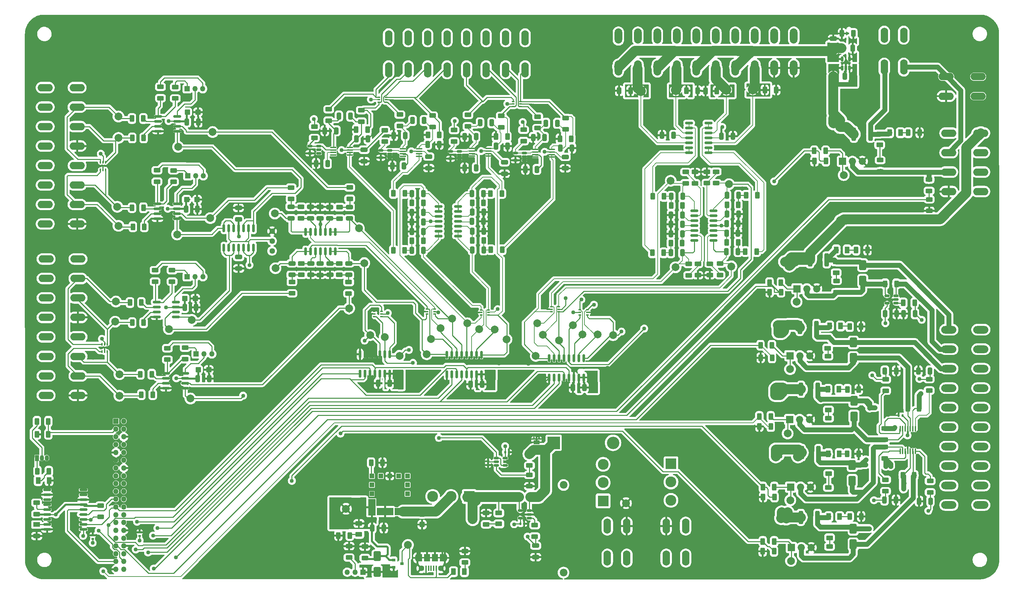
<source format=gbr>
%TF.GenerationSoftware,KiCad,Pcbnew,7.0.10*%
%TF.CreationDate,2024-12-15T12:01:29-06:00*%
%TF.ProjectId,karca_v2,6b617263-615f-4763-922e-6b696361645f,rev?*%
%TF.SameCoordinates,Original*%
%TF.FileFunction,Copper,L1,Top*%
%TF.FilePolarity,Positive*%
%FSLAX46Y46*%
G04 Gerber Fmt 4.6, Leading zero omitted, Abs format (unit mm)*
G04 Created by KiCad (PCBNEW 7.0.10) date 2024-12-15 12:01:29*
%MOMM*%
%LPD*%
G01*
G04 APERTURE LIST*
G04 Aperture macros list*
%AMRoundRect*
0 Rectangle with rounded corners*
0 $1 Rounding radius*
0 $2 $3 $4 $5 $6 $7 $8 $9 X,Y pos of 4 corners*
0 Add a 4 corners polygon primitive as box body*
4,1,4,$2,$3,$4,$5,$6,$7,$8,$9,$2,$3,0*
0 Add four circle primitives for the rounded corners*
1,1,$1+$1,$2,$3*
1,1,$1+$1,$4,$5*
1,1,$1+$1,$6,$7*
1,1,$1+$1,$8,$9*
0 Add four rect primitives between the rounded corners*
20,1,$1+$1,$2,$3,$4,$5,0*
20,1,$1+$1,$4,$5,$6,$7,0*
20,1,$1+$1,$6,$7,$8,$9,0*
20,1,$1+$1,$8,$9,$2,$3,0*%
G04 Aperture macros list end*
%TA.AperFunction,SMDPad,CuDef*%
%ADD10RoundRect,0.250000X0.312500X0.625000X-0.312500X0.625000X-0.312500X-0.625000X0.312500X-0.625000X0*%
%TD*%
%TA.AperFunction,SMDPad,CuDef*%
%ADD11RoundRect,0.250000X0.625000X-0.312500X0.625000X0.312500X-0.625000X0.312500X-0.625000X-0.312500X0*%
%TD*%
%TA.AperFunction,SMDPad,CuDef*%
%ADD12RoundRect,0.250000X0.325000X0.650000X-0.325000X0.650000X-0.325000X-0.650000X0.325000X-0.650000X0*%
%TD*%
%TA.AperFunction,SMDPad,CuDef*%
%ADD13C,2.000000*%
%TD*%
%TA.AperFunction,SMDPad,CuDef*%
%ADD14RoundRect,0.250000X-0.312500X-0.625000X0.312500X-0.625000X0.312500X0.625000X-0.312500X0.625000X0*%
%TD*%
%TA.AperFunction,SMDPad,CuDef*%
%ADD15RoundRect,0.150000X0.512500X0.150000X-0.512500X0.150000X-0.512500X-0.150000X0.512500X-0.150000X0*%
%TD*%
%TA.AperFunction,ComponentPad*%
%ADD16R,1.350000X1.350000*%
%TD*%
%TA.AperFunction,ComponentPad*%
%ADD17O,1.350000X1.350000*%
%TD*%
%TA.AperFunction,SMDPad,CuDef*%
%ADD18RoundRect,0.250000X-0.325000X-0.650000X0.325000X-0.650000X0.325000X0.650000X-0.325000X0.650000X0*%
%TD*%
%TA.AperFunction,SMDPad,CuDef*%
%ADD19RoundRect,0.250000X-0.625000X0.312500X-0.625000X-0.312500X0.625000X-0.312500X0.625000X0.312500X0*%
%TD*%
%TA.AperFunction,SMDPad,CuDef*%
%ADD20RoundRect,0.250000X0.375000X0.625000X-0.375000X0.625000X-0.375000X-0.625000X0.375000X-0.625000X0*%
%TD*%
%TA.AperFunction,SMDPad,CuDef*%
%ADD21RoundRect,0.150000X-0.825000X-0.150000X0.825000X-0.150000X0.825000X0.150000X-0.825000X0.150000X0*%
%TD*%
%TA.AperFunction,SMDPad,CuDef*%
%ADD22RoundRect,0.100000X-0.712500X-0.100000X0.712500X-0.100000X0.712500X0.100000X-0.712500X0.100000X0*%
%TD*%
%TA.AperFunction,SMDPad,CuDef*%
%ADD23RoundRect,0.150000X0.825000X0.150000X-0.825000X0.150000X-0.825000X-0.150000X0.825000X-0.150000X0*%
%TD*%
%TA.AperFunction,SMDPad,CuDef*%
%ADD24R,0.650000X0.400000*%
%TD*%
%TA.AperFunction,SMDPad,CuDef*%
%ADD25RoundRect,0.250000X-0.650000X0.325000X-0.650000X-0.325000X0.650000X-0.325000X0.650000X0.325000X0*%
%TD*%
%TA.AperFunction,SMDPad,CuDef*%
%ADD26RoundRect,0.150000X-0.150000X0.825000X-0.150000X-0.825000X0.150000X-0.825000X0.150000X0.825000X0*%
%TD*%
%TA.AperFunction,ComponentPad*%
%ADD27R,2.775000X2.775000*%
%TD*%
%TA.AperFunction,ComponentPad*%
%ADD28C,2.775000*%
%TD*%
%TA.AperFunction,SMDPad,CuDef*%
%ADD29RoundRect,0.250000X-0.650000X1.000000X-0.650000X-1.000000X0.650000X-1.000000X0.650000X1.000000X0*%
%TD*%
%TA.AperFunction,SMDPad,CuDef*%
%ADD30RoundRect,0.250000X0.650000X-0.325000X0.650000X0.325000X-0.650000X0.325000X-0.650000X-0.325000X0*%
%TD*%
%TA.AperFunction,SMDPad,CuDef*%
%ADD31RoundRect,0.250000X-0.312500X-1.450000X0.312500X-1.450000X0.312500X1.450000X-0.312500X1.450000X0*%
%TD*%
%TA.AperFunction,ComponentPad*%
%ADD32R,3.200000X3.200000*%
%TD*%
%TA.AperFunction,ComponentPad*%
%ADD33O,3.200000X3.200000*%
%TD*%
%TA.AperFunction,SMDPad,CuDef*%
%ADD34RoundRect,0.250000X0.450000X0.425000X-0.450000X0.425000X-0.450000X-0.425000X0.450000X-0.425000X0*%
%TD*%
%TA.AperFunction,SMDPad,CuDef*%
%ADD35RoundRect,0.250000X0.625000X-0.375000X0.625000X0.375000X-0.625000X0.375000X-0.625000X-0.375000X0*%
%TD*%
%TA.AperFunction,SMDPad,CuDef*%
%ADD36R,1.143000X1.143000*%
%TD*%
%TA.AperFunction,SMDPad,CuDef*%
%ADD37R,4.191000X1.905000*%
%TD*%
%TA.AperFunction,SMDPad,CuDef*%
%ADD38R,1.905000X4.191000*%
%TD*%
%TA.AperFunction,SMDPad,CuDef*%
%ADD39RoundRect,0.250000X0.650000X-1.000000X0.650000X1.000000X-0.650000X1.000000X-0.650000X-1.000000X0*%
%TD*%
%TA.AperFunction,SMDPad,CuDef*%
%ADD40R,0.400000X0.650000*%
%TD*%
%TA.AperFunction,ComponentPad*%
%ADD41O,1.930400X3.860800*%
%TD*%
%TA.AperFunction,ComponentPad*%
%ADD42O,1.950000X3.900000*%
%TD*%
%TA.AperFunction,ComponentPad*%
%ADD43C,1.440000*%
%TD*%
%TA.AperFunction,ComponentPad*%
%ADD44O,3.860800X1.930400*%
%TD*%
%TA.AperFunction,SMDPad,CuDef*%
%ADD45R,0.900000X0.800000*%
%TD*%
%TA.AperFunction,SMDPad,CuDef*%
%ADD46RoundRect,0.140000X0.140000X0.170000X-0.140000X0.170000X-0.140000X-0.170000X0.140000X-0.170000X0*%
%TD*%
%TA.AperFunction,ComponentPad*%
%ADD47R,1.845000X1.845000*%
%TD*%
%TA.AperFunction,ComponentPad*%
%ADD48C,1.845000*%
%TD*%
%TA.AperFunction,SMDPad,CuDef*%
%ADD49RoundRect,0.100000X-0.100000X0.637500X-0.100000X-0.637500X0.100000X-0.637500X0.100000X0.637500X0*%
%TD*%
%TA.AperFunction,SMDPad,CuDef*%
%ADD50RoundRect,0.093750X-0.106250X0.093750X-0.106250X-0.093750X0.106250X-0.093750X0.106250X0.093750X0*%
%TD*%
%TA.AperFunction,SMDPad,CuDef*%
%ADD51R,1.600000X1.000000*%
%TD*%
%TA.AperFunction,SMDPad,CuDef*%
%ADD52R,1.800000X1.150000*%
%TD*%
%TA.AperFunction,SMDPad,CuDef*%
%ADD53RoundRect,0.150000X-0.512500X-0.150000X0.512500X-0.150000X0.512500X0.150000X-0.512500X0.150000X0*%
%TD*%
%TA.AperFunction,SMDPad,CuDef*%
%ADD54RoundRect,0.140000X-0.140000X-0.170000X0.140000X-0.170000X0.140000X0.170000X-0.140000X0.170000X0*%
%TD*%
%TA.AperFunction,SMDPad,CuDef*%
%ADD55RoundRect,0.150000X0.150000X-0.512500X0.150000X0.512500X-0.150000X0.512500X-0.150000X-0.512500X0*%
%TD*%
%TA.AperFunction,SMDPad,CuDef*%
%ADD56RoundRect,0.150000X-0.875000X-0.150000X0.875000X-0.150000X0.875000X0.150000X-0.875000X0.150000X0*%
%TD*%
%TA.AperFunction,SMDPad,CuDef*%
%ADD57RoundRect,0.250000X-0.425000X0.450000X-0.425000X-0.450000X0.425000X-0.450000X0.425000X0.450000X0*%
%TD*%
%TA.AperFunction,SMDPad,CuDef*%
%ADD58RoundRect,0.140000X0.170000X-0.140000X0.170000X0.140000X-0.170000X0.140000X-0.170000X-0.140000X0*%
%TD*%
%TA.AperFunction,ComponentPad*%
%ADD59C,1.980000*%
%TD*%
%TA.AperFunction,ComponentPad*%
%ADD60R,1.050000X1.500000*%
%TD*%
%TA.AperFunction,ComponentPad*%
%ADD61O,1.050000X1.500000*%
%TD*%
%TA.AperFunction,ComponentPad*%
%ADD62O,3.900000X1.950000*%
%TD*%
%TA.AperFunction,SMDPad,CuDef*%
%ADD63RoundRect,0.140000X-0.170000X0.140000X-0.170000X-0.140000X0.170000X-0.140000X0.170000X0.140000X0*%
%TD*%
%TA.AperFunction,SMDPad,CuDef*%
%ADD64R,0.400000X1.350000*%
%TD*%
%TA.AperFunction,ComponentPad*%
%ADD65O,1.200000X1.900000*%
%TD*%
%TA.AperFunction,SMDPad,CuDef*%
%ADD66R,1.200000X1.900000*%
%TD*%
%TA.AperFunction,ComponentPad*%
%ADD67C,1.450000*%
%TD*%
%TA.AperFunction,SMDPad,CuDef*%
%ADD68R,1.500000X1.900000*%
%TD*%
%TA.AperFunction,ViaPad*%
%ADD69C,1.016000*%
%TD*%
%TA.AperFunction,Conductor*%
%ADD70C,2.540000*%
%TD*%
%TA.AperFunction,Conductor*%
%ADD71C,0.254000*%
%TD*%
%TA.AperFunction,Conductor*%
%ADD72C,0.200000*%
%TD*%
%TA.AperFunction,Conductor*%
%ADD73C,0.508000*%
%TD*%
%TA.AperFunction,Conductor*%
%ADD74C,0.174600*%
%TD*%
%TA.AperFunction,Conductor*%
%ADD75C,1.270000*%
%TD*%
G04 APERTURE END LIST*
D10*
%TO.P,R36,1*%
%TO.N,Net-(U20-+IN)*%
X61340000Y-120493800D03*
%TO.P,R36,2*%
%TO.N,/Load Cells/LC_Amplification2/IN2*%
X58415000Y-120493800D03*
%TD*%
D11*
%TO.P,R25,1*%
%TO.N,Net-(U19-Rg)*%
X69011800Y-84317300D03*
%TO.P,R25,2*%
%TO.N,Net-(JP2-A)*%
X69011800Y-81392300D03*
%TD*%
D12*
%TO.P,C54,1*%
%TO.N,/thermocouples/thermocouple_amp2/in+*%
X150629500Y-69173300D03*
%TO.P,C54,2*%
%TO.N,/thermocouples/thermocouple_amp2/in-*%
X147679500Y-69173300D03*
%TD*%
D13*
%TO.P,TP17,1,1*%
%TO.N,/Load Cells/TC_4_ADC*%
X151441900Y-122250200D03*
%TD*%
D14*
%TO.P,R44,1*%
%TO.N,Net-(C34-Pad2)*%
X196703800Y-90424000D03*
%TO.P,R44,2*%
%TO.N,Net-(U9C-+)*%
X199628800Y-90424000D03*
%TD*%
%TO.P,R65,1*%
%TO.N,Net-(U24-SENSE)*%
X125425800Y-87304000D03*
%TO.P,R65,2*%
%TO.N,Net-(Ce2-Pad2)*%
X128350800Y-87304000D03*
%TD*%
D13*
%TO.P,TP52,1,1*%
%TO.N,/DRV2_ADC*%
X177857900Y-123545600D03*
%TD*%
D15*
%TO.P,U23,1*%
%TO.N,N/C*%
X106293500Y-77023000D03*
%TO.P,U23,2*%
X106293500Y-76073000D03*
%TO.P,U23,3,C*%
%TO.N,/thermocouples/thermocouple_amp/vref*%
X106293500Y-75123000D03*
%TO.P,U23,4,REF*%
X104018500Y-75123000D03*
%TO.P,U23,5,A*%
%TO.N,GND*%
X104018500Y-77023000D03*
%TD*%
D16*
%TO.P,J7,1,Pin_1*%
%TO.N,unconnected-(J7-Pin_1-Pad1)*%
X54254400Y-145792400D03*
D17*
%TO.P,J7,2,Pin_2*%
%TO.N,+5V*%
X56254400Y-145792400D03*
%TO.P,J7,3,Pin_3*%
%TO.N,Net-(J7-Pin_3)*%
X54254400Y-147792400D03*
%TO.P,J7,4,Pin_4*%
%TO.N,+5V*%
X56254400Y-147792400D03*
%TO.P,J7,5,Pin_5*%
%TO.N,unconnected-(J7-Pin_5-Pad5)*%
X54254400Y-149792400D03*
%TO.P,J7,6,Pin_6*%
%TO.N,GND*%
X56254400Y-149792400D03*
%TO.P,J7,7,Pin_7*%
%TO.N,unconnected-(J7-Pin_7-Pad7)*%
X54254400Y-151792400D03*
%TO.P,J7,8,Pin_8*%
%TO.N,unconnected-(J7-Pin_8-Pad8)*%
X56254400Y-151792400D03*
%TO.P,J7,9,Pin_9*%
%TO.N,GND*%
X54254400Y-153792400D03*
%TO.P,J7,10,Pin_10*%
%TO.N,unconnected-(J7-Pin_10-Pad10)*%
X56254400Y-153792400D03*
%TO.P,J7,11,Pin_11*%
%TO.N,/Drivers/IGN_CTL*%
X54254400Y-155792400D03*
%TO.P,J7,12,Pin_12*%
%TO.N,unconnected-(J7-Pin_12-Pad12)*%
X56254400Y-155792400D03*
%TO.P,J7,13,Pin_13*%
%TO.N,/Drivers/DRV5_CTL*%
X54254400Y-157792400D03*
%TO.P,J7,14,Pin_14*%
%TO.N,GND*%
X56254400Y-157792400D03*
%TO.P,J7,15,Pin_15*%
%TO.N,/Drivers/DRV4_CTL*%
X54254400Y-159792400D03*
%TO.P,J7,16,Pin_16*%
%TO.N,unconnected-(J7-Pin_16-Pad16)*%
X56254400Y-159792400D03*
%TO.P,J7,17,Pin_17*%
%TO.N,unconnected-(J7-Pin_17-Pad17)*%
X54254400Y-161792400D03*
%TO.P,J7,18,Pin_18*%
%TO.N,unconnected-(J7-Pin_18-Pad18)*%
X56254400Y-161792400D03*
%TO.P,J7,19,Pin_19*%
%TO.N,/SPI.MOSI*%
X54254400Y-163792400D03*
%TO.P,J7,20,Pin_20*%
%TO.N,unconnected-(J7-Pin_20-Pad20)*%
X56254400Y-163792400D03*
%TO.P,J7,21,Pin_21*%
%TO.N,/SPI.MISO*%
X54254400Y-165792400D03*
%TO.P,J7,22,Pin_22*%
%TO.N,/Load Cells/LC_CS*%
X56254400Y-165792400D03*
%TO.P,J7,23,Pin_23*%
%TO.N,/SPI.CLK*%
X54254400Y-167792400D03*
%TO.P,J7,24,Pin_24*%
%TO.N,/Raspberry Pi/ADC2_CS*%
X56254400Y-167792400D03*
%TO.P,J7,25,Pin_25*%
%TO.N,GND*%
X54254400Y-169792400D03*
%TO.P,J7,26,Pin_26*%
%TO.N,/Pressure Transducers/CS*%
X56254400Y-169792400D03*
%TO.P,J7,27,Pin_27*%
%TO.N,unconnected-(J7-Pin_27-Pad27)*%
X54254400Y-171792400D03*
%TO.P,J7,28,Pin_28*%
%TO.N,unconnected-(J7-Pin_28-Pad28)*%
X56254400Y-171792400D03*
%TO.P,J7,29,Pin_29*%
%TO.N,unconnected-(J7-Pin_29-Pad29)*%
X54254400Y-173792400D03*
%TO.P,J7,30,Pin_30*%
%TO.N,GND*%
X56254400Y-173792400D03*
%TO.P,J7,31,Pin_31*%
%TO.N,/Drivers/DRV3_CTL*%
X54254400Y-175792400D03*
%TO.P,J7,32,Pin_32*%
%TO.N,unconnected-(J7-Pin_32-Pad32)*%
X56254400Y-175792400D03*
%TO.P,J7,33,Pin_33*%
%TO.N,/Drivers/DRV2_CTL*%
X54254400Y-177792400D03*
%TO.P,J7,34,Pin_34*%
%TO.N,GND*%
X56254400Y-177792400D03*
%TO.P,J7,35,Pin_35*%
%TO.N,/Drivers/DRV1_CTL*%
X54254400Y-179792400D03*
%TO.P,J7,36,Pin_36*%
%TO.N,unconnected-(J7-Pin_36-Pad36)*%
X56254400Y-179792400D03*
%TO.P,J7,37,Pin_37*%
%TO.N,/Raspberry Pi/RTC_CS*%
X54254400Y-181792400D03*
%TO.P,J7,38,Pin_38*%
%TO.N,/Raspberry Pi/RTC_IRQ*%
X56254400Y-181792400D03*
%TO.P,J7,39,Pin_39*%
%TO.N,GND*%
X54254400Y-183792400D03*
%TO.P,J7,40,Pin_40*%
%TO.N,/Drivers/IGN_CONT*%
X56254400Y-183792400D03*
%TD*%
D11*
%TO.P,R75,1*%
%TO.N,/thermocouples/thermocouple_amp2/vref*%
X141005400Y-73983400D03*
%TO.P,R75,2*%
%TO.N,+5V*%
X141005400Y-71058400D03*
%TD*%
D18*
%TO.P,C45,1*%
%TO.N,GND*%
X105586000Y-79629000D03*
%TO.P,C45,2*%
%TO.N,Net-(U22--Vs)*%
X108536000Y-79629000D03*
%TD*%
D13*
%TO.P,TP31,1,1*%
%TO.N,/Load Cells/LC_Amplification2/OUT*%
X95178000Y-106513600D03*
%TD*%
D10*
%TO.P,R93,1*%
%TO.N,/Drivers/DRV3_CTL*%
X222269000Y-147142200D03*
%TO.P,R93,2*%
%TO.N,GND*%
X219344000Y-147142200D03*
%TD*%
D19*
%TO.P,R47,1*%
%TO.N,GND*%
X202829200Y-81798700D03*
%TO.P,R47,2*%
%TO.N,Net-(U9C--)*%
X202829200Y-84723700D03*
%TD*%
D13*
%TO.P,TP1,1,1*%
%TO.N,+12V*%
X145761383Y-170942000D03*
%TD*%
D11*
%TO.P,R23,1*%
%TO.N,Net-(U6A-+)*%
X111586400Y-93752100D03*
%TO.P,R23,2*%
%TO.N,Net-(C18-Pad2)*%
X111586400Y-90827100D03*
%TD*%
D13*
%TO.P,TP16,1,1*%
%TO.N,/Load Cells/TC_3_ADC*%
X154439100Y-124764800D03*
%TD*%
D20*
%TO.P,D9,1,K*%
%TO.N,Net-(D9-K)*%
X241862800Y-101800200D03*
%TO.P,D9,2,A*%
%TO.N,/Drivers/driver_nmos/DRV_POS*%
X239062800Y-101800200D03*
%TD*%
D21*
%TO.P,U21,1,Rg*%
%TO.N,Net-(U21-Rg)*%
X67084400Y-133527800D03*
%TO.P,U21,2,-IN*%
%TO.N,Net-(U21--IN)*%
X67084400Y-134797800D03*
%TO.P,U21,3,+IN*%
%TO.N,Net-(U21-+IN)*%
X67084400Y-136067800D03*
%TO.P,U21,4,-Vs*%
%TO.N,GND*%
X67084400Y-137337800D03*
%TO.P,U21,5,REF*%
%TO.N,Net-(U21-REF)*%
X72034400Y-137337800D03*
%TO.P,U21,6,OUT*%
%TO.N,Net-(U21-OUT)*%
X72034400Y-136067800D03*
%TO.P,U21,7,Vs+*%
%TO.N,+5V*%
X72034400Y-134797800D03*
%TO.P,U21,8,+RG*%
%TO.N,Net-(JP4-C)*%
X72034400Y-133527800D03*
%TD*%
D10*
%TO.P,R116,1*%
%TO.N,/Drivers/DRV5_CTL*%
X223092500Y-179174400D03*
%TO.P,R116,2*%
%TO.N,GND*%
X220167500Y-179174400D03*
%TD*%
D22*
%TO.P,U22,1,-IN*%
%TO.N,/thermocouples/thermocouple_amp/in-*%
X110009500Y-75508600D03*
%TO.P,U22,2,REF*%
%TO.N,/thermocouples/thermocouple_amp/vref*%
X110009500Y-76158600D03*
%TO.P,U22,3,-Vs*%
%TO.N,Net-(U22--Vs)*%
X110009500Y-76808600D03*
%TO.P,U22,4,NC*%
%TO.N,unconnected-(U22-NC-Pad4)*%
X110009500Y-77458600D03*
%TO.P,U22,5,SENSE*%
%TO.N,Net-(U22-SENSE)*%
X114234500Y-77458600D03*
%TO.P,U22,6*%
X114234500Y-76808600D03*
%TO.P,U22,7,+Vs*%
%TO.N,+5V*%
X114234500Y-76158600D03*
%TO.P,U22,8,+IN*%
%TO.N,/thermocouples/thermocouple_amp/in+*%
X114234500Y-75508600D03*
%TD*%
D23*
%TO.P,U9,1*%
%TO.N,/Pressure Transducers/pt_circuitry3/OUT*%
X207579000Y-99390200D03*
%TO.P,U9,2,-*%
%TO.N,Net-(U9A--)*%
X207579000Y-98120200D03*
%TO.P,U9,3,+*%
%TO.N,Net-(U9A-+)*%
X207579000Y-96850200D03*
%TO.P,U9,4,V+*%
%TO.N,+5V*%
X207579000Y-95580200D03*
%TO.P,U9,5,+*%
%TO.N,Net-(U9B-+)*%
X207579000Y-94310200D03*
%TO.P,U9,6,-*%
%TO.N,Net-(U9B--)*%
X207579000Y-93040200D03*
%TO.P,U9,7*%
%TO.N,/Pressure Transducers/pt_circuitry2/OUT*%
X207579000Y-91770200D03*
%TO.P,U9,8*%
%TO.N,/Pressure Transducers/pt_circuitry1/OUT*%
X202629000Y-91770200D03*
%TO.P,U9,9,-*%
%TO.N,Net-(U9C--)*%
X202629000Y-93040200D03*
%TO.P,U9,10,+*%
%TO.N,Net-(U9C-+)*%
X202629000Y-94310200D03*
%TO.P,U9,11,V-*%
%TO.N,Net-(U9E-V-)*%
X202629000Y-95580200D03*
%TO.P,U9,12,+*%
%TO.N,Net-(U9D-+)*%
X202629000Y-96850200D03*
%TO.P,U9,13,-*%
%TO.N,Net-(U9D--)*%
X202629000Y-98120200D03*
%TO.P,U9,14*%
%TO.N,/Pressure Transducers/pt_circuitry/OUT*%
X202629000Y-99390200D03*
%TD*%
D10*
%TO.P,R12,1*%
%TO.N,Net-(D6-A)*%
X37022500Y-158623000D03*
%TO.P,R12,2*%
%TO.N,Net-(Q2-E)*%
X34097500Y-158623000D03*
%TD*%
D24*
%TO.P,U14,1*%
%TO.N,/thermocouples/thermocouple_amp1/IN_1*%
X123571000Y-63906400D03*
%TO.P,U14,2*%
%TO.N,GND*%
X123571000Y-63256400D03*
%TO.P,U14,3*%
%TO.N,/thermocouples/thermocouple_amp1/IN_2*%
X123571000Y-62606400D03*
%TO.P,U14,4*%
%TO.N,/thermocouples/thermocouple_amp/IN_1*%
X121671000Y-62606400D03*
%TO.P,U14,5*%
%TO.N,+5V*%
X121671000Y-63256400D03*
%TO.P,U14,6*%
%TO.N,/thermocouples/thermocouple_amp/IN_2*%
X121671000Y-63906400D03*
%TD*%
D25*
%TO.P,C4,1*%
%TO.N,GND*%
X106658800Y-90763800D03*
%TO.P,C4,2*%
%TO.N,+5V*%
X106658800Y-93713800D03*
%TD*%
D13*
%TO.P,TP45,1,1*%
%TO.N,Net-(Q4-G)*%
X228858000Y-115139000D03*
%TD*%
D14*
%TO.P,R68,1*%
%TO.N,GND*%
X134306900Y-72292600D03*
%TO.P,R68,2*%
%TO.N,/thermocouples/thermocouple_amp1/IN_2*%
X137231900Y-72292600D03*
%TD*%
D26*
%TO.P,U7,1*%
%TO.N,Net-(U18-REF)*%
X89549200Y-96277400D03*
%TO.P,U7,2,-*%
%TO.N,/Load Cells/IN_AMP_VREF*%
X88279200Y-96277400D03*
%TO.P,U7,3,+*%
%TO.N,Net-(U18-REF)*%
X87009200Y-96277400D03*
%TO.P,U7,4,V+*%
%TO.N,+5V*%
X85739200Y-96277400D03*
%TO.P,U7,5,+*%
%TO.N,Net-(U19-REF)*%
X84469200Y-96277400D03*
%TO.P,U7,6,-*%
%TO.N,/Load Cells/IN_AMP_VREF*%
X83199200Y-96277400D03*
%TO.P,U7,7*%
%TO.N,Net-(U19-REF)*%
X81929200Y-96277400D03*
%TO.P,U7,8*%
%TO.N,Net-(U20-REF)*%
X81929200Y-101227400D03*
%TO.P,U7,9,-*%
%TO.N,/Load Cells/IN_AMP_VREF*%
X83199200Y-101227400D03*
%TO.P,U7,10,+*%
%TO.N,Net-(U20-REF)*%
X84469200Y-101227400D03*
%TO.P,U7,11,V-*%
%TO.N,Net-(U7E-V-)*%
X85739200Y-101227400D03*
%TO.P,U7,12,+*%
%TO.N,Net-(U21-REF)*%
X87009200Y-101227400D03*
%TO.P,U7,13,-*%
%TO.N,/Load Cells/IN_AMP_VREF*%
X88279200Y-101227400D03*
%TO.P,U7,14*%
%TO.N,Net-(U21-REF)*%
X89549200Y-101227400D03*
%TD*%
%TO.P,U11,1,CH0*%
%TO.N,/DRV3_ADC*%
X174283600Y-129609100D03*
%TO.P,U11,2,CH1*%
%TO.N,/DRV2_ADC*%
X173013600Y-129609100D03*
%TO.P,U11,3,CH2*%
%TO.N,/DRV1_ADC*%
X171743600Y-129609100D03*
%TO.P,U11,4,CH3*%
%TO.N,/DRV4_ADC*%
X170473600Y-129609100D03*
%TO.P,U11,5,CH4*%
%TO.N,/Pressure Transducers/pt_circuitry2/OUT*%
X169203600Y-129609100D03*
%TO.P,U11,6,CH5*%
%TO.N,/Pressure Transducers/pt_circuitry3/OUT*%
X167933600Y-129609100D03*
%TO.P,U11,7,CH6*%
%TO.N,/Pressure Transducers/pt_circuitry/OUT*%
X166663600Y-129609100D03*
%TO.P,U11,8,CH7*%
%TO.N,/Pressure Transducers/pt_circuitry1/OUT*%
X165393600Y-129609100D03*
%TO.P,U11,9,DGND*%
%TO.N,GND*%
X165393600Y-134559100D03*
%TO.P,U11,10,~{CS}/SHDN*%
%TO.N,/Pressure Transducers/CS*%
X166663600Y-134559100D03*
%TO.P,U11,11,Din*%
%TO.N,/SPI.MOSI*%
X167933600Y-134559100D03*
%TO.P,U11,12,Dout*%
%TO.N,/SPI.MISO*%
X169203600Y-134559100D03*
%TO.P,U11,13,CLK*%
%TO.N,/SPI.CLK*%
X170473600Y-134559100D03*
%TO.P,U11,14,AGND*%
%TO.N,GND*%
X171743600Y-134559100D03*
%TO.P,U11,15,Vref*%
%TO.N,+5V*%
X173013600Y-134559100D03*
%TO.P,U11,16,Vdd*%
X174283600Y-134559100D03*
%TD*%
D27*
%TO.P,SW3,1,A*%
%TO.N,+12V*%
X144907000Y-165100000D03*
D28*
%TO.P,SW3,2,B*%
%TO.N,Net-(MD1-VIN)*%
X140207000Y-165100000D03*
%TO.P,SW3,3*%
%TO.N,N/C*%
X135507000Y-165100000D03*
%TD*%
D29*
%TO.P,D20,1,K*%
%TO.N,/Drivers/driver_nmos3/DRV_POS*%
X243154200Y-157080200D03*
%TO.P,D20,2,A*%
%TO.N,/Drivers/MOS4*%
X243154200Y-161080200D03*
%TD*%
D13*
%TO.P,TP44,1,1*%
%TO.N,/Pressure Transducers/pt_circuitry3/OUT*%
X212151000Y-106045000D03*
%TD*%
D14*
%TO.P,R84,1*%
%TO.N,/Drivers/DRV1_CTL*%
X221934500Y-110211400D03*
%TO.P,R84,2*%
%TO.N,Net-(Q4-G)*%
X224859500Y-110211400D03*
%TD*%
D19*
%TO.P,R41,1*%
%TO.N,Net-(U6D-+)*%
X111561000Y-105269000D03*
%TO.P,R41,2*%
%TO.N,Net-(C30-Pad2)*%
X111561000Y-108194000D03*
%TD*%
D14*
%TO.P,R45,1*%
%TO.N,/Pressure Transducers/pt_circuitry1/IN*%
X200579300Y-60960000D03*
%TO.P,R45,2*%
%TO.N,GND*%
X203504300Y-60960000D03*
%TD*%
D11*
%TO.P,R106,1*%
%TO.N,Net-(U31A-OUT1)*%
X262894300Y-137911300D03*
%TO.P,R106,2*%
%TO.N,/DRV2_ADC*%
X262894300Y-134986300D03*
%TD*%
D13*
%TO.P,TP12,1,1*%
%TO.N,/Pressure Transducers/pt_circuitry2/OUT*%
X167926500Y-125069600D03*
%TD*%
D30*
%TO.P,C40,1*%
%TO.N,GND*%
X117932200Y-79046600D03*
%TO.P,C40,2*%
%TO.N,+5V*%
X117932200Y-76096600D03*
%TD*%
D13*
%TO.P,TP50,1,1*%
%TO.N,Net-(Q7-G)*%
X227258100Y-166065200D03*
%TD*%
D18*
%TO.P,C9,1*%
%TO.N,+5V*%
X209599000Y-72644000D03*
%TO.P,C9,2*%
%TO.N,GND*%
X212549000Y-72644000D03*
%TD*%
D16*
%TO.P,JP5,1,A*%
%TO.N,/Regulators/Jumper*%
X117602000Y-184531000D03*
D17*
%TO.P,JP5,2,C*%
%TO.N,Net-(JP5-C)*%
X115602000Y-184531000D03*
%TO.P,JP5,3,B*%
%TO.N,+5V*%
X113602000Y-184531000D03*
%TD*%
D10*
%TO.P,R78,1*%
%TO.N,Net-(Ce4-Pad2)*%
X148585700Y-99419800D03*
%TO.P,R78,2*%
%TO.N,Net-(U17C-+)*%
X145660700Y-99419800D03*
%TD*%
D12*
%TO.P,C3,1*%
%TO.N,+5V*%
X148185400Y-136278100D03*
%TO.P,C3,2*%
%TO.N,GND*%
X145235400Y-136278100D03*
%TD*%
D21*
%TO.P,U20,1,Rg*%
%TO.N,Net-(U20-Rg)*%
X64708000Y-115189000D03*
%TO.P,U20,2,-IN*%
%TO.N,Net-(U20--IN)*%
X64708000Y-116459000D03*
%TO.P,U20,3,+IN*%
%TO.N,Net-(U20-+IN)*%
X64708000Y-117729000D03*
%TO.P,U20,4,-Vs*%
%TO.N,GND*%
X64708000Y-118999000D03*
%TO.P,U20,5,REF*%
%TO.N,Net-(U20-REF)*%
X69658000Y-118999000D03*
%TO.P,U20,6,OUT*%
%TO.N,Net-(U20-OUT)*%
X69658000Y-117729000D03*
%TO.P,U20,7,Vs+*%
%TO.N,+5V*%
X69658000Y-116459000D03*
%TO.P,U20,8,+RG*%
%TO.N,Net-(JP3-C)*%
X69658000Y-115189000D03*
%TD*%
D22*
%TO.P,U24,1,-IN*%
%TO.N,/thermocouples/thermocouple_amp1/in-*%
X127843900Y-75838800D03*
%TO.P,U24,2,REF*%
%TO.N,/thermocouples/thermocouple_amp1/vref*%
X127843900Y-76488800D03*
%TO.P,U24,3,-Vs*%
%TO.N,Net-(U24--Vs)*%
X127843900Y-77138800D03*
%TO.P,U24,4,NC*%
%TO.N,unconnected-(U24-NC-Pad4)*%
X127843900Y-77788800D03*
%TO.P,U24,5,SENSE*%
%TO.N,Net-(U24-SENSE)*%
X132068900Y-77788800D03*
%TO.P,U24,6*%
X132068900Y-77138800D03*
%TO.P,U24,7,+Vs*%
%TO.N,+5V*%
X132068900Y-76488800D03*
%TO.P,U24,8,+IN*%
%TO.N,/thermocouples/thermocouple_amp1/in+*%
X132068900Y-75838800D03*
%TD*%
D19*
%TO.P,R52,1*%
%TO.N,GND*%
X205877200Y-81733200D03*
%TO.P,R52,2*%
%TO.N,Net-(U9B--)*%
X205877200Y-84658200D03*
%TD*%
D25*
%TO.P,C21,1*%
%TO.N,GND*%
X109122600Y-90789200D03*
%TO.P,C21,2*%
%TO.N,Net-(U6A-+)*%
X109122600Y-93739200D03*
%TD*%
D24*
%TO.P,U4,1*%
%TO.N,/Load Cells/LC_Amplification2/OUT*%
X134083500Y-117002800D03*
%TO.P,U4,2*%
%TO.N,GND*%
X134083500Y-117652800D03*
%TO.P,U4,3*%
%TO.N,/Load Cells/LC_Amplification3/OUT*%
X134083500Y-118302800D03*
%TO.P,U4,4*%
%TO.N,/Load Cells/LC_Amplification/OUT*%
X135983500Y-118302800D03*
%TO.P,U4,5*%
%TO.N,+5V*%
X135983500Y-117652800D03*
%TO.P,U4,6*%
%TO.N,/Load Cells/LC_Amplification1/OUT*%
X135983500Y-117002800D03*
%TD*%
D31*
%TO.P,F2,1*%
%TO.N,+12V*%
X243572600Y-72113600D03*
%TO.P,F2,2*%
%TO.N,/Drivers/IGN_POS*%
X247847600Y-72113600D03*
%TD*%
D24*
%TO.P,U32,1*%
%TO.N,/DRV3_ADC*%
X175201100Y-118480600D03*
%TO.P,U32,2*%
%TO.N,GND*%
X175201100Y-117830600D03*
%TO.P,U32,3*%
%TO.N,/DRV2_ADC*%
X175201100Y-117180600D03*
%TO.P,U32,4*%
%TO.N,/DRV1_ADC*%
X173301100Y-117180600D03*
%TO.P,U32,5*%
%TO.N,+5V*%
X173301100Y-117830600D03*
%TO.P,U32,6*%
%TO.N,/DRV4_ADC*%
X173301100Y-118480600D03*
%TD*%
D11*
%TO.P,R57,1*%
%TO.N,GND*%
X206613800Y-108284200D03*
%TO.P,R57,2*%
%TO.N,Net-(U9A--)*%
X206613800Y-105359200D03*
%TD*%
D13*
%TO.P,TP47,1,1*%
%TO.N,Net-(Q6-G)*%
X226572300Y-148920200D03*
%TD*%
D10*
%TO.P,R117,1*%
%TO.N,/Regulators/battery_monitoring/Battery+*%
X160593500Y-165227000D03*
%TO.P,R117,2*%
%TO.N,+12V*%
X157668500Y-165227000D03*
%TD*%
D32*
%TO.P,D1,1,K*%
%TO.N,/Regulators/battery_monitoring/Battery+*%
X166544800Y-151332200D03*
D33*
%TO.P,D1,2,A*%
%TO.N,Net-(D1-A)*%
X181784800Y-151332200D03*
%TD*%
D11*
%TO.P,R5,1*%
%TO.N,Net-(D4-K)*%
X143764000Y-182056500D03*
%TO.P,R5,2*%
%TO.N,GND*%
X143764000Y-179131500D03*
%TD*%
D10*
%TO.P,R50,1*%
%TO.N,/Pressure Transducers/pt_circuitry2/IN*%
X208431900Y-61010800D03*
%TO.P,R50,2*%
%TO.N,GND*%
X205506900Y-61010800D03*
%TD*%
D34*
%TO.P,C19,1*%
%TO.N,GND*%
X75289400Y-66421000D03*
%TO.P,C19,2*%
%TO.N,+5V*%
X72589400Y-66421000D03*
%TD*%
D35*
%TO.P,D10,1,K*%
%TO.N,Net-(D10-K)*%
X239043400Y-107696000D03*
%TO.P,D10,2,A*%
%TO.N,/Drivers/driver_nmos/DRV_POS*%
X239043400Y-104896000D03*
%TD*%
D18*
%TO.P,C66,1*%
%TO.N,+5V*%
X251614600Y-118208600D03*
%TO.P,C66,2*%
%TO.N,GND*%
X254564600Y-118208600D03*
%TD*%
D19*
%TO.P,R35,1*%
%TO.N,Net-(U6C-+)*%
X101832800Y-105279700D03*
%TO.P,R35,2*%
%TO.N,Net-(C26-Pad2)*%
X101832800Y-108204700D03*
%TD*%
%TO.P,R73,1*%
%TO.N,/thermocouples/thermocouple_amp2/IN_2*%
X153111200Y-67396900D03*
%TO.P,R73,2*%
%TO.N,/thermocouples/thermocouple_amp2/in+*%
X153111200Y-70321900D03*
%TD*%
D13*
%TO.P,TP18,1,1*%
%TO.N,Net-(Q3-G)*%
X240969800Y-82588900D03*
%TD*%
D11*
%TO.P,R22,1*%
%TO.N,Net-(C18-Pad2)*%
X114228000Y-88708200D03*
%TO.P,R22,2*%
%TO.N,Net-(U18-OUT)*%
X114228000Y-85783200D03*
%TD*%
D12*
%TO.P,C49,1*%
%TO.N,Net-(U17A-+)*%
X133104200Y-92180800D03*
%TO.P,C49,2*%
%TO.N,GND*%
X130154200Y-92180800D03*
%TD*%
D15*
%TO.P,U33,1*%
%TO.N,Net-(R118-Pad1)*%
X160266183Y-170653400D03*
%TO.P,U33,2,GND*%
%TO.N,GND*%
X160266183Y-169703400D03*
%TO.P,U33,3,+*%
%TO.N,/Regulators/battery_monitoring/Battery+*%
X160266183Y-168753400D03*
%TO.P,U33,4,-*%
%TO.N,+12V*%
X157991183Y-168753400D03*
%TO.P,U33,5,V+*%
%TO.N,+5V*%
X157991183Y-170653400D03*
%TD*%
D27*
%TO.P,SW2,1,A*%
%TO.N,Net-(SW2-A)*%
X179244800Y-166249400D03*
D28*
%TO.P,SW2,2,B*%
%TO.N,Net-(D1-A)*%
X179244800Y-161549400D03*
%TO.P,SW2,3*%
%TO.N,N/C*%
X179244800Y-156849400D03*
%TD*%
D13*
%TO.P,TP58,1,1*%
%TO.N,Net-(U34-CH1)*%
X123197100Y-124180600D03*
%TD*%
D18*
%TO.P,C16,1*%
%TO.N,GND*%
X130177300Y-94629000D03*
%TO.P,C16,2*%
%TO.N,+5V*%
X133127300Y-94629000D03*
%TD*%
D36*
%TO.P,MD1,1,~{ON}/OFF_CONTROL*%
%TO.N,unconnected-(MD1-~{ON}{slash}OFF_CONTROL-Pad1)*%
X129057000Y-164418800D03*
D37*
%TO.P,MD1,2,VIN*%
%TO.N,Net-(MD1-VIN)*%
X127914000Y-168990800D03*
%TO.P,MD1,3,1_GROUND*%
%TO.N,GND*%
X123342000Y-168990800D03*
D38*
%TO.P,MD1,4,VOUT*%
%TO.N,/Regulators/BAT_OUT*%
X119913000Y-167847800D03*
D36*
%TO.P,MD1,5,SENSE*%
%TO.N,unconnected-(MD1-SENSE-Pad5)*%
X119913000Y-164418800D03*
%TO.P,MD1,6,TRIM*%
%TO.N,Net-(MD1-TRIM)*%
X119913000Y-159846800D03*
%TO.P,MD1,7,2_GROUND*%
%TO.N,GND*%
X124485000Y-159846800D03*
%TO.P,MD1,8,1_NC*%
%TO.N,unconnected-(MD1-1_NC-Pad8)*%
X126771000Y-159846800D03*
%TO.P,MD1,9,2_NC*%
%TO.N,unconnected-(MD1-2_NC-Pad9)*%
X129057000Y-159846800D03*
%TO.P,MD1,10,POWER_GOOD_OUT*%
%TO.N,unconnected-(MD1-POWER_GOOD_OUT-Pad10)*%
X129057000Y-162132800D03*
%TO.P,MD1,11,3_NC*%
%TO.N,unconnected-(MD1-3_NC-Pad11)*%
X119913000Y-162132800D03*
%TO.P,MD1,12,4_NC*%
%TO.N,unconnected-(MD1-4_NC-Pad12)*%
X122199000Y-159846800D03*
%TD*%
D39*
%TO.P,D5,1,K*%
%TO.N,/Regulators/Jumper*%
X121272800Y-184448000D03*
%TO.P,D5,2,A*%
%TO.N,/Regulators/BAT_OUT*%
X121272800Y-180448000D03*
%TD*%
D40*
%TO.P,U2,1*%
%TO.N,/Load Cells/LC_Amplification1/IN2*%
X50277000Y-81239400D03*
%TO.P,U2,2*%
%TO.N,GND*%
X50927000Y-81239400D03*
%TO.P,U2,3*%
%TO.N,/Load Cells/LC_Amplification1/IN1*%
X51577000Y-81239400D03*
%TO.P,U2,4*%
%TO.N,/Load Cells/LC_Amplification/IN2*%
X51577000Y-79339400D03*
%TO.P,U2,5*%
%TO.N,+5V*%
X50927000Y-79339400D03*
%TO.P,U2,6*%
%TO.N,/Load Cells/LC_Amplification/IN1*%
X50277000Y-79339400D03*
%TD*%
D41*
%TO.P,J8,1,Pin_1*%
%TO.N,/thermocouples/thermocouple_amp/IN_1*%
X124220000Y-55571000D03*
%TO.P,J8,2,Pin_2*%
%TO.N,/thermocouples/thermocouple_amp/IN_2*%
X129220000Y-55571000D03*
%TO.P,J8,3,Pin_3*%
%TO.N,/thermocouples/thermocouple_amp1/IN_1*%
X134220000Y-55571000D03*
%TO.P,J8,4,Pin_4*%
%TO.N,/thermocouples/thermocouple_amp1/IN_2*%
X139220000Y-55571000D03*
%TO.P,J8,5,Pin_5*%
%TO.N,/thermocouples/thermocouple_amp2/IN_1*%
X144220000Y-55571000D03*
%TO.P,J8,6,Pin_6*%
%TO.N,/thermocouples/thermocouple_amp2/IN_2*%
X149220000Y-55571000D03*
%TO.P,J8,7,Pin_7*%
%TO.N,/thermocouples/thermocouple_amp3/IN_1*%
X154220000Y-55571000D03*
%TO.P,J8,8,Pin_8*%
%TO.N,/thermocouples/thermocouple_amp3/IN_2*%
X159220000Y-55571000D03*
%TO.P,J8,P1.1*%
%TO.N,N/C*%
X124220000Y-47371000D03*
%TO.P,J8,P2.1*%
X129220000Y-47371000D03*
%TO.P,J8,P3.1*%
X134220000Y-47371000D03*
%TO.P,J8,P4.1*%
X139220000Y-47371000D03*
%TO.P,J8,P5.1*%
X144220000Y-47371000D03*
%TO.P,J8,P6.1*%
X149220000Y-47371000D03*
%TO.P,J8,P7.1*%
X154220000Y-47371000D03*
%TO.P,J8,P8.1*%
X159220000Y-47371000D03*
%TD*%
D13*
%TO.P,TP29,1,1*%
%TO.N,/Load Cells/LC_Amplification2/IN1*%
X54238700Y-115058200D03*
%TD*%
D11*
%TO.P,R97,1*%
%TO.N,Net-(U9D--)*%
X201203600Y-108335000D03*
%TO.P,R97,2*%
%TO.N,/Pressure Transducers/pt_circuitry/OUT*%
X201203600Y-105410000D03*
%TD*%
D19*
%TO.P,R87,1*%
%TO.N,Net-(D13-K)*%
X236902800Y-129118900D03*
%TO.P,R87,2*%
%TO.N,/Drivers/MOS2*%
X236902800Y-132043900D03*
%TD*%
D18*
%TO.P,C38,1*%
%TO.N,/Pressure Transducers/pt_circuitry3/OUT*%
X210877400Y-102235000D03*
%TO.P,C38,2*%
%TO.N,Net-(C38-Pad2)*%
X213827400Y-102235000D03*
%TD*%
D19*
%TO.P,R110,1*%
%TO.N,Net-(U31C-OUT3)*%
X251692900Y-160818100D03*
%TO.P,R110,2*%
%TO.N,/DRV4_ADC*%
X251692900Y-163743100D03*
%TD*%
%TO.P,R114,1*%
%TO.N,Net-(D22-K)*%
X237341900Y-177960500D03*
%TO.P,R114,2*%
%TO.N,/Drivers/MOS5*%
X237341900Y-180885500D03*
%TD*%
D13*
%TO.P,TP41,1,1*%
%TO.N,/Pressure Transducers/pt_circuitry2/IN*%
X210830200Y-60709000D03*
%TD*%
D14*
%TO.P,R74,1*%
%TO.N,GND*%
X151756700Y-72749800D03*
%TO.P,R74,2*%
%TO.N,/thermocouples/thermocouple_amp2/IN_2*%
X154681700Y-72749800D03*
%TD*%
D16*
%TO.P,JP1,1,A*%
%TO.N,Net-(JP1-A)*%
X72517000Y-60452000D03*
D17*
%TO.P,JP1,2,C*%
%TO.N,Net-(JP1-C)*%
X74517000Y-60452000D03*
%TO.P,JP1,3,B*%
%TO.N,Net-(JP1-B)*%
X76517000Y-60452000D03*
%TD*%
D31*
%TO.P,F4,1*%
%TO.N,+12V*%
X229710700Y-121694200D03*
%TO.P,F4,2*%
%TO.N,/Drivers/driver_nmos1/DRV_POS*%
X233985700Y-121694200D03*
%TD*%
D26*
%TO.P,U3,1,CH0*%
%TO.N,/Load Cells/TC_3_ADC*%
X148056600Y-128785100D03*
%TO.P,U3,2,CH1*%
%TO.N,/Load Cells/TC_4_ADC*%
X146786600Y-128785100D03*
%TO.P,U3,3,CH2*%
%TO.N,/Load Cells/TC_1_ADC*%
X145516600Y-128785100D03*
%TO.P,U3,4,CH3*%
%TO.N,/Load Cells/TC_2_ADC*%
X144246600Y-128785100D03*
%TO.P,U3,5,CH4*%
%TO.N,/Load Cells/LC_Amplification/OUT*%
X142976600Y-128785100D03*
%TO.P,U3,6,CH5*%
%TO.N,/Load Cells/LC_Amplification1/OUT*%
X141706600Y-128785100D03*
%TO.P,U3,7,CH6*%
%TO.N,/Load Cells/LC_Amplification2/OUT*%
X140436600Y-128785100D03*
%TO.P,U3,8,CH7*%
%TO.N,/Load Cells/LC_Amplification3/OUT*%
X139166600Y-128785100D03*
%TO.P,U3,9,DGND*%
%TO.N,GND*%
X139166600Y-133735100D03*
%TO.P,U3,10,~{CS}/SHDN*%
%TO.N,/Load Cells/LC_CS*%
X140436600Y-133735100D03*
%TO.P,U3,11,Din*%
%TO.N,/SPI.MOSI*%
X141706600Y-133735100D03*
%TO.P,U3,12,Dout*%
%TO.N,/SPI.MISO*%
X142976600Y-133735100D03*
%TO.P,U3,13,CLK*%
%TO.N,/SPI.CLK*%
X144246600Y-133735100D03*
%TO.P,U3,14,AGND*%
%TO.N,GND*%
X145516600Y-133735100D03*
%TO.P,U3,15,Vref*%
%TO.N,+5V*%
X146786600Y-133735100D03*
%TO.P,U3,16,Vdd*%
X148056600Y-133735100D03*
%TD*%
D12*
%TO.P,C44,1*%
%TO.N,GND*%
X118880200Y-73334000D03*
%TO.P,C44,2*%
%TO.N,/thermocouples/thermocouple_amp/in+*%
X115930200Y-73334000D03*
%TD*%
D13*
%TO.P,TP53,1,1*%
%TO.N,/DRV3_ADC*%
X181794900Y-123698000D03*
%TD*%
D42*
%TO.P,J6,1,Pin_1*%
%TO.N,/Pressure Transducers/12V_Reg*%
X183163200Y-55113800D03*
%TO.P,J6,2,Pin_2*%
%TO.N,/Pressure Transducers/pt_circuitry/IN*%
X188163200Y-55113800D03*
%TO.P,J6,3,Pin_3*%
%TO.N,/Pressure Transducers/12V_Reg*%
X193163200Y-55113800D03*
%TO.P,J6,4,Pin_4*%
%TO.N,/Pressure Transducers/pt_circuitry1/IN*%
X198163200Y-55113800D03*
%TO.P,J6,5,Pin_5*%
%TO.N,/Pressure Transducers/12V_Reg*%
X203163200Y-55113800D03*
%TO.P,J6,6,Pin_6*%
%TO.N,/Pressure Transducers/pt_circuitry2/IN*%
X208163200Y-55113800D03*
%TO.P,J6,7,Pin_7*%
%TO.N,/Pressure Transducers/12V_Reg*%
X213163200Y-55113800D03*
%TO.P,J6,8,Pin_8*%
%TO.N,/Pressure Transducers/pt_circuitry3/IN*%
X218163200Y-55113800D03*
%TO.P,J6,9,Pin_9*%
%TO.N,GND*%
X223163200Y-55113800D03*
%TO.P,J6,10,Pin_10*%
X228163200Y-55113800D03*
%TO.P,J6,P1.1*%
%TO.N,N/C*%
X183163200Y-46913800D03*
%TO.P,J6,P2.2*%
X188163200Y-46913800D03*
%TO.P,J6,P3.3*%
X193163200Y-46913800D03*
%TO.P,J6,P4.4*%
X198163200Y-46913800D03*
%TO.P,J6,P5.5*%
X203163200Y-46913800D03*
%TO.P,J6,P6.6*%
X208163200Y-46913800D03*
%TO.P,J6,P7.7*%
X213163200Y-46913800D03*
%TO.P,J6,P8.8*%
X218163200Y-46913800D03*
%TO.P,J6,P9.9*%
X223163200Y-46913800D03*
%TO.P,J6,P10.10*%
X228163200Y-46913800D03*
%TD*%
D43*
%TO.P,RV1,1,1*%
%TO.N,GND*%
X94314400Y-96988600D03*
%TO.P,RV1,2,2*%
%TO.N,/Load Cells/IN_AMP_VREF*%
X94314400Y-99528600D03*
%TO.P,RV1,3,3*%
%TO.N,+5V*%
X94314400Y-102068600D03*
%TD*%
D19*
%TO.P,R118,1*%
%TO.N,Net-(R118-Pad1)*%
X161698683Y-172449400D03*
%TO.P,R118,2*%
%TO.N,/Regulators/battery_monitoring/BAT_CUR*%
X161698683Y-175374400D03*
%TD*%
D11*
%TO.P,R29,1*%
%TO.N,Net-(U6B-+)*%
X101756600Y-93675900D03*
%TO.P,R29,2*%
%TO.N,Net-(C22-Pad2)*%
X101756600Y-90750900D03*
%TD*%
D44*
%TO.P,J11,1,Pin_1*%
%TO.N,+12V*%
X276124800Y-71822607D03*
%TO.P,J11,2,Pin_2*%
%TO.N,/Drivers/IGN_POS_OUT*%
X267924800Y-76822607D03*
%TO.P,J11,3,Pin_3*%
%TO.N,/Drivers/IGN_NEG*%
X267924800Y-81822607D03*
%TO.P,J11,4,Pin_4*%
%TO.N,GND*%
X267924800Y-86822607D03*
%TO.P,J11,P1.1*%
%TO.N,N/C*%
X267924800Y-71822607D03*
%TO.P,J11,P2.2*%
X276124800Y-76822607D03*
%TO.P,J11,P3.2*%
X276124800Y-81822607D03*
%TO.P,J11,P4.2*%
X276124800Y-86822607D03*
%TD*%
D13*
%TO.P,TP32,1,1*%
%TO.N,Net-(U20-REF)*%
X73710800Y-119786400D03*
%TD*%
D45*
%TO.P,Q1,1,G*%
%TO.N,/Regulators/BAT_OUT*%
X125492000Y-181422000D03*
%TO.P,Q1,2,S*%
%TO.N,/Regulators/Jumper*%
X125492000Y-183322000D03*
%TO.P,Q1,3,D*%
%TO.N,Net-(D4-A)*%
X127592000Y-182372000D03*
%TD*%
D13*
%TO.P,TP8,1,1*%
%TO.N,/Load Cells/LC_Amplification2/OUT*%
X135084300Y-124688600D03*
%TD*%
D14*
%TO.P,R13,1*%
%TO.N,Net-(D7-K)*%
X257515900Y-71717700D03*
%TO.P,R13,2*%
%TO.N,GND*%
X260440900Y-71717700D03*
%TD*%
D13*
%TO.P,TP21,1,1*%
%TO.N,/Load Cells/LC_Amplification/OUT*%
X116586000Y-96266000D03*
%TD*%
D18*
%TO.P,C13,1*%
%TO.N,GND*%
X194359000Y-72390000D03*
%TO.P,C13,2*%
%TO.N,Net-(U10E-V-)*%
X197309000Y-72390000D03*
%TD*%
D13*
%TO.P,TP35,1,1*%
%TO.N,Net-(U21-OUT)*%
X114071400Y-116814600D03*
%TD*%
D12*
%TO.P,C59,1*%
%TO.N,/thermocouples/thermocouple_amp3/in-*%
X164235300Y-72938600D03*
%TO.P,C59,2*%
%TO.N,GND*%
X161285300Y-72938600D03*
%TD*%
D13*
%TO.P,TP39,1,1*%
%TO.N,/Pressure Transducers/pt_circuitry1/IN*%
X197901600Y-60807600D03*
%TD*%
D46*
%TO.P,C70,1*%
%TO.N,+5V*%
X256029400Y-144348200D03*
%TO.P,C70,2*%
%TO.N,GND*%
X255069400Y-144348200D03*
%TD*%
D40*
%TO.P,U5,1*%
%TO.N,/Load Cells/LC_Amplification3/IN2*%
X50683400Y-127924600D03*
%TO.P,U5,2*%
%TO.N,GND*%
X51333400Y-127924600D03*
%TO.P,U5,3*%
%TO.N,/Load Cells/LC_Amplification3/IN1*%
X51983400Y-127924600D03*
%TO.P,U5,4*%
%TO.N,/Load Cells/LC_Amplification2/IN2*%
X51983400Y-126024600D03*
%TO.P,U5,5*%
%TO.N,+5V*%
X51333400Y-126024600D03*
%TO.P,U5,6*%
%TO.N,/Load Cells/LC_Amplification2/IN1*%
X50683400Y-126024600D03*
%TD*%
D47*
%TO.P,Q3,1,G*%
%TO.N,Net-(Q3-G)*%
X240665000Y-79070200D03*
D48*
%TO.P,Q3,2,D*%
%TO.N,/Drivers/IGN_NEG*%
X243205000Y-79070200D03*
%TO.P,Q3,3,S*%
%TO.N,GND*%
X245745000Y-79070200D03*
%TD*%
D10*
%TO.P,R111,1*%
%TO.N,/Drivers/MOS5*%
X259069300Y-159689800D03*
%TO.P,R111,2*%
%TO.N,/Drivers/DRV5_NEG*%
X256144300Y-159689800D03*
%TD*%
D11*
%TO.P,R32,1*%
%TO.N,Net-(U20-Rg)*%
X64287400Y-109945900D03*
%TO.P,R32,2*%
%TO.N,Net-(JP3-B)*%
X64287400Y-107020900D03*
%TD*%
D31*
%TO.P,F3,1*%
%TO.N,+12V*%
X232333900Y-104365600D03*
%TO.P,F3,2*%
%TO.N,/Drivers/driver_nmos/DRV_POS*%
X236608900Y-104365600D03*
%TD*%
D11*
%TO.P,R31,1*%
%TO.N,Net-(U20-Rg)*%
X68656200Y-109945900D03*
%TO.P,R31,2*%
%TO.N,Net-(JP3-A)*%
X68656200Y-107020900D03*
%TD*%
D31*
%TO.P,F5,1*%
%TO.N,+12V*%
X230018500Y-137591800D03*
%TO.P,F5,2*%
%TO.N,/Drivers/driver_nmos2/DRV_POS*%
X234293500Y-137591800D03*
%TD*%
D30*
%TO.P,C52,1*%
%TO.N,GND*%
X153924000Y-82247000D03*
%TO.P,C52,2*%
%TO.N,+5V*%
X153924000Y-79297000D03*
%TD*%
D49*
%TO.P,U31,1,OUT1*%
%TO.N,Net-(U31A-OUT1)*%
X259332500Y-147759500D03*
%TO.P,U31,2,IN1+*%
%TO.N,/Drivers/DRV2_NEG*%
X258682500Y-147759500D03*
%TO.P,U31,3,IN1-*%
%TO.N,/Drivers/MOS2*%
X258032500Y-147759500D03*
%TO.P,U31,4,VS*%
%TO.N,+5V*%
X257382500Y-147759500D03*
%TO.P,U31,5,IN2+*%
%TO.N,/Drivers/DRV3_NEG*%
X256732500Y-147759500D03*
%TO.P,U31,6,IN2-*%
%TO.N,/Drivers/MOS3*%
X256082500Y-147759500D03*
%TO.P,U31,7,OUT2*%
%TO.N,Net-(U31B-OUT2)*%
X255432500Y-147759500D03*
%TO.P,U31,8,OUT3*%
%TO.N,Net-(U31C-OUT3)*%
X255432500Y-153484500D03*
%TO.P,U31,9,IN3-*%
%TO.N,/Drivers/MOS4*%
X256082500Y-153484500D03*
%TO.P,U31,10,IN3+*%
%TO.N,/Drivers/DRV4_NEG*%
X256732500Y-153484500D03*
%TO.P,U31,11,GND*%
%TO.N,GND*%
X257382500Y-153484500D03*
%TO.P,U31,12,IN4+*%
%TO.N,/Drivers/DRV5_NEG*%
X258032500Y-153484500D03*
%TO.P,U31,13,IN4-*%
%TO.N,/Drivers/MOS5*%
X258682500Y-153484500D03*
%TO.P,U31,14,OUT4*%
%TO.N,Net-(U31D-OUT4)*%
X259332500Y-153484500D03*
%TD*%
D30*
%TO.P,C29,1*%
%TO.N,GND*%
X104220400Y-108217200D03*
%TO.P,C29,2*%
%TO.N,Net-(U6C-+)*%
X104220400Y-105267200D03*
%TD*%
D14*
%TO.P,R62,1*%
%TO.N,GND*%
X115891900Y-70921000D03*
%TO.P,R62,2*%
%TO.N,/thermocouples/thermocouple_amp/IN_2*%
X118816900Y-70921000D03*
%TD*%
D10*
%TO.P,R54,1*%
%TO.N,Net-(C38-Pad2)*%
X213867500Y-99872800D03*
%TO.P,R54,2*%
%TO.N,Net-(U9A-+)*%
X210942500Y-99872800D03*
%TD*%
D11*
%TO.P,R69,1*%
%TO.N,/thermocouples/thermocouple_amp1/vref*%
X123225400Y-74019800D03*
%TO.P,R69,2*%
%TO.N,+5V*%
X123225400Y-71094800D03*
%TD*%
%TO.P,R38,1*%
%TO.N,Net-(U21-Rg)*%
X67437000Y-129986500D03*
%TO.P,R38,2*%
%TO.N,Net-(JP4-B)*%
X67437000Y-127061500D03*
%TD*%
%TO.P,R20,1*%
%TO.N,Net-(U18-Rg)*%
X65659000Y-62865000D03*
%TO.P,R20,2*%
%TO.N,Net-(JP1-B)*%
X65659000Y-59940000D03*
%TD*%
D15*
%TO.P,U29,1*%
%TO.N,N/C*%
X158998500Y-78801000D03*
%TO.P,U29,2*%
X158998500Y-77851000D03*
%TO.P,U29,3,C*%
%TO.N,/thermocouples/thermocouple_amp3/vref*%
X158998500Y-76901000D03*
%TO.P,U29,4,REF*%
X156723500Y-76901000D03*
%TO.P,U29,5,A*%
%TO.N,GND*%
X156723500Y-78801000D03*
%TD*%
D10*
%TO.P,R48,1*%
%TO.N,Net-(U10B--)*%
X218820500Y-87807800D03*
%TO.P,R48,2*%
%TO.N,Net-(C36-Pad2)*%
X215895500Y-87807800D03*
%TD*%
D50*
%TO.P,U1,1,GND*%
%TO.N,GND*%
X162792800Y-150347200D03*
%TO.P,U1,2,GND*%
X162142800Y-150347200D03*
%TO.P,U1,3,GND*%
X161492800Y-150347200D03*
%TO.P,U1,4,IN*%
%TO.N,/Regulators/battery_monitoring/Battery+*%
X161492800Y-152122200D03*
%TO.P,U1,5,IN*%
X162142800Y-152122200D03*
%TO.P,U1,6,IN*%
X162792800Y-152122200D03*
D51*
%TO.P,U1,7,GND*%
%TO.N,GND*%
X162142800Y-151234700D03*
%TD*%
D19*
%TO.P,R9,1*%
%TO.N,+5V*%
X50292000Y-167447500D03*
%TO.P,R9,2*%
%TO.N,/Raspberry Pi/RTC_IRQ*%
X50292000Y-170372500D03*
%TD*%
D14*
%TO.P,R92,1*%
%TO.N,/Drivers/DRV3_CTL*%
X219318600Y-144576800D03*
%TO.P,R92,2*%
%TO.N,Net-(Q6-G)*%
X222243600Y-144576800D03*
%TD*%
D19*
%TO.P,R64,1*%
%TO.N,/thermocouples/thermocouple_amp1/IN_1*%
X127086200Y-67056200D03*
%TO.P,R64,2*%
%TO.N,/thermocouples/thermocouple_amp1/in-*%
X127086200Y-69981200D03*
%TD*%
D24*
%TO.P,U15,1*%
%TO.N,/Load Cells/TC_1_ADC*%
X147926500Y-117206000D03*
%TO.P,U15,2*%
%TO.N,GND*%
X147926500Y-117856000D03*
%TO.P,U15,3*%
%TO.N,/Load Cells/TC_2_ADC*%
X147926500Y-118506000D03*
%TO.P,U15,4*%
%TO.N,/Load Cells/TC_3_ADC*%
X149826500Y-118506000D03*
%TO.P,U15,5*%
%TO.N,+5V*%
X149826500Y-117856000D03*
%TO.P,U15,6*%
%TO.N,/Load Cells/TC_4_ADC*%
X149826500Y-117206000D03*
%TD*%
D34*
%TO.P,C31,1*%
%TO.N,GND*%
X78058000Y-132537200D03*
%TO.P,C31,2*%
%TO.N,+5V*%
X75358000Y-132537200D03*
%TD*%
D13*
%TO.P,TP36,1,1*%
%TO.N,/Load Cells/LC_Amplification3/OUT*%
X117961800Y-105192800D03*
%TD*%
D10*
%TO.P,R27,1*%
%TO.N,Net-(U19--IN)*%
X61294400Y-90994200D03*
%TO.P,R27,2*%
%TO.N,/Load Cells/LC_Amplification1/IN1*%
X58369400Y-90994200D03*
%TD*%
D13*
%TO.P,TP37,1,1*%
%TO.N,Net-(U21-REF)*%
X73355200Y-139954000D03*
%TD*%
D18*
%TO.P,C39,1*%
%TO.N,Net-(U9A-+)*%
X210904600Y-97485200D03*
%TO.P,C39,2*%
%TO.N,GND*%
X213854600Y-97485200D03*
%TD*%
D19*
%TO.P,R15,1*%
%TO.N,/Drivers/IGN_NEG*%
X262864600Y-83729100D03*
%TO.P,R15,2*%
%TO.N,/Drivers/IGN_CONT*%
X262864600Y-86654100D03*
%TD*%
D34*
%TO.P,C27,1*%
%TO.N,GND*%
X74603600Y-114274600D03*
%TO.P,C27,2*%
%TO.N,+5V*%
X71903600Y-114274600D03*
%TD*%
D10*
%TO.P,R21,1*%
%TO.N,Net-(U18--IN)*%
X61279500Y-68072000D03*
%TO.P,R21,2*%
%TO.N,/Load Cells/LC_Amplification/IN1*%
X58354500Y-68072000D03*
%TD*%
D15*
%TO.P,U25,1*%
%TO.N,N/C*%
X124454500Y-78166000D03*
%TO.P,U25,2*%
X124454500Y-77216000D03*
%TO.P,U25,3,C*%
%TO.N,/thermocouples/thermocouple_amp1/vref*%
X124454500Y-76266000D03*
%TO.P,U25,4,REF*%
X122179500Y-76266000D03*
%TO.P,U25,5,A*%
%TO.N,GND*%
X122179500Y-78166000D03*
%TD*%
D12*
%TO.P,C8,1*%
%TO.N,GND*%
X213883000Y-95097600D03*
%TO.P,C8,2*%
%TO.N,+5V*%
X210933000Y-95097600D03*
%TD*%
D41*
%TO.P,J1,1,Pin_1*%
%TO.N,Net-(J1-Pin_1)*%
X200427200Y-172703400D03*
%TO.P,J1,2,Pin_2*%
%TO.N,GND*%
X195427200Y-172703400D03*
%TO.P,J1,P1.1*%
%TO.N,N/C*%
X200427200Y-180903400D03*
%TO.P,J1,P2.1*%
X195427200Y-180903400D03*
%TD*%
D30*
%TO.P,C15,1*%
%TO.N,GND*%
X33914399Y-175261800D03*
D52*
%TO.P,C15,2*%
%TO.N,Net-(U13-VBAT)*%
X33914399Y-172311800D03*
%TD*%
D20*
%TO.P,D21,1,K*%
%TO.N,Net-(D21-K)*%
X239932700Y-170284400D03*
%TO.P,D21,2,A*%
%TO.N,/Drivers/driver_nmos4/DRV_POS*%
X237132700Y-170284400D03*
%TD*%
D10*
%TO.P,R49,1*%
%TO.N,Net-(C36-Pad2)*%
X213943700Y-90246200D03*
%TO.P,R49,2*%
%TO.N,Net-(U9B-+)*%
X211018700Y-90246200D03*
%TD*%
D13*
%TO.P,TP42,1,1*%
%TO.N,/Pressure Transducers/pt_circuitry2/OUT*%
X211516000Y-84937600D03*
%TD*%
D19*
%TO.P,R91,1*%
%TO.N,Net-(D16-K)*%
X237042700Y-145040900D03*
%TO.P,R91,2*%
%TO.N,/Drivers/MOS3*%
X237042700Y-147965900D03*
%TD*%
D13*
%TO.P,TP11,1,1*%
%TO.N,/Pressure Transducers/pt_circuitry1/OUT*%
X161957500Y-129006600D03*
%TD*%
%TO.P,TP25,1,1*%
%TO.N,Net-(U19-OUT)*%
X78439400Y-93661200D03*
%TD*%
D10*
%TO.P,R3,1*%
%TO.N,Net-(D3-K)*%
X114238500Y-175133000D03*
%TO.P,R3,2*%
%TO.N,GND*%
X111313500Y-175133000D03*
%TD*%
D41*
%TO.P,J10,1,Pin_1*%
%TO.N,/Drivers/IGN_POS*%
X251371384Y-54883800D03*
%TO.P,J10,2,Pin_2*%
%TO.N,/Drivers/IGN_POS_OUT*%
X256371384Y-54883800D03*
%TO.P,J10,P1.1*%
%TO.N,N/C*%
X251371384Y-46683800D03*
%TO.P,J10,P2.1*%
X256371384Y-46683800D03*
%TD*%
D35*
%TO.P,D3,1,K*%
%TO.N,Net-(D3-K)*%
X116576800Y-174832000D03*
%TO.P,D3,2,A*%
%TO.N,/Regulators/BAT_OUT*%
X116576800Y-172032000D03*
%TD*%
D19*
%TO.P,R14,1*%
%TO.N,Net-(D8-K)*%
X250311400Y-78753700D03*
%TO.P,R14,2*%
%TO.N,/Drivers/IGN_NEG*%
X250311400Y-81678700D03*
%TD*%
D13*
%TO.P,TP20,1,1*%
%TO.N,Net-(U18-OUT)*%
X79049000Y-71537800D03*
%TD*%
D25*
%TO.P,C25,1*%
%TO.N,GND*%
X104195000Y-90763800D03*
%TO.P,C25,2*%
%TO.N,Net-(U6B-+)*%
X104195000Y-93713800D03*
%TD*%
D11*
%TO.P,R98,1*%
%TO.N,GND*%
X203540400Y-108309600D03*
%TO.P,R98,2*%
%TO.N,Net-(U9D--)*%
X203540400Y-105384600D03*
%TD*%
D19*
%TO.P,R51,1*%
%TO.N,Net-(U9B--)*%
X208239400Y-81733200D03*
%TO.P,R51,2*%
%TO.N,/Pressure Transducers/pt_circuitry2/OUT*%
X208239400Y-84658200D03*
%TD*%
D29*
%TO.P,D17,1,K*%
%TO.N,/Drivers/driver_nmos2/DRV_POS*%
X243611400Y-140570200D03*
%TO.P,D17,2,A*%
%TO.N,/Drivers/MOS3*%
X243611400Y-144570200D03*
%TD*%
D14*
%TO.P,R95,1*%
%TO.N,Net-(C64-Pad2)*%
X196616900Y-100076000D03*
%TO.P,R95,2*%
%TO.N,Net-(U9D-+)*%
X199541900Y-100076000D03*
%TD*%
D24*
%TO.P,U35,1*%
%TO.N,unconnected-(U35-Pad1)*%
X120487100Y-117597200D03*
%TO.P,U35,2*%
%TO.N,GND*%
X120487100Y-118247200D03*
%TO.P,U35,3*%
%TO.N,Net-(U34-CH1)*%
X120487100Y-118897200D03*
%TO.P,U35,4*%
%TO.N,/Regulators/battery_monitoring/BAT_CUR*%
X122387100Y-118897200D03*
%TO.P,U35,5*%
%TO.N,+5V*%
X122387100Y-118247200D03*
%TO.P,U35,6*%
%TO.N,/Drivers/DRV5_ADC*%
X122387100Y-117597200D03*
%TD*%
D14*
%TO.P,R82,1*%
%TO.N,Net-(D9-K)*%
X244159500Y-101851000D03*
%TO.P,R82,2*%
%TO.N,GND*%
X247084500Y-101851000D03*
%TD*%
D21*
%TO.P,U19,1,Rg*%
%TO.N,Net-(U19-Rg)*%
X64900000Y-90017600D03*
%TO.P,U19,2,-IN*%
%TO.N,Net-(U19--IN)*%
X64900000Y-91287600D03*
%TO.P,U19,3,+IN*%
%TO.N,Net-(U19-+IN)*%
X64900000Y-92557600D03*
%TO.P,U19,4,-Vs*%
%TO.N,GND*%
X64900000Y-93827600D03*
%TO.P,U19,5,REF*%
%TO.N,Net-(U19-REF)*%
X69850000Y-93827600D03*
%TO.P,U19,6,OUT*%
%TO.N,Net-(U19-OUT)*%
X69850000Y-92557600D03*
%TO.P,U19,7,Vs+*%
%TO.N,+5V*%
X69850000Y-91287600D03*
%TO.P,U19,8,+RG*%
%TO.N,Net-(JP2-C)*%
X69850000Y-90017600D03*
%TD*%
D13*
%TO.P,TP9,1,1*%
%TO.N,/Load Cells/LC_Amplification3/OUT*%
X133992100Y-128574800D03*
%TD*%
D47*
%TO.P,Q4,1,G*%
%TO.N,Net-(Q4-G)*%
X228959600Y-111786200D03*
D48*
%TO.P,Q4,2,D*%
%TO.N,/Drivers/MOS1*%
X231499600Y-111786200D03*
%TO.P,Q4,3,S*%
%TO.N,GND*%
X234039600Y-111786200D03*
%TD*%
D12*
%TO.P,C73,1*%
%TO.N,+5V*%
X124468900Y-136067800D03*
%TO.P,C73,2*%
%TO.N,GND*%
X121518900Y-136067800D03*
%TD*%
D13*
%TO.P,TP5,1,1*%
%TO.N,Net-(D4-A)*%
X129159000Y-177546000D03*
%TD*%
D30*
%TO.P,C18,1*%
%TO.N,/Load Cells/LC_Amplification/OUT*%
X114151800Y-93739200D03*
%TO.P,C18,2*%
%TO.N,Net-(C18-Pad2)*%
X114151800Y-90789200D03*
%TD*%
D53*
%TO.P,U36,1*%
%TO.N,Net-(U34-CH1)*%
X151835883Y-155234900D03*
%TO.P,U36,2,V-*%
%TO.N,GND*%
X151835883Y-156184900D03*
%TO.P,U36,3,+*%
%TO.N,Net-(U36-+)*%
X151835883Y-157134900D03*
%TO.P,U36,4,-*%
%TO.N,Net-(U34-CH1)*%
X154110883Y-157134900D03*
%TO.P,U36,5,V+*%
%TO.N,+5V*%
X154110883Y-155234900D03*
%TD*%
D12*
%TO.P,C65,1*%
%TO.N,Net-(U9D-+)*%
X199554400Y-97713800D03*
%TO.P,C65,2*%
%TO.N,GND*%
X196604400Y-97713800D03*
%TD*%
D20*
%TO.P,D12,1,K*%
%TO.N,Net-(D12-K)*%
X240157000Y-121335800D03*
%TO.P,D12,2,A*%
%TO.N,/Drivers/driver_nmos1/DRV_POS*%
X237357000Y-121335800D03*
%TD*%
D35*
%TO.P,D22,1,K*%
%TO.N,Net-(D22-K)*%
X237341900Y-175723000D03*
%TO.P,D22,2,A*%
%TO.N,/Drivers/driver_nmos4/DRV_POS*%
X237341900Y-172923000D03*
%TD*%
D19*
%TO.P,R76,1*%
%TO.N,/thermocouples/thermocouple_amp3/IN_1*%
X162455500Y-67615300D03*
%TO.P,R76,2*%
%TO.N,/thermocouples/thermocouple_amp3/in-*%
X162455500Y-70540300D03*
%TD*%
D25*
%TO.P,C5,1*%
%TO.N,GND*%
X85678400Y-91017800D03*
%TO.P,C5,2*%
%TO.N,+5V*%
X85678400Y-93967800D03*
%TD*%
D12*
%TO.P,C20,1*%
%TO.N,GND*%
X75367800Y-68972400D03*
%TO.P,C20,2*%
%TO.N,+5V*%
X72417800Y-68972400D03*
%TD*%
D30*
%TO.P,C33,1*%
%TO.N,GND*%
X109148000Y-108219000D03*
%TO.P,C33,2*%
%TO.N,Net-(U6D-+)*%
X109148000Y-105269000D03*
%TD*%
D22*
%TO.P,U26,1,-IN*%
%TO.N,/thermocouples/thermocouple_amp2/in-*%
X145544100Y-75788000D03*
%TO.P,U26,2,REF*%
%TO.N,/thermocouples/thermocouple_amp2/vref*%
X145544100Y-76438000D03*
%TO.P,U26,3,-Vs*%
%TO.N,Net-(U26--Vs)*%
X145544100Y-77088000D03*
%TO.P,U26,4,NC*%
%TO.N,unconnected-(U26-NC-Pad4)*%
X145544100Y-77738000D03*
%TO.P,U26,5,SENSE*%
%TO.N,Net-(U26-SENSE)*%
X149769100Y-77738000D03*
%TO.P,U26,6*%
X149769100Y-77088000D03*
%TO.P,U26,7,+Vs*%
%TO.N,+5V*%
X149769100Y-76438000D03*
%TO.P,U26,8,+IN*%
%TO.N,/thermocouples/thermocouple_amp2/in+*%
X149769100Y-75788000D03*
%TD*%
D54*
%TO.P,C76,1*%
%TO.N,+5V*%
X154093600Y-153722400D03*
%TO.P,C76,2*%
%TO.N,GND*%
X155053600Y-153722400D03*
%TD*%
D55*
%TO.P,U8,1,IN*%
%TO.N,+12V*%
X240538000Y-55107000D03*
%TO.P,U8,2,GND*%
%TO.N,GND*%
X241488000Y-55107000D03*
%TO.P,U8,3,EN*%
%TO.N,+12V*%
X242438000Y-55107000D03*
%TO.P,U8,4,FB*%
%TO.N,/Pressure Transducers/FB*%
X242438000Y-52832000D03*
%TO.P,U8,5,OUT*%
%TO.N,/Pressure Transducers/12V_Reg*%
X240538000Y-52832000D03*
%TD*%
D13*
%TO.P,TP2,1,1*%
%TO.N,+12V*%
X152552417Y-165344600D03*
%TD*%
D21*
%TO.P,U17,1*%
%TO.N,/Load Cells/TC_2_ADC*%
X137039400Y-90631400D03*
%TO.P,U17,2,-*%
X137039400Y-91901400D03*
%TO.P,U17,3,+*%
%TO.N,Net-(U17A-+)*%
X137039400Y-93171400D03*
%TO.P,U17,4,V+*%
%TO.N,+5V*%
X137039400Y-94441400D03*
%TO.P,U17,5,+*%
%TO.N,Net-(U17B-+)*%
X137039400Y-95711400D03*
%TO.P,U17,6,-*%
%TO.N,/Load Cells/TC_1_ADC*%
X137039400Y-96981400D03*
%TO.P,U17,7*%
X137039400Y-98251400D03*
%TO.P,U17,8*%
%TO.N,/Load Cells/TC_4_ADC*%
X141989400Y-98251400D03*
%TO.P,U17,9,-*%
X141989400Y-96981400D03*
%TO.P,U17,10,+*%
%TO.N,Net-(U17C-+)*%
X141989400Y-95711400D03*
%TO.P,U17,11,V-*%
%TO.N,Net-(U17E-V-)*%
X141989400Y-94441400D03*
%TO.P,U17,12,+*%
%TO.N,Net-(U17D-+)*%
X141989400Y-93171400D03*
%TO.P,U17,13,-*%
%TO.N,/Load Cells/TC_3_ADC*%
X141989400Y-91901400D03*
%TO.P,U17,14*%
X141989400Y-90631400D03*
%TD*%
D13*
%TO.P,TP49,1,1*%
%TO.N,/Pressure Transducers/pt_circuitry/OUT*%
X197825400Y-106262900D03*
%TD*%
D12*
%TO.P,C32,1*%
%TO.N,GND*%
X78206900Y-134844800D03*
%TO.P,C32,2*%
%TO.N,+5V*%
X75256900Y-134844800D03*
%TD*%
%TO.P,C42,1*%
%TO.N,/thermocouples/thermocouple_amp/in+*%
X114383700Y-67456800D03*
%TO.P,C42,2*%
%TO.N,/thermocouples/thermocouple_amp/in-*%
X111433700Y-67456800D03*
%TD*%
D35*
%TO.P,D8,1,K*%
%TO.N,Net-(D8-K)*%
X250209800Y-74834400D03*
%TO.P,D8,2,A*%
%TO.N,/Drivers/IGN_POS*%
X250209800Y-72034400D03*
%TD*%
%TO.P,D2,1,K*%
%TO.N,Net-(D2-K)*%
X152476200Y-172138800D03*
%TO.P,D2,2,A*%
%TO.N,+12V*%
X152476200Y-169338800D03*
%TD*%
D14*
%TO.P,R6,1*%
%TO.N,/Pressure Transducers/12V_Reg*%
X240370400Y-50057900D03*
%TO.P,R6,2*%
%TO.N,/Pressure Transducers/FB*%
X243295400Y-50057900D03*
%TD*%
D13*
%TO.P,TP30,1,1*%
%TO.N,Net-(U20-OUT)*%
X67843400Y-122123200D03*
%TD*%
D16*
%TO.P,JP4,1,A*%
%TO.N,Net-(JP4-A)*%
X74835000Y-128524000D03*
D17*
%TO.P,JP4,2,C*%
%TO.N,Net-(JP4-C)*%
X76835000Y-128524000D03*
%TO.P,JP4,3,B*%
%TO.N,Net-(JP4-B)*%
X78835000Y-128524000D03*
%TD*%
D24*
%TO.P,U16,1*%
%TO.N,/thermocouples/thermocouple_amp3/IN_1*%
X158064200Y-65013600D03*
%TO.P,U16,2*%
%TO.N,GND*%
X158064200Y-64363600D03*
%TO.P,U16,3*%
%TO.N,/thermocouples/thermocouple_amp3/IN_2*%
X158064200Y-63713600D03*
%TO.P,U16,4*%
%TO.N,/thermocouples/thermocouple_amp2/IN_1*%
X156164200Y-63713600D03*
%TO.P,U16,5*%
%TO.N,+5V*%
X156164200Y-64363600D03*
%TO.P,U16,6*%
%TO.N,/thermocouples/thermocouple_amp2/IN_2*%
X156164200Y-65013600D03*
%TD*%
D10*
%TO.P,R39,1*%
%TO.N,Net-(U21--IN)*%
X63438500Y-133727200D03*
%TO.P,R39,2*%
%TO.N,/Load Cells/LC_Amplification3/IN1*%
X60513500Y-133727200D03*
%TD*%
D20*
%TO.P,D4,1,K*%
%TO.N,Net-(D4-K)*%
X143640000Y-184404000D03*
%TO.P,D4,2,A*%
%TO.N,Net-(D4-A)*%
X140840000Y-184404000D03*
%TD*%
D14*
%TO.P,R43,1*%
%TO.N,Net-(U10C--)*%
X191943300Y-88061800D03*
%TO.P,R43,2*%
%TO.N,Net-(C34-Pad2)*%
X194868300Y-88061800D03*
%TD*%
D13*
%TO.P,TP26,1,1*%
%TO.N,/Load Cells/LC_Amplification1/OUT*%
X95000200Y-92467400D03*
%TD*%
D56*
%TO.P,U13,1,NC*%
%TO.N,unconnected-(U13-NC-Pad1)*%
X36581399Y-163423600D03*
%TO.P,U13,2,NF*%
%TO.N,GND*%
X36581399Y-164693600D03*
%TO.P,U13,3*%
%TO.N,N/C*%
X36581399Y-165963600D03*
%TO.P,U13,4*%
X36581399Y-167233600D03*
%TO.P,U13,5,RST*%
%TO.N,Net-(U13-RST)*%
X36581399Y-168503600D03*
%TO.P,U13,6,DU*%
%TO.N,+5V*%
X36581399Y-169773600D03*
%TO.P,U13,7,SQW*%
%TO.N,unconnected-(U13-SQW-Pad7)*%
X36581399Y-171043600D03*
%TO.P,U13,8,VBAT*%
%TO.N,Net-(U13-VBAT)*%
X36581399Y-172313600D03*
%TO.P,U13,9,VSS*%
%TO.N,GND*%
X36581399Y-173583600D03*
%TO.P,U13,10,SDI*%
%TO.N,/SPI.MOSI*%
X45881399Y-173583600D03*
%TO.P,U13,11,SCL*%
%TO.N,/SPI.CLK*%
X45881399Y-172313600D03*
%TO.P,U13,12,IRQ*%
%TO.N,/Raspberry Pi/RTC_IRQ*%
X45881399Y-171043600D03*
%TO.P,U13,13,SDO*%
%TO.N,/SPI.MISO*%
X45881399Y-169773600D03*
%TO.P,U13,14,E*%
%TO.N,/Raspberry Pi/RTC_CS*%
X45881399Y-168503600D03*
%TO.P,U13,15,VCC*%
%TO.N,+5V*%
X45881399Y-167233600D03*
%TO.P,U13,16,NF*%
%TO.N,GND*%
X45881399Y-165963600D03*
%TO.P,U13,17*%
%TO.N,N/C*%
X45881399Y-164693600D03*
%TO.P,U13,18*%
X45881399Y-163423600D03*
%TD*%
D19*
%TO.P,R67,1*%
%TO.N,/thermocouples/thermocouple_amp1/IN_2*%
X135493600Y-67310200D03*
%TO.P,R67,2*%
%TO.N,/thermocouples/thermocouple_amp1/in+*%
X135493600Y-70235200D03*
%TD*%
D13*
%TO.P,TP56,1,1*%
%TO.N,Net-(Q8-G)*%
X227461300Y-181638200D03*
%TD*%
D14*
%TO.P,R11,1*%
%TO.N,GND*%
X33970500Y-149127800D03*
%TO.P,R11,2*%
%TO.N,Net-(J7-Pin_3)*%
X36895500Y-149127800D03*
%TD*%
D12*
%TO.P,C47,1*%
%TO.N,/thermocouples/thermocouple_amp1/in-*%
X128457800Y-72445000D03*
%TO.P,C47,2*%
%TO.N,GND*%
X125507800Y-72445000D03*
%TD*%
D30*
%TO.P,C58,1*%
%TO.N,GND*%
X169526000Y-80879600D03*
%TO.P,C58,2*%
%TO.N,+5V*%
X169526000Y-77929600D03*
%TD*%
D31*
%TO.P,F6,1*%
%TO.N,+12V*%
X230217800Y-153847800D03*
%TO.P,F6,2*%
%TO.N,/Drivers/driver_nmos3/DRV_POS*%
X234492800Y-153847800D03*
%TD*%
D20*
%TO.P,D6,1,K*%
%TO.N,GND*%
X37087000Y-161036000D03*
%TO.P,D6,2,A*%
%TO.N,Net-(D6-A)*%
X34287000Y-161036000D03*
%TD*%
D12*
%TO.P,C28,1*%
%TO.N,GND*%
X74830200Y-116586000D03*
%TO.P,C28,2*%
%TO.N,+5V*%
X71880200Y-116586000D03*
%TD*%
D30*
%TO.P,C22,1*%
%TO.N,/Load Cells/LC_Amplification1/OUT*%
X99140400Y-93677700D03*
%TO.P,C22,2*%
%TO.N,Net-(C22-Pad2)*%
X99140400Y-90727700D03*
%TD*%
D13*
%TO.P,TP19,1,1*%
%TO.N,/Load Cells/LC_Amplification/IN1*%
X54897400Y-67561800D03*
%TD*%
D47*
%TO.P,Q7,1,G*%
%TO.N,Net-(Q7-G)*%
X227334300Y-162687000D03*
D48*
%TO.P,Q7,2,D*%
%TO.N,/Drivers/MOS4*%
X229874300Y-162687000D03*
%TO.P,Q7,3,S*%
%TO.N,GND*%
X232414300Y-162687000D03*
%TD*%
D14*
%TO.P,R115,1*%
%TO.N,/Drivers/DRV5_CTL*%
X220192900Y-176659800D03*
%TO.P,R115,2*%
%TO.N,Net-(Q8-G)*%
X223117900Y-176659800D03*
%TD*%
D12*
%TO.P,C62,1*%
%TO.N,GND*%
X171255000Y-75670800D03*
%TO.P,C62,2*%
%TO.N,/thermocouples/thermocouple_amp3/in+*%
X168305000Y-75670800D03*
%TD*%
D15*
%TO.P,U30,1*%
%TO.N,Net-(R104-Pad1)*%
X254354100Y-115501000D03*
%TO.P,U30,2,GND*%
%TO.N,GND*%
X254354100Y-114551000D03*
%TO.P,U30,3,+*%
%TO.N,/Drivers/DRV1_NEG*%
X254354100Y-113601000D03*
%TO.P,U30,4,-*%
%TO.N,/Drivers/MOS1*%
X252079100Y-113601000D03*
%TO.P,U30,5,V+*%
%TO.N,+5V*%
X252079100Y-115501000D03*
%TD*%
D11*
%TO.P,R121,1*%
%TO.N,Net-(JP5-C)*%
X114046000Y-180786500D03*
%TO.P,R121,2*%
%TO.N,GND*%
X114046000Y-177861500D03*
%TD*%
D13*
%TO.P,TP23,1,1*%
%TO.N,/Load Cells/LC_Amplification/IN2*%
X54897400Y-73061800D03*
%TD*%
%TO.P,TP22,1,1*%
%TO.N,Net-(U18-REF)*%
X70184400Y-75347800D03*
%TD*%
D11*
%TO.P,R10,1*%
%TO.N,+5V*%
X33888999Y-169635900D03*
%TO.P,R10,2*%
%TO.N,Net-(U13-RST)*%
X33888999Y-166710900D03*
%TD*%
D34*
%TO.P,C23,1*%
%TO.N,GND*%
X75086200Y-88900000D03*
%TO.P,C23,2*%
%TO.N,+5V*%
X72386200Y-88900000D03*
%TD*%
D13*
%TO.P,TP40,1,1*%
%TO.N,/Pressure Transducers/pt_circuitry1/OUT*%
X196580800Y-84048600D03*
%TD*%
D18*
%TO.P,Ce3,1*%
%TO.N,/Load Cells/TC_3_ADC*%
X145612100Y-87354800D03*
%TO.P,Ce3,2*%
%TO.N,Net-(Ce3-Pad2)*%
X148562100Y-87354800D03*
%TD*%
D27*
%TO.P,SW1,1,A*%
%TO.N,+12V*%
X196645000Y-156687400D03*
D28*
%TO.P,SW1,2,B*%
%TO.N,Net-(J1-Pin_1)*%
X196645000Y-161387400D03*
%TO.P,SW1,3*%
%TO.N,N/C*%
X196645000Y-166087400D03*
%TD*%
D11*
%TO.P,R107,1*%
%TO.N,/Drivers/MOS3*%
X251532800Y-150535100D03*
%TO.P,R107,2*%
%TO.N,/Drivers/DRV3_NEG*%
X251532800Y-147610100D03*
%TD*%
D19*
%TO.P,R70,1*%
%TO.N,/thermocouples/thermocouple_amp2/IN_1*%
X144557100Y-67162700D03*
%TO.P,R70,2*%
%TO.N,/thermocouples/thermocouple_amp2/in-*%
X144557100Y-70087700D03*
%TD*%
D13*
%TO.P,TP3,1,1*%
%TO.N,GND*%
X185112200Y-166826200D03*
%TD*%
%TO.P,TP28,1,1*%
%TO.N,/Load Cells/LC_Amplification1/IN2*%
X54904300Y-95617000D03*
%TD*%
D35*
%TO.P,D13,1,K*%
%TO.N,Net-(D13-K)*%
X236852000Y-127028400D03*
%TO.P,D13,2,A*%
%TO.N,/Drivers/driver_nmos1/DRV_POS*%
X236852000Y-124228400D03*
%TD*%
D14*
%TO.P,R55,1*%
%TO.N,/Pressure Transducers/pt_circuitry3/IN*%
X220721500Y-60756800D03*
%TO.P,R55,2*%
%TO.N,GND*%
X223646500Y-60756800D03*
%TD*%
D11*
%TO.P,R63,1*%
%TO.N,/thermocouples/thermocouple_amp/vref*%
X105161700Y-73084900D03*
%TO.P,R63,2*%
%TO.N,+5V*%
X105161700Y-70159900D03*
%TD*%
D30*
%TO.P,C7,1*%
%TO.N,GND*%
X85725000Y-106582000D03*
%TO.P,C7,2*%
%TO.N,Net-(U7E-V-)*%
X85725000Y-103632000D03*
%TD*%
D35*
%TO.P,D19,1,K*%
%TO.N,Net-(D19-K)*%
X237113300Y-159251500D03*
%TO.P,D19,2,A*%
%TO.N,/Drivers/driver_nmos3/DRV_POS*%
X237113300Y-156451500D03*
%TD*%
D20*
%TO.P,D18,1,K*%
%TO.N,Net-(D18-K)*%
X239808700Y-154127200D03*
%TO.P,D18,2,A*%
%TO.N,/Drivers/driver_nmos3/DRV_POS*%
X237008700Y-154127200D03*
%TD*%
D13*
%TO.P,TP46,1,1*%
%TO.N,Net-(Q5-G)*%
X227200000Y-132413000D03*
%TD*%
D12*
%TO.P,C14,1*%
%TO.N,+5V*%
X174463200Y-137127500D03*
%TO.P,C14,2*%
%TO.N,GND*%
X171513200Y-137127500D03*
%TD*%
D13*
%TO.P,TP48,1,1*%
%TO.N,/Pressure Transducers/pt_circuitry/IN*%
X188910000Y-61064600D03*
%TD*%
D10*
%TO.P,R71,1*%
%TO.N,Net-(U26-SENSE)*%
X153274000Y-87329400D03*
%TO.P,R71,2*%
%TO.N,Net-(Ce3-Pad2)*%
X150349000Y-87329400D03*
%TD*%
D13*
%TO.P,TP27,1,1*%
%TO.N,Net-(U19-REF)*%
X69930400Y-97826800D03*
%TD*%
D12*
%TO.P,C17,1*%
%TO.N,GND*%
X148541000Y-94488000D03*
%TO.P,C17,2*%
%TO.N,Net-(U17E-V-)*%
X145591000Y-94488000D03*
%TD*%
D19*
%TO.P,R83,1*%
%TO.N,Net-(D10-K)*%
X239119600Y-109761100D03*
%TO.P,R83,2*%
%TO.N,/Drivers/MOS1*%
X239119600Y-112686100D03*
%TD*%
D12*
%TO.P,C56,1*%
%TO.N,GND*%
X154738600Y-75184000D03*
%TO.P,C56,2*%
%TO.N,/thermocouples/thermocouple_amp2/in+*%
X151788600Y-75184000D03*
%TD*%
D11*
%TO.P,R1,1*%
%TO.N,Net-(D2-K)*%
X149250417Y-172268100D03*
%TO.P,R1,2*%
%TO.N,GND*%
X149250417Y-169343100D03*
%TD*%
D18*
%TO.P,C72,1*%
%TO.N,GND*%
X260272000Y-166319200D03*
%TO.P,C72,2*%
%TO.N,/Drivers/DRV5_ADC*%
X263222000Y-166319200D03*
%TD*%
D13*
%TO.P,TP33,1,1*%
%TO.N,/Load Cells/LC_Amplification2/IN2*%
X54035500Y-120239800D03*
%TD*%
D18*
%TO.P,C2,1*%
%TO.N,/Regulators/BAT_OUT*%
X120004000Y-173203400D03*
%TO.P,C2,2*%
%TO.N,GND*%
X122954000Y-173203400D03*
%TD*%
D30*
%TO.P,C75,1*%
%TO.N,GND*%
X161924983Y-180681400D03*
%TO.P,C75,2*%
%TO.N,/Regulators/battery_monitoring/BAT_CUR*%
X161924983Y-177731400D03*
%TD*%
D19*
%TO.P,R40,1*%
%TO.N,Net-(C30-Pad2)*%
X113948600Y-110069600D03*
%TO.P,R40,2*%
%TO.N,Net-(U21-OUT)*%
X113948600Y-112994600D03*
%TD*%
D13*
%TO.P,TP13,1,1*%
%TO.N,/Pressure Transducers/pt_circuitry3/OUT*%
X163760900Y-123571000D03*
%TD*%
D14*
%TO.P,R86,1*%
%TO.N,Net-(D12-K)*%
X242501500Y-121488200D03*
%TO.P,R86,2*%
%TO.N,GND*%
X245426500Y-121488200D03*
%TD*%
D18*
%TO.P,Ce4,1*%
%TO.N,/Load Cells/TC_4_ADC*%
X145648200Y-101807400D03*
%TO.P,Ce4,2*%
%TO.N,Net-(Ce4-Pad2)*%
X148598200Y-101807400D03*
%TD*%
D12*
%TO.P,C64,1*%
%TO.N,/Pressure Transducers/pt_circuitry/OUT*%
X199554400Y-102554500D03*
%TO.P,C64,2*%
%TO.N,Net-(C64-Pad2)*%
X196604400Y-102554500D03*
%TD*%
D19*
%TO.P,R34,1*%
%TO.N,Net-(C26-Pad2)*%
X99419800Y-110029500D03*
%TO.P,R34,2*%
%TO.N,Net-(U20-OUT)*%
X99419800Y-112954500D03*
%TD*%
%TO.P,R100,1*%
%TO.N,Net-(D19-K)*%
X237032800Y-162824700D03*
%TO.P,R100,2*%
%TO.N,/Drivers/MOS4*%
X237032800Y-165749700D03*
%TD*%
D31*
%TO.P,F7,1*%
%TO.N,+12V*%
X229967700Y-170459400D03*
%TO.P,F7,2*%
%TO.N,/Drivers/driver_nmos4/DRV_POS*%
X234242700Y-170459400D03*
%TD*%
D13*
%TO.P,TP24,1,1*%
%TO.N,/Load Cells/LC_Amplification1/IN1*%
X54599500Y-90740200D03*
%TD*%
D10*
%TO.P,R18,1*%
%TO.N,/Drivers/IGN_CTL*%
X236387100Y-79007500D03*
%TO.P,R18,2*%
%TO.N,GND*%
X233462100Y-79007500D03*
%TD*%
D13*
%TO.P,TP15,1,1*%
%TO.N,/Load Cells/TC_2_ADC*%
X144406100Y-120650000D03*
%TD*%
D12*
%TO.P,Ce2,1*%
%TO.N,/Load Cells/TC_2_ADC*%
X133127800Y-87329400D03*
%TO.P,Ce2,2*%
%TO.N,Net-(Ce2-Pad2)*%
X130177800Y-87329400D03*
%TD*%
D13*
%TO.P,TP10,1,1*%
%TO.N,/Pressure Transducers/pt_circuitry/OUT*%
X162338500Y-120650000D03*
%TD*%
D29*
%TO.P,D14,1,K*%
%TO.N,/Drivers/driver_nmos1/DRV_POS*%
X243430600Y-125558800D03*
%TO.P,D14,2,A*%
%TO.N,/Drivers/MOS2*%
X243430600Y-129558800D03*
%TD*%
D57*
%TO.P,C1,1*%
%TO.N,Net-(MD1-VIN)*%
X132816600Y-169617400D03*
%TO.P,C1,2*%
%TO.N,GND*%
X132816600Y-172317400D03*
%TD*%
D12*
%TO.P,C60,1*%
%TO.N,/thermocouples/thermocouple_amp3/in+*%
X167511900Y-69306400D03*
%TO.P,C60,2*%
%TO.N,/thermocouples/thermocouple_amp3/in-*%
X164561900Y-69306400D03*
%TD*%
D54*
%TO.P,C74,1*%
%TO.N,+5V*%
X158016000Y-172135800D03*
%TO.P,C74,2*%
%TO.N,GND*%
X158976000Y-172135800D03*
%TD*%
D24*
%TO.P,U12,1*%
%TO.N,/Pressure Transducers/pt_circuitry/OUT*%
X165970700Y-116408200D03*
%TO.P,U12,2*%
%TO.N,GND*%
X165970700Y-117058200D03*
%TO.P,U12,3*%
%TO.N,/Pressure Transducers/pt_circuitry1/OUT*%
X165970700Y-117708200D03*
%TO.P,U12,4*%
%TO.N,/Pressure Transducers/pt_circuitry2/OUT*%
X167870700Y-117708200D03*
%TO.P,U12,5*%
%TO.N,+5V*%
X167870700Y-117058200D03*
%TO.P,U12,6*%
%TO.N,/Pressure Transducers/pt_circuitry3/OUT*%
X167870700Y-116408200D03*
%TD*%
D10*
%TO.P,R30,1*%
%TO.N,Net-(U19-+IN)*%
X61523000Y-95871000D03*
%TO.P,R30,2*%
%TO.N,/Load Cells/LC_Amplification1/IN2*%
X58598000Y-95871000D03*
%TD*%
D41*
%TO.P,J2,1,Pin_1*%
%TO.N,GND*%
X185318000Y-172703400D03*
%TO.P,J2,2,Pin_2*%
%TO.N,Net-(J2-Pin_2)*%
X180318000Y-172703400D03*
%TO.P,J2,P1.1*%
%TO.N,N/C*%
X185318000Y-180903400D03*
%TO.P,J2,P2.1*%
X180318000Y-180903400D03*
%TD*%
D18*
%TO.P,C57,1*%
%TO.N,GND*%
X143686000Y-80772000D03*
%TO.P,C57,2*%
%TO.N,Net-(U26--Vs)*%
X146636000Y-80772000D03*
%TD*%
D10*
%TO.P,R96,1*%
%TO.N,/Pressure Transducers/pt_circuitry/IN*%
X186268400Y-60960000D03*
%TO.P,R96,2*%
%TO.N,GND*%
X183343400Y-60960000D03*
%TD*%
D16*
%TO.P,JP3,1,A*%
%TO.N,Net-(JP3-A)*%
X72549000Y-108712000D03*
D17*
%TO.P,JP3,2,C*%
%TO.N,Net-(JP3-C)*%
X74549000Y-108712000D03*
%TO.P,JP3,3,B*%
%TO.N,Net-(JP3-B)*%
X76549000Y-108712000D03*
%TD*%
D18*
%TO.P,C51,1*%
%TO.N,GND*%
X125144000Y-80264000D03*
%TO.P,C51,2*%
%TO.N,Net-(U24--Vs)*%
X128094000Y-80264000D03*
%TD*%
D10*
%TO.P,R24,1*%
%TO.N,Net-(U18-+IN)*%
X61359900Y-73061800D03*
%TO.P,R24,2*%
%TO.N,/Load Cells/LC_Amplification/IN2*%
X58434900Y-73061800D03*
%TD*%
D12*
%TO.P,C43,1*%
%TO.N,Net-(U17B-+)*%
X133155000Y-97057600D03*
%TO.P,C43,2*%
%TO.N,GND*%
X130205000Y-97057600D03*
%TD*%
D14*
%TO.P,R59,1*%
%TO.N,Net-(U22-SENSE)*%
X125416900Y-101909000D03*
%TO.P,R59,2*%
%TO.N,Net-(Ce1-Pad2)*%
X128341900Y-101909000D03*
%TD*%
%TO.P,R80,1*%
%TO.N,GND*%
X168165100Y-73283200D03*
%TO.P,R80,2*%
%TO.N,/thermocouples/thermocouple_amp3/IN_2*%
X171090100Y-73283200D03*
%TD*%
D13*
%TO.P,TP38,1,1*%
%TO.N,/Load Cells/LC_Amplification3/IN2*%
X55120200Y-139227200D03*
%TD*%
D12*
%TO.P,C24,1*%
%TO.N,GND*%
X75162800Y-91349800D03*
%TO.P,C24,2*%
%TO.N,+5V*%
X72212800Y-91349800D03*
%TD*%
D35*
%TO.P,D16,1,K*%
%TO.N,Net-(D16-K)*%
X237042700Y-142903400D03*
%TO.P,D16,2,A*%
%TO.N,/Drivers/driver_nmos2/DRV_POS*%
X237042700Y-140103400D03*
%TD*%
D11*
%TO.P,R37,1*%
%TO.N,Net-(U21-Rg)*%
X72009000Y-129859500D03*
%TO.P,R37,2*%
%TO.N,Net-(JP4-A)*%
X72009000Y-126934500D03*
%TD*%
D18*
%TO.P,C37,1*%
%TO.N,Net-(U9B-+)*%
X211031600Y-92633800D03*
%TO.P,C37,2*%
%TO.N,GND*%
X213981600Y-92633800D03*
%TD*%
D12*
%TO.P,C41,1*%
%TO.N,/thermocouples/thermocouple_amp/in-*%
X110776900Y-71241400D03*
%TO.P,C41,2*%
%TO.N,GND*%
X107826900Y-71241400D03*
%TD*%
D19*
%TO.P,R61,1*%
%TO.N,/thermocouples/thermocouple_amp/IN_2*%
X117201300Y-65943500D03*
%TO.P,R61,2*%
%TO.N,/thermocouples/thermocouple_amp/in+*%
X117201300Y-68868500D03*
%TD*%
D13*
%TO.P,TP7,1,1*%
%TO.N,/Load Cells/LC_Amplification1/OUT*%
X137522700Y-121894600D03*
%TD*%
D12*
%TO.P,C53,1*%
%TO.N,/thermocouples/thermocouple_amp2/in-*%
X146641700Y-72703900D03*
%TO.P,C53,2*%
%TO.N,GND*%
X143691700Y-72703900D03*
%TD*%
D47*
%TO.P,Q5,1,G*%
%TO.N,Net-(Q5-G)*%
X227156500Y-128981200D03*
D48*
%TO.P,Q5,2,D*%
%TO.N,/Drivers/MOS2*%
X229696500Y-128981200D03*
%TO.P,Q5,3,S*%
%TO.N,GND*%
X232236500Y-128981200D03*
%TD*%
D10*
%TO.P,R7,1*%
%TO.N,/Pressure Transducers/FB*%
X243447800Y-46247900D03*
%TO.P,R7,2*%
%TO.N,GND*%
X240522800Y-46247900D03*
%TD*%
%TO.P,R89,1*%
%TO.N,/Drivers/DRV2_CTL*%
X222591900Y-129517400D03*
%TO.P,R89,2*%
%TO.N,GND*%
X219666900Y-129517400D03*
%TD*%
D58*
%TO.P,C77,1*%
%TO.N,GND*%
X149722183Y-157020500D03*
%TO.P,C77,2*%
X149722183Y-156060500D03*
%TD*%
D11*
%TO.P,R26,1*%
%TO.N,Net-(U19-Rg)*%
X64770000Y-84291900D03*
%TO.P,R26,2*%
%TO.N,Net-(JP2-B)*%
X64770000Y-81366900D03*
%TD*%
D12*
%TO.P,C34,1*%
%TO.N,/Pressure Transducers/pt_circuitry1/OUT*%
X199656000Y-88061800D03*
%TO.P,C34,2*%
%TO.N,Net-(C34-Pad2)*%
X196706000Y-88061800D03*
%TD*%
D19*
%TO.P,R16,1*%
%TO.N,/Drivers/IGN_CONT*%
X262915400Y-88845200D03*
%TO.P,R16,2*%
%TO.N,GND*%
X262915400Y-91770200D03*
%TD*%
D14*
%TO.P,R101,1*%
%TO.N,/Drivers/DRV4_CTL*%
X220228700Y-162687000D03*
%TO.P,R101,2*%
%TO.N,Net-(Q7-G)*%
X223153700Y-162687000D03*
%TD*%
D10*
%TO.P,R42,1*%
%TO.N,Net-(U21-+IN)*%
X63692500Y-138963400D03*
%TO.P,R42,2*%
%TO.N,/Load Cells/LC_Amplification3/IN2*%
X60767500Y-138963400D03*
%TD*%
D25*
%TO.P,C26,1*%
%TO.N,/Load Cells/LC_Amplification2/OUT*%
X99394400Y-105267200D03*
%TO.P,C26,2*%
%TO.N,Net-(C26-Pad2)*%
X99394400Y-108217200D03*
%TD*%
D18*
%TO.P,C55,1*%
%TO.N,Net-(U17D-+)*%
X145648200Y-92130000D03*
%TO.P,C55,2*%
%TO.N,GND*%
X148598200Y-92130000D03*
%TD*%
D11*
%TO.P,R28,1*%
%TO.N,Net-(C22-Pad2)*%
X99191200Y-88748300D03*
%TO.P,R28,2*%
%TO.N,Net-(U19-OUT)*%
X99191200Y-85823300D03*
%TD*%
D19*
%TO.P,R79,1*%
%TO.N,/thermocouples/thermocouple_amp3/IN_2*%
X169643700Y-67945500D03*
%TO.P,R79,2*%
%TO.N,/thermocouples/thermocouple_amp3/in+*%
X169643700Y-70870500D03*
%TD*%
D18*
%TO.P,C36,1*%
%TO.N,/Pressure Transducers/pt_circuitry2/OUT*%
X211020900Y-87807800D03*
%TO.P,C36,2*%
%TO.N,Net-(C36-Pad2)*%
X213970900Y-87807800D03*
%TD*%
D19*
%TO.P,R46,1*%
%TO.N,Net-(U9C--)*%
X200416200Y-81798700D03*
%TO.P,R46,2*%
%TO.N,/Pressure Transducers/pt_circuitry1/OUT*%
X200416200Y-84723700D03*
%TD*%
D10*
%TO.P,R85,1*%
%TO.N,/Drivers/DRV1_CTL*%
X224884900Y-112649800D03*
%TO.P,R85,2*%
%TO.N,GND*%
X221959900Y-112649800D03*
%TD*%
D14*
%TO.P,R104,1*%
%TO.N,Net-(R104-Pad1)*%
X256235200Y-115417600D03*
%TO.P,R104,2*%
%TO.N,/DRV1_ADC*%
X259160200Y-115417600D03*
%TD*%
%TO.P,R60,1*%
%TO.N,Net-(Ce1-Pad2)*%
X130192100Y-99496000D03*
%TO.P,R60,2*%
%TO.N,Net-(U17B-+)*%
X133117100Y-99496000D03*
%TD*%
D11*
%TO.P,R19,1*%
%TO.N,Net-(U18-Rg)*%
X69469000Y-62930500D03*
%TO.P,R19,2*%
%TO.N,Net-(JP1-A)*%
X69469000Y-60005500D03*
%TD*%
D20*
%TO.P,D15,1,K*%
%TO.N,Net-(D15-K)*%
X239732500Y-137591800D03*
%TO.P,D15,2,A*%
%TO.N,/Drivers/driver_nmos2/DRV_POS*%
X236932500Y-137591800D03*
%TD*%
D59*
%TO.P,F1,1*%
%TO.N,Net-(J2-Pin_2)*%
X169084800Y-184654800D03*
%TO.P,F1,2*%
%TO.N,Net-(SW2-A)*%
X169084800Y-162154800D03*
%TD*%
D13*
%TO.P,TP54,1,1*%
%TO.N,/DRV4_ADC*%
X171457100Y-121132600D03*
%TD*%
D60*
%TO.P,Q2,1,E*%
%TO.N,Net-(Q2-E)*%
X33959800Y-155223800D03*
D61*
%TO.P,Q2,2,B*%
%TO.N,Net-(Q2-B)*%
X35229800Y-155223800D03*
%TO.P,Q2,3,C*%
%TO.N,+5V*%
X36499800Y-155223800D03*
%TD*%
D12*
%TO.P,C35,1*%
%TO.N,Net-(U9C-+)*%
X199605200Y-92837000D03*
%TO.P,C35,2*%
%TO.N,GND*%
X196655200Y-92837000D03*
%TD*%
D14*
%TO.P,R90,1*%
%TO.N,Net-(D15-K)*%
X241899200Y-137617200D03*
%TO.P,R90,2*%
%TO.N,GND*%
X244824200Y-137617200D03*
%TD*%
D16*
%TO.P,JP2,1,A*%
%TO.N,Net-(JP2-A)*%
X72676000Y-82804000D03*
D17*
%TO.P,JP2,2,C*%
%TO.N,Net-(JP2-C)*%
X74676000Y-82804000D03*
%TO.P,JP2,3,B*%
%TO.N,Net-(JP2-B)*%
X76676000Y-82804000D03*
%TD*%
D21*
%TO.P,U18,1,Rg*%
%TO.N,Net-(U18-Rg)*%
X65038200Y-67513200D03*
%TO.P,U18,2,-IN*%
%TO.N,Net-(U18--IN)*%
X65038200Y-68783200D03*
%TO.P,U18,3,+IN*%
%TO.N,Net-(U18-+IN)*%
X65038200Y-70053200D03*
%TO.P,U18,4,-Vs*%
%TO.N,GND*%
X65038200Y-71323200D03*
%TO.P,U18,5,REF*%
%TO.N,Net-(U18-REF)*%
X69988200Y-71323200D03*
%TO.P,U18,6,OUT*%
%TO.N,Net-(U18-OUT)*%
X69988200Y-70053200D03*
%TO.P,U18,7,Vs+*%
%TO.N,+5V*%
X69988200Y-68783200D03*
%TO.P,U18,8,+RG*%
%TO.N,Net-(JP1-C)*%
X69988200Y-67513200D03*
%TD*%
D13*
%TO.P,TP34,1,1*%
%TO.N,/Load Cells/LC_Amplification3/IN1*%
X55120200Y-133727200D03*
%TD*%
D14*
%TO.P,R88,1*%
%TO.N,/Drivers/DRV2_CTL*%
X219622700Y-126291800D03*
%TO.P,R88,2*%
%TO.N,Net-(Q5-G)*%
X222547700Y-126291800D03*
%TD*%
D22*
%TO.P,U28,1,-IN*%
%TO.N,/thermocouples/thermocouple_amp3/in-*%
X161871300Y-76037400D03*
%TO.P,U28,2,REF*%
%TO.N,/thermocouples/thermocouple_amp3/vref*%
X161871300Y-76687400D03*
%TO.P,U28,3,-Vs*%
%TO.N,Net-(U28--Vs)*%
X161871300Y-77337400D03*
%TO.P,U28,4,NC*%
%TO.N,unconnected-(U28-NC-Pad4)*%
X161871300Y-77987400D03*
%TO.P,U28,5,SENSE*%
%TO.N,Net-(U28-SENSE)*%
X166096300Y-77987400D03*
%TO.P,U28,6*%
X166096300Y-77337400D03*
%TO.P,U28,7,+Vs*%
%TO.N,+5V*%
X166096300Y-76687400D03*
%TO.P,U28,8,+IN*%
%TO.N,/thermocouples/thermocouple_amp3/in+*%
X166096300Y-76037400D03*
%TD*%
D30*
%TO.P,C10,1*%
%TO.N,/Pressure Transducers/12V_Reg*%
X238302300Y-50542300D03*
%TO.P,C10,2*%
%TO.N,GND*%
X238302300Y-47592300D03*
%TD*%
D62*
%TO.P,J9,1,Pin_1*%
%TO.N,/Drivers/driver_nmos/DRV_POS*%
X267948800Y-122298400D03*
%TO.P,J9,2,Pin_2*%
%TO.N,/Drivers/DRV1_NEG*%
X267948800Y-127298400D03*
%TO.P,J9,3,Pin_3*%
%TO.N,/Drivers/driver_nmos1/DRV_POS*%
X267948800Y-132298400D03*
%TO.P,J9,4,Pin_4*%
%TO.N,/Drivers/DRV2_NEG*%
X267948800Y-137298400D03*
%TO.P,J9,5,Pin_5*%
%TO.N,/Drivers/driver_nmos2/DRV_POS*%
X267948800Y-142298400D03*
%TO.P,J9,6,Pin_6*%
%TO.N,/Drivers/DRV3_NEG*%
X267948800Y-147298400D03*
%TO.P,J9,7,Pin_7*%
%TO.N,/Drivers/driver_nmos3/DRV_POS*%
X267948800Y-152298400D03*
%TO.P,J9,8,Pin_8*%
%TO.N,/Drivers/DRV4_NEG*%
X267948800Y-157298400D03*
%TO.P,J9,9,Pin_9*%
%TO.N,/Drivers/driver_nmos4/DRV_POS*%
X267948800Y-162298400D03*
%TO.P,J9,10,Pin_10*%
%TO.N,/Drivers/DRV5_NEG*%
X267948800Y-167298400D03*
%TO.P,J9,P1.1*%
%TO.N,N/C*%
X276148800Y-122298400D03*
%TO.P,J9,P2.2*%
X276148800Y-127298400D03*
%TO.P,J9,P3.3*%
X276148800Y-132298400D03*
%TO.P,J9,P4.4*%
X276148800Y-137298400D03*
%TO.P,J9,P5.5*%
X276148800Y-142298400D03*
%TO.P,J9,P6.6*%
X276148800Y-147298400D03*
%TO.P,J9,P7.7*%
X276148800Y-152298400D03*
%TO.P,J9,P8.8*%
X276148800Y-157298400D03*
%TO.P,J9,P9.9*%
X276148800Y-162298400D03*
%TO.P,J9,P10.10*%
X276148800Y-167298400D03*
%TD*%
D12*
%TO.P,Ce1,1*%
%TO.N,/Load Cells/TC_1_ADC*%
X133155000Y-101883600D03*
%TO.P,Ce1,2*%
%TO.N,Net-(Ce1-Pad2)*%
X130205000Y-101883600D03*
%TD*%
%TO.P,C48,1*%
%TO.N,/thermocouples/thermocouple_amp1/in+*%
X133285600Y-68584200D03*
%TO.P,C48,2*%
%TO.N,/thermocouples/thermocouple_amp1/in-*%
X130335600Y-68584200D03*
%TD*%
D10*
%TO.P,R72,1*%
%TO.N,Net-(Ce3-Pad2)*%
X148560300Y-89717000D03*
%TO.P,R72,2*%
%TO.N,Net-(U17D-+)*%
X145635300Y-89717000D03*
%TD*%
D19*
%TO.P,R112,1*%
%TO.N,Net-(U31D-OUT4)*%
X263144000Y-161122900D03*
%TO.P,R112,2*%
%TO.N,/Drivers/DRV5_ADC*%
X263144000Y-164047900D03*
%TD*%
D20*
%TO.P,D7,1,K*%
%TO.N,Net-(D7-K)*%
X255527000Y-71732400D03*
%TO.P,D7,2,A*%
%TO.N,/Drivers/IGN_POS*%
X252727000Y-71732400D03*
%TD*%
D11*
%TO.P,R108,1*%
%TO.N,Net-(U31B-OUT2)*%
X251739400Y-137972800D03*
%TO.P,R108,2*%
%TO.N,/DRV3_ADC*%
X251739400Y-135047800D03*
%TD*%
D14*
%TO.P,R99,1*%
%TO.N,Net-(D18-K)*%
X241873800Y-154127200D03*
%TO.P,R99,2*%
%TO.N,GND*%
X244798800Y-154127200D03*
%TD*%
D26*
%TO.P,U6,1*%
%TO.N,/Load Cells/LC_Amplification/OUT*%
X110519600Y-97220200D03*
%TO.P,U6,2,-*%
X109249600Y-97220200D03*
%TO.P,U6,3,+*%
%TO.N,Net-(U6A-+)*%
X107979600Y-97220200D03*
%TO.P,U6,4,V+*%
%TO.N,+5V*%
X106709600Y-97220200D03*
%TO.P,U6,5,+*%
%TO.N,Net-(U6B-+)*%
X105439600Y-97220200D03*
%TO.P,U6,6,-*%
%TO.N,/Load Cells/LC_Amplification1/OUT*%
X104169600Y-97220200D03*
%TO.P,U6,7*%
X102899600Y-97220200D03*
%TO.P,U6,8*%
%TO.N,/Load Cells/LC_Amplification2/OUT*%
X102899600Y-102170200D03*
%TO.P,U6,9,-*%
X104169600Y-102170200D03*
%TO.P,U6,10,+*%
%TO.N,Net-(U6C-+)*%
X105439600Y-102170200D03*
%TO.P,U6,11,V-*%
%TO.N,Net-(U6E-V-)*%
X106709600Y-102170200D03*
%TO.P,U6,12,+*%
%TO.N,Net-(U6D-+)*%
X107979600Y-102170200D03*
%TO.P,U6,13,-*%
%TO.N,/Load Cells/LC_Amplification3/OUT*%
X109249600Y-102170200D03*
%TO.P,U6,14*%
X110519600Y-102170200D03*
%TD*%
D63*
%TO.P,C79,1*%
%TO.N,GND*%
X60325000Y-174272000D03*
%TO.P,C79,2*%
%TO.N,+5V*%
X60325000Y-175232000D03*
%TD*%
D14*
%TO.P,R105,1*%
%TO.N,/Drivers/MOS2*%
X257410900Y-142468600D03*
%TO.P,R105,2*%
%TO.N,/Drivers/DRV2_NEG*%
X260335900Y-142468600D03*
%TD*%
D47*
%TO.P,Q8,1,G*%
%TO.N,Net-(Q8-G)*%
X227562900Y-178231800D03*
D48*
%TO.P,Q8,2,D*%
%TO.N,/Drivers/MOS5*%
X230102900Y-178231800D03*
%TO.P,Q8,3,S*%
%TO.N,GND*%
X232642900Y-178231800D03*
%TD*%
D14*
%TO.P,R8,1*%
%TO.N,Net-(Q2-B)*%
X33970500Y-145837800D03*
%TO.P,R8,2*%
%TO.N,Net-(J7-Pin_3)*%
X36895500Y-145837800D03*
%TD*%
D58*
%TO.P,C78,1*%
%TO.N,+5V*%
X48260000Y-175994000D03*
%TO.P,C78,2*%
%TO.N,GND*%
X48260000Y-175034000D03*
%TD*%
D29*
%TO.P,D11,1,K*%
%TO.N,/Drivers/driver_nmos/DRV_POS*%
X245839900Y-105718400D03*
%TO.P,D11,2,A*%
%TO.N,/Drivers/MOS1*%
X245839900Y-109718400D03*
%TD*%
D44*
%TO.P,J12,1,Pin_1*%
%TO.N,/Drivers/IGN_POS_OUT*%
X267263000Y-57340784D03*
%TO.P,J12,2,Pin_2*%
%TO.N,GND*%
X267263000Y-62340784D03*
%TO.P,J12,P1.1*%
%TO.N,N/C*%
X275463000Y-57340784D03*
%TO.P,J12,P2.1*%
X275463000Y-62340784D03*
%TD*%
%TO.P,J5,1,Pin_1*%
%TO.N,+5V*%
X44520600Y-104142194D03*
%TO.P,J5,2,Pin_2*%
%TO.N,/Load Cells/LC_Amplification2/IN1*%
X44520600Y-109142194D03*
%TO.P,J5,3,Pin_3*%
%TO.N,/Load Cells/LC_Amplification2/IN2*%
X44520600Y-114142194D03*
%TO.P,J5,4,Pin_4*%
%TO.N,GND*%
X44520600Y-119142194D03*
%TO.P,J5,5,Pin_5*%
%TO.N,+5V*%
X44520600Y-124142194D03*
%TO.P,J5,6,Pin_6*%
%TO.N,/Load Cells/LC_Amplification3/IN1*%
X44520600Y-129142194D03*
%TO.P,J5,7,Pin_7*%
%TO.N,/Load Cells/LC_Amplification3/IN2*%
X44520600Y-134142194D03*
%TO.P,J5,8,Pin_8*%
%TO.N,GND*%
X44520600Y-139142194D03*
%TO.P,J5,P1.1*%
%TO.N,N/C*%
X36320600Y-139142194D03*
%TO.P,J5,P2.1*%
X36320600Y-134142194D03*
%TO.P,J5,P3.1*%
X36320600Y-129142194D03*
%TO.P,J5,P4.1*%
X36320600Y-124142194D03*
%TO.P,J5,P5.1*%
X36320600Y-119142194D03*
%TO.P,J5,P6.1*%
X36320600Y-114142194D03*
%TO.P,J5,P7.1*%
X36320600Y-109142194D03*
%TO.P,J5,P8.1*%
X36320600Y-104142194D03*
%TD*%
D64*
%TO.P,J3,1,VBUS*%
%TO.N,Net-(D4-A)*%
X136398000Y-183570500D03*
%TO.P,J3,2,D-*%
%TO.N,unconnected-(J3-D--Pad2)*%
X135748000Y-183570500D03*
%TO.P,J3,3,D+*%
%TO.N,unconnected-(J3-D+-Pad3)*%
X135098000Y-183570500D03*
%TO.P,J3,4,ID*%
%TO.N,unconnected-(J3-ID-Pad4)*%
X134448000Y-183570500D03*
%TO.P,J3,5,GND*%
%TO.N,GND*%
X133798000Y-183570500D03*
D65*
%TO.P,J3,6,Shield*%
X138598000Y-180870500D03*
D66*
X137998000Y-180870500D03*
D67*
X137598000Y-183570500D03*
D68*
X136098000Y-180870500D03*
X134098000Y-180870500D03*
D67*
X132598000Y-183570500D03*
D66*
X132198000Y-180870500D03*
D65*
X131598000Y-180870500D03*
%TD*%
D10*
%TO.P,R33,1*%
%TO.N,Net-(U20--IN)*%
X60771500Y-115312200D03*
%TO.P,R33,2*%
%TO.N,/Load Cells/LC_Amplification2/IN1*%
X57846500Y-115312200D03*
%TD*%
%TO.P,R77,1*%
%TO.N,Net-(U28-SENSE)*%
X153360900Y-101756600D03*
%TO.P,R77,2*%
%TO.N,Net-(Ce4-Pad2)*%
X150435900Y-101756600D03*
%TD*%
D29*
%TO.P,D23,1,K*%
%TO.N,/Drivers/driver_nmos4/DRV_POS*%
X243408200Y-173387000D03*
%TO.P,D23,2,A*%
%TO.N,/Drivers/MOS5*%
X243408200Y-177387000D03*
%TD*%
D11*
%TO.P,R56,1*%
%TO.N,Net-(U9A--)*%
X209230000Y-108269500D03*
%TO.P,R56,2*%
%TO.N,/Pressure Transducers/pt_circuitry3/OUT*%
X209230000Y-105344500D03*
%TD*%
D23*
%TO.P,U10,1*%
%TO.N,Net-(U10A--)*%
X206244000Y-76849200D03*
%TO.P,U10,2,-*%
X206244000Y-75579200D03*
%TO.P,U10,3,+*%
%TO.N,/Pressure Transducers/pt_circuitry3/IN*%
X206244000Y-74309200D03*
%TO.P,U10,4,V+*%
%TO.N,+5V*%
X206244000Y-73039200D03*
%TO.P,U10,5,+*%
%TO.N,/Pressure Transducers/pt_circuitry2/IN*%
X206244000Y-71769200D03*
%TO.P,U10,6,-*%
%TO.N,Net-(U10B--)*%
X206244000Y-70499200D03*
%TO.P,U10,7*%
X206244000Y-69229200D03*
%TO.P,U10,8*%
%TO.N,Net-(U10C--)*%
X201294000Y-69229200D03*
%TO.P,U10,9,-*%
X201294000Y-70499200D03*
%TO.P,U10,10,+*%
%TO.N,/Pressure Transducers/pt_circuitry1/IN*%
X201294000Y-71769200D03*
%TO.P,U10,11,V-*%
%TO.N,Net-(U10E-V-)*%
X201294000Y-73039200D03*
%TO.P,U10,12,+*%
%TO.N,/Pressure Transducers/pt_circuitry/IN*%
X201294000Y-74309200D03*
%TO.P,U10,13,-*%
%TO.N,Net-(U10D--)*%
X201294000Y-75579200D03*
%TO.P,U10,14*%
X201294000Y-76849200D03*
%TD*%
D19*
%TO.P,R109,1*%
%TO.N,/Drivers/MOS4*%
X251515100Y-152400000D03*
%TO.P,R109,2*%
%TO.N,/Drivers/DRV4_NEG*%
X251515100Y-155325000D03*
%TD*%
D13*
%TO.P,TP4,1,1*%
%TO.N,/Regulators/BAT_OUT*%
X113274800Y-168275800D03*
%TD*%
D30*
%TO.P,C6,1*%
%TO.N,GND*%
X106654600Y-108231200D03*
%TO.P,C6,2*%
%TO.N,Net-(U6E-V-)*%
X106654600Y-105281200D03*
%TD*%
D14*
%TO.P,R113,1*%
%TO.N,Net-(D21-K)*%
X242534200Y-170233600D03*
%TO.P,R113,2*%
%TO.N,GND*%
X245459200Y-170233600D03*
%TD*%
D13*
%TO.P,TP51,1,1*%
%TO.N,/DRV1_ADC*%
X173946300Y-123469400D03*
%TD*%
D10*
%TO.P,R53,1*%
%TO.N,Net-(U10A--)*%
X218642700Y-102235000D03*
%TO.P,R53,2*%
%TO.N,Net-(C38-Pad2)*%
X215717700Y-102235000D03*
%TD*%
D13*
%TO.P,TP55,1,1*%
%TO.N,/Drivers/DRV5_ADC*%
X119463300Y-123672600D03*
%TD*%
D14*
%TO.P,R17,1*%
%TO.N,/Drivers/IGN_CTL*%
X233411300Y-76391300D03*
%TO.P,R17,2*%
%TO.N,Net-(Q3-G)*%
X236336300Y-76391300D03*
%TD*%
D30*
%TO.P,C46,1*%
%TO.N,GND*%
X134499400Y-80803400D03*
%TO.P,C46,2*%
%TO.N,+5V*%
X134499400Y-77853400D03*
%TD*%
D13*
%TO.P,TP6,1,1*%
%TO.N,/Load Cells/LC_Amplification/OUT*%
X140519900Y-119430800D03*
%TD*%
D47*
%TO.P,Q6,1,G*%
%TO.N,Net-(Q6-G)*%
X227087600Y-145336000D03*
D48*
%TO.P,Q6,2,D*%
%TO.N,/Drivers/MOS3*%
X229627600Y-145336000D03*
%TO.P,Q6,3,S*%
%TO.N,GND*%
X232167600Y-145336000D03*
%TD*%
D19*
%TO.P,R119,1*%
%TO.N,/Regulators/battery_monitoring/Battery+*%
X160339383Y-154239800D03*
%TO.P,R119,2*%
%TO.N,Net-(U36-+)*%
X160339383Y-157164800D03*
%TD*%
D14*
%TO.P,R4,1*%
%TO.N,Net-(MD1-TRIM)*%
X119711700Y-156439400D03*
%TO.P,R4,2*%
%TO.N,GND*%
X122636700Y-156439400D03*
%TD*%
D15*
%TO.P,U27,1*%
%TO.N,N/C*%
X142361500Y-78420000D03*
%TO.P,U27,2*%
X142361500Y-77470000D03*
%TO.P,U27,3,C*%
%TO.N,/thermocouples/thermocouple_amp2/vref*%
X142361500Y-76520000D03*
%TO.P,U27,4,REF*%
X140086500Y-76520000D03*
%TO.P,U27,5,A*%
%TO.N,GND*%
X140086500Y-78420000D03*
%TD*%
D18*
%TO.P,C12,1*%
%TO.N,GND*%
X196619600Y-95250000D03*
%TO.P,C12,2*%
%TO.N,Net-(U9E-V-)*%
X199569600Y-95250000D03*
%TD*%
D10*
%TO.P,R102,1*%
%TO.N,/Drivers/DRV4_CTL*%
X223204500Y-165252400D03*
%TO.P,R102,2*%
%TO.N,GND*%
X220279500Y-165252400D03*
%TD*%
D14*
%TO.P,R103,1*%
%TO.N,/Drivers/MOS1*%
X251579600Y-110514000D03*
%TO.P,R103,2*%
%TO.N,/Drivers/DRV1_NEG*%
X254504600Y-110514000D03*
%TD*%
D26*
%TO.P,U34,1,CH0*%
%TO.N,/Regulators/battery_monitoring/BAT_CUR*%
X124467100Y-128600200D03*
%TO.P,U34,2,CH1*%
%TO.N,Net-(U34-CH1)*%
X123197100Y-128600200D03*
%TO.P,U34,3,CH2*%
%TO.N,/Drivers/DRV5_ADC*%
X121927100Y-128600200D03*
%TO.P,U34,4,CH3*%
%TO.N,unconnected-(U34-CH3-Pad4)*%
X120657100Y-128600200D03*
%TO.P,U34,5,NC*%
%TO.N,unconnected-(U34-NC-Pad5)*%
X119387100Y-128600200D03*
%TO.P,U34,6,NC*%
%TO.N,unconnected-(U34-NC-Pad6)*%
X118117100Y-128600200D03*
%TO.P,U34,7,DGND*%
%TO.N,GND*%
X116847100Y-128600200D03*
%TO.P,U34,8,~{CS}/SHDN*%
%TO.N,/Raspberry Pi/ADC2_CS*%
X116847100Y-133550200D03*
%TO.P,U34,9,Din*%
%TO.N,/SPI.MOSI*%
X118117100Y-133550200D03*
%TO.P,U34,10,Dout*%
%TO.N,/SPI.MISO*%
X119387100Y-133550200D03*
%TO.P,U34,11,CLK*%
%TO.N,/SPI.CLK*%
X120657100Y-133550200D03*
%TO.P,U34,12,AGND*%
%TO.N,GND*%
X121927100Y-133550200D03*
%TO.P,U34,13,Vref*%
%TO.N,+5V*%
X123197100Y-133550200D03*
%TO.P,U34,14,Vdd*%
X124467100Y-133550200D03*
%TD*%
D13*
%TO.P,TP43,1,1*%
%TO.N,/Pressure Transducers/pt_circuitry3/IN*%
X217637400Y-60607400D03*
%TD*%
D12*
%TO.P,C69,1*%
%TO.N,GND*%
X254459000Y-132867400D03*
%TO.P,C69,2*%
%TO.N,/DRV3_ADC*%
X251509000Y-132867400D03*
%TD*%
D13*
%TO.P,TP14,1,1*%
%TO.N,/Load Cells/TC_1_ADC*%
X147454100Y-122174000D03*
%TD*%
D25*
%TO.P,C30,1*%
%TO.N,/Load Cells/LC_Amplification3/OUT*%
X113974000Y-105269000D03*
%TO.P,C30,2*%
%TO.N,Net-(C30-Pad2)*%
X113974000Y-108219000D03*
%TD*%
D44*
%TO.P,J4,1,Pin_1*%
%TO.N,+5V*%
X44293400Y-60144600D03*
%TO.P,J4,2,Pin_2*%
%TO.N,/Load Cells/LC_Amplification/IN1*%
X44293400Y-65144600D03*
%TO.P,J4,3,Pin_3*%
%TO.N,/Load Cells/LC_Amplification/IN2*%
X44293400Y-70144600D03*
%TO.P,J4,4,Pin_4*%
%TO.N,GND*%
X44293400Y-75144600D03*
%TO.P,J4,5,Pin_5*%
%TO.N,+5V*%
X44293400Y-80144600D03*
%TO.P,J4,6,Pin_6*%
%TO.N,/Load Cells/LC_Amplification1/IN1*%
X44293400Y-85144600D03*
%TO.P,J4,7,Pin_7*%
%TO.N,/Load Cells/LC_Amplification1/IN2*%
X44293400Y-90144600D03*
%TO.P,J4,8,Pin_8*%
%TO.N,GND*%
X44293400Y-95144600D03*
%TO.P,J4,P1.1*%
%TO.N,N/C*%
X36093400Y-60144600D03*
%TO.P,J4,P2.1*%
X36093400Y-65144600D03*
%TO.P,J4,P3.1*%
X36093400Y-70144600D03*
%TO.P,J4,P4.1*%
X36093400Y-75144600D03*
%TO.P,J4,P5.1*%
X36093400Y-80144600D03*
%TO.P,J4,P6.1*%
X36093400Y-85144600D03*
%TO.P,J4,P7.1*%
X36093400Y-90144600D03*
%TO.P,J4,P8.1*%
X36093400Y-95144600D03*
%TD*%
D18*
%TO.P,C67,1*%
%TO.N,GND*%
X256313600Y-118186200D03*
%TO.P,C67,2*%
%TO.N,/DRV1_ADC*%
X259263600Y-118186200D03*
%TD*%
D14*
%TO.P,R66,1*%
%TO.N,Net-(Ce2-Pad2)*%
X130166700Y-89767800D03*
%TO.P,R66,2*%
%TO.N,Net-(U17A-+)*%
X133091700Y-89767800D03*
%TD*%
D19*
%TO.P,R58,1*%
%TO.N,/thermocouples/thermocouple_amp/IN_1*%
X108844700Y-65714900D03*
%TO.P,R58,2*%
%TO.N,/thermocouples/thermocouple_amp/in-*%
X108844700Y-68639900D03*
%TD*%
D18*
%TO.P,C68,1*%
%TO.N,GND*%
X260123900Y-132892800D03*
%TO.P,C68,2*%
%TO.N,/DRV2_ADC*%
X263073900Y-132892800D03*
%TD*%
D13*
%TO.P,TP57,1,1*%
%TO.N,/Regulators/battery_monitoring/BAT_CUR*%
X127008100Y-128981200D03*
%TD*%
D11*
%TO.P,R81,1*%
%TO.N,/thermocouples/thermocouple_amp3/vref*%
X158827600Y-73887900D03*
%TO.P,R81,2*%
%TO.N,+5V*%
X158827600Y-70962900D03*
%TD*%
D19*
%TO.P,R120,1*%
%TO.N,Net-(U36-+)*%
X160339383Y-159552300D03*
%TO.P,R120,2*%
%TO.N,GND*%
X160339383Y-162477300D03*
%TD*%
D12*
%TO.P,C50,1*%
%TO.N,GND*%
X137219000Y-74705600D03*
%TO.P,C50,2*%
%TO.N,/thermocouples/thermocouple_amp1/in+*%
X134269000Y-74705600D03*
%TD*%
D18*
%TO.P,C11,1*%
%TO.N,+12V*%
X238300500Y-57246100D03*
%TO.P,C11,2*%
%TO.N,GND*%
X241250500Y-57246100D03*
%TD*%
D12*
%TO.P,C71,1*%
%TO.N,GND*%
X254387100Y-166014400D03*
%TO.P,C71,2*%
%TO.N,/DRV4_ADC*%
X251437100Y-166014400D03*
%TD*%
D11*
%TO.P,R2,1*%
%TO.N,/Regulators/BAT_OUT*%
X118110000Y-180913500D03*
%TO.P,R2,2*%
%TO.N,GND*%
X118110000Y-177988500D03*
%TD*%
D18*
%TO.P,C63,1*%
%TO.N,GND*%
X159307000Y-81153000D03*
%TO.P,C63,2*%
%TO.N,Net-(U28--Vs)*%
X162257000Y-81153000D03*
%TD*%
D14*
%TO.P,R94,1*%
%TO.N,Net-(U10D--)*%
X191854200Y-102554500D03*
%TO.P,R94,2*%
%TO.N,Net-(C64-Pad2)*%
X194779200Y-102554500D03*
%TD*%
D18*
%TO.P,C61,1*%
%TO.N,Net-(U17C-+)*%
X145648200Y-97006800D03*
%TO.P,C61,2*%
%TO.N,GND*%
X148598200Y-97006800D03*
%TD*%
D69*
%TO.N,+12V*%
X241503200Y-94005400D03*
X226491800Y-121081800D03*
X238252000Y-68072000D03*
X225907600Y-104851200D03*
X227025200Y-105867200D03*
X224028000Y-121158000D03*
X224764612Y-154813000D03*
X238379000Y-69342000D03*
X225653600Y-122555000D03*
X224205800Y-123164600D03*
X227533246Y-103733646D03*
X224917000Y-170688000D03*
X226237800Y-170789600D03*
X240106200Y-68529200D03*
X228498400Y-104800400D03*
X226568000Y-169164000D03*
X240030000Y-70231000D03*
X224815388Y-153034988D03*
X223393000Y-139065000D03*
X223520000Y-154813000D03*
X225374209Y-137160009D03*
X225044000Y-169164000D03*
X240207800Y-94361000D03*
X223520000Y-153035000D03*
X224663000Y-139065000D03*
X223647000Y-137160000D03*
%TO.N,GND*%
X190398400Y-167614600D03*
X101727000Y-69977000D03*
X68656200Y-154965400D03*
X214960200Y-86029800D03*
X134569200Y-63423800D03*
X150520400Y-64135000D03*
X91313000Y-111480600D03*
X40640000Y-170180000D03*
X220903800Y-152527000D03*
X121081800Y-71374000D03*
X205917800Y-136931400D03*
X172821600Y-142062200D03*
X164719000Y-81534000D03*
X254101600Y-73863200D03*
X274447000Y-114401600D03*
X139573000Y-113157000D03*
X119456200Y-48361600D03*
X81330800Y-86487000D03*
X194589400Y-90195400D03*
X104114600Y-63423800D03*
X68503800Y-139573000D03*
X261670800Y-63550800D03*
X246481600Y-90043000D03*
X42037000Y-161544000D03*
X101473000Y-112395000D03*
X180162200Y-113715800D03*
X88950800Y-63449200D03*
X223443800Y-81178400D03*
X96570800Y-48361600D03*
X213385400Y-175336200D03*
X81330800Y-70358000D03*
X132029200Y-154990800D03*
X279374600Y-101600000D03*
X269265400Y-175209200D03*
X91516200Y-175285400D03*
X60985400Y-162458400D03*
X125831600Y-63754000D03*
X167665400Y-167614600D03*
X157403800Y-123520200D03*
X188671200Y-113690400D03*
X91465400Y-167665400D03*
X180289200Y-101752400D03*
X83794600Y-129514600D03*
X190881000Y-175234600D03*
X180238400Y-55880000D03*
X104216200Y-48260000D03*
X172745400Y-63601600D03*
X213385400Y-132156200D03*
X58420000Y-101701600D03*
X190754000Y-182854600D03*
X40589200Y-147294600D03*
X266649200Y-114223800D03*
X101574600Y-162585400D03*
X213410800Y-152400000D03*
X48310800Y-162483800D03*
X246430800Y-152298400D03*
X48234600Y-139700000D03*
X114096800Y-162483800D03*
X160045400Y-139750800D03*
X43256200Y-55956200D03*
X269214600Y-182956200D03*
X215900000Y-63601600D03*
X180467000Y-63423800D03*
X246303800Y-132156200D03*
X193421000Y-81432400D03*
X96443800Y-78740000D03*
X40690800Y-154940000D03*
X91440000Y-182854600D03*
X147269200Y-162687000D03*
X50571400Y-101574600D03*
X279476200Y-93980000D03*
X175260000Y-175437800D03*
X152400000Y-139471400D03*
X132562600Y-117602000D03*
X205765400Y-175209200D03*
X96545400Y-63550800D03*
X231165400Y-167665400D03*
X77343000Y-110998000D03*
X58521600Y-55778400D03*
X239091739Y-90055975D03*
X76250800Y-147370800D03*
X172999400Y-81280000D03*
X205638400Y-167690800D03*
X124409200Y-164998400D03*
X221005400Y-116789200D03*
X109093000Y-181483000D03*
X213309200Y-124358400D03*
X50825400Y-55905400D03*
X231267000Y-173736000D03*
X160045400Y-131064000D03*
X231216200Y-81305400D03*
X213461600Y-167614600D03*
X173126400Y-88849200D03*
X119329200Y-55880000D03*
X117602000Y-87884000D03*
X213309200Y-182981600D03*
X186696382Y-100336382D03*
X58547000Y-71170800D03*
X50850800Y-109372400D03*
X83794600Y-175336200D03*
X139649200Y-175285400D03*
X162433000Y-182905400D03*
X272059400Y-152552400D03*
X139090400Y-135966200D03*
X67335400Y-64287400D03*
X213309200Y-137236200D03*
X188188600Y-88823800D03*
X88138000Y-90805000D03*
X137261600Y-78790800D03*
X205841600Y-110337600D03*
X254431800Y-103682800D03*
X109093000Y-112395000D03*
X60883800Y-147294600D03*
X246100600Y-74041000D03*
X96520000Y-139547600D03*
X51943000Y-119481600D03*
X205714600Y-132130800D03*
X223596200Y-73660000D03*
X220980000Y-183108600D03*
X167665400Y-175209200D03*
X254025400Y-174929800D03*
X44860976Y-178608224D03*
X223545400Y-88874600D03*
X132029200Y-162661600D03*
X106654600Y-175209200D03*
X271830800Y-93903800D03*
X232562400Y-152374600D03*
X58420000Y-63627000D03*
X99009200Y-182930800D03*
X58648600Y-86461600D03*
X223621600Y-63576200D03*
X154965400Y-170230800D03*
X73660000Y-48260000D03*
X180213000Y-142011400D03*
X103987600Y-78689200D03*
X249275600Y-103251000D03*
X241401600Y-167589200D03*
X111810800Y-55880000D03*
X149428200Y-72618600D03*
X165074600Y-101727000D03*
X241249200Y-116713000D03*
X40614600Y-139801600D03*
X205155800Y-94843600D03*
X118770400Y-135966200D03*
X106680000Y-182905400D03*
X99009200Y-175260000D03*
X180416200Y-73507600D03*
X277012400Y-175387000D03*
X246430800Y-48082200D03*
X99060000Y-167690800D03*
X157505400Y-86385400D03*
X157581600Y-101600000D03*
X112649000Y-70358000D03*
X205841600Y-159994600D03*
X231089200Y-182854600D03*
X117094000Y-113665000D03*
X246380000Y-144754600D03*
X156464000Y-69850000D03*
X213410800Y-144602200D03*
X231267000Y-88722200D03*
X252363311Y-144145069D03*
X187934600Y-73558400D03*
X62306200Y-182118000D03*
X48260000Y-147370800D03*
X215925400Y-73634600D03*
X271475200Y-144754600D03*
X152527000Y-130962400D03*
X164973000Y-55880000D03*
X164820600Y-65354200D03*
X137134600Y-130632200D03*
X155016200Y-162610800D03*
X150977600Y-112522000D03*
X96520000Y-71247000D03*
X83896200Y-147345400D03*
X139674600Y-154990800D03*
X193014600Y-63627000D03*
X68478400Y-162483800D03*
X208356200Y-63525400D03*
X73787000Y-101498400D03*
X172618400Y-48260000D03*
X90982800Y-101549200D03*
X261645400Y-73710800D03*
X128371600Y-89585800D03*
X65786000Y-78740000D03*
X83820000Y-182905400D03*
X230987600Y-63652400D03*
X264312400Y-101574600D03*
X61036200Y-154965400D03*
X81280000Y-63474600D03*
X58343800Y-137160000D03*
X89052400Y-55880000D03*
X157556200Y-111760000D03*
X60325000Y-173228000D03*
X154940000Y-182880000D03*
X238836200Y-182905400D03*
X205689200Y-182880000D03*
X73558400Y-55803800D03*
X81508600Y-48361600D03*
X157099000Y-81407000D03*
X106578400Y-167690800D03*
X147345400Y-154965400D03*
X76200000Y-183032400D03*
X68529200Y-147269200D03*
X200232776Y-124058176D03*
X119761000Y-120446800D03*
X149352000Y-85420200D03*
X205663800Y-152425400D03*
X88900000Y-78740000D03*
X120904000Y-80391000D03*
X261696200Y-175209200D03*
X83794600Y-138252200D03*
X161315400Y-64744600D03*
X231419400Y-73634600D03*
X240106200Y-144780000D03*
X124536200Y-154940000D03*
X111810800Y-48437800D03*
X50825400Y-48336200D03*
X180340000Y-132080000D03*
X261620000Y-182880000D03*
X148539200Y-79095600D03*
X104114600Y-86385400D03*
X198120000Y-86106000D03*
X180416200Y-48183800D03*
X109194600Y-121894600D03*
X176530000Y-73558400D03*
X114300000Y-154990800D03*
X193040000Y-144653000D03*
X190525400Y-152425400D03*
X271856200Y-101676200D03*
X166116000Y-72872600D03*
X58521600Y-109270800D03*
X139776200Y-86512400D03*
X200660000Y-63474600D03*
X165150800Y-142062200D03*
X246380000Y-63500000D03*
X85877400Y-110185200D03*
X66014600Y-48310800D03*
X96520000Y-55880000D03*
X114274600Y-121920000D03*
X163423600Y-135534400D03*
X48412400Y-129489200D03*
X88239600Y-86410800D03*
X162219000Y-149483600D03*
X40589200Y-119380000D03*
X164338000Y-116560600D03*
X175234600Y-160299400D03*
X101498400Y-121970800D03*
X81280000Y-55880000D03*
X221005400Y-137134600D03*
X215646000Y-83439000D03*
X165100000Y-48183800D03*
X254076200Y-182803800D03*
X40589200Y-182905400D03*
X180517800Y-89027000D03*
X199313800Y-132003800D03*
X58521600Y-78562200D03*
X253974600Y-90195400D03*
X190601600Y-160147000D03*
X238506000Y-150114000D03*
X205740000Y-144729200D03*
X172821600Y-101879400D03*
X83743800Y-121843800D03*
X180238400Y-81280000D03*
X167690800Y-155067000D03*
X106654600Y-162585400D03*
X76174600Y-154990800D03*
X156260800Y-154914600D03*
X91338400Y-129514600D03*
X187985400Y-81178400D03*
X165023800Y-86410800D03*
X69697600Y-129159000D03*
X172770800Y-55880000D03*
X81254600Y-79248000D03*
X112776000Y-79121000D03*
X109296200Y-129413000D03*
X42976800Y-48234600D03*
X48260000Y-173990000D03*
X89052400Y-48437800D03*
X193141600Y-124434600D03*
X58521600Y-48336200D03*
X50850800Y-63449200D03*
X112547400Y-64084200D03*
X104190800Y-55905400D03*
X238658400Y-81203800D03*
X66548000Y-109905800D03*
X101447600Y-129717800D03*
X132181600Y-175285400D03*
X124409200Y-175234600D03*
X48082200Y-154940000D03*
X58394600Y-129489200D03*
X147294600Y-175234600D03*
X241528600Y-53721000D03*
X221390976Y-102899976D03*
X238582200Y-73634600D03*
X253949200Y-63601600D03*
X76250800Y-138430000D03*
X147269200Y-182956200D03*
X121894600Y-86258400D03*
X175234600Y-154889200D03*
X40640000Y-177723800D03*
X66167000Y-55905400D03*
X264033000Y-144830800D03*
X144678400Y-139623800D03*
X215773000Y-89763600D03*
X142214600Y-63500000D03*
X172720000Y-182803800D03*
X246354600Y-182930800D03*
X187960000Y-132130800D03*
X114376200Y-129438400D03*
X132181600Y-71170800D03*
X66040000Y-101396800D03*
X91567000Y-121945400D03*
%TO.N,+5V*%
X69723000Y-134772400D03*
X150164800Y-134093700D03*
X67741800Y-68732400D03*
X50368200Y-77114400D03*
X147955000Y-76454000D03*
X119684800Y-63195200D03*
X171577000Y-117805200D03*
X85775800Y-98399600D03*
X158623000Y-68986400D03*
X209804000Y-70231000D03*
X136958682Y-117803318D03*
X134975600Y-94441400D03*
X176707800Y-137007600D03*
X48260000Y-177038000D03*
X251663200Y-120624600D03*
X105029000Y-68199000D03*
X169646600Y-114223800D03*
X156413200Y-172237400D03*
X60325000Y-176403000D03*
X112141000Y-76200000D03*
X38836600Y-169748200D03*
X126822200Y-133934200D03*
X67538600Y-91236800D03*
X154101800Y-152171400D03*
X106730800Y-95224600D03*
X154660600Y-64287400D03*
X50647600Y-124637800D03*
X130022600Y-76479400D03*
X209550000Y-95580200D03*
X67106800Y-116535200D03*
X124008400Y-118009579D03*
X257327400Y-149428200D03*
X164236400Y-76631800D03*
X152196800Y-117017800D03*
X141173200Y-68707000D03*
%TO.N,/Drivers/IGN_CTL*%
X223139000Y-84201000D03*
%TO.N,/Drivers/DRV5_CTL*%
X111842370Y-148951770D03*
%TO.N,/Drivers/DRV4_CTL*%
X99390200Y-161086800D03*
%TO.N,/SPI.MOSI*%
X45821600Y-175209200D03*
X64897000Y-173228000D03*
X62484000Y-179501800D03*
%TO.N,/SPI.MISO*%
X52324000Y-172466000D03*
%TO.N,/Load Cells/LC_CS*%
X63754000Y-175133000D03*
%TO.N,/Raspberry Pi/ADC2_CS*%
X59672853Y-171594406D03*
%TO.N,/Pressure Transducers/CS*%
X59334400Y-178689000D03*
%TO.N,/Drivers/DRV3_CTL*%
X50977800Y-184277000D03*
%TO.N,/Drivers/DRV1_CTL*%
X69608700Y-180784500D03*
%TO.N,/Raspberry Pi/RTC_IRQ*%
X47752000Y-171069000D03*
X49784000Y-173863000D03*
%TO.N,/Drivers/IGN_CONT*%
X63957200Y-183616600D03*
%TO.N,/Drivers/DRV2_NEG*%
X260273800Y-139928600D03*
X260731000Y-138684000D03*
%TO.N,/Drivers/DRV3_NEG*%
X254076200Y-147370688D03*
%TO.N,/Drivers/DRV4_NEG*%
X252984000Y-157353000D03*
X251764800Y-157353000D03*
%TO.N,/Drivers/DRV5_NEG*%
X256311400Y-163169600D03*
X256413000Y-161671000D03*
%TO.N,/Drivers/driver_nmos2/DRV_POS*%
X247599200Y-142417800D03*
X248978404Y-142298400D03*
%TO.N,/Drivers/driver_nmos3/DRV_POS*%
X246634000Y-155702000D03*
X246583200Y-156921200D03*
%TO.N,/Drivers/driver_nmos4/DRV_POS*%
X246253000Y-173355000D03*
X247497600Y-173355000D03*
%TO.N,/Drivers/DRV5_ADC*%
X262686800Y-168783000D03*
X118040900Y-125095000D03*
%TO.N,/DRV1_ADC*%
X173659800Y-114554000D03*
X260985000Y-119761000D03*
%TO.N,/DRV2_ADC*%
X260400800Y-134975600D03*
X176867300Y-115874800D03*
%TO.N,/DRV3_ADC*%
X183972200Y-122783600D03*
X248310400Y-133985000D03*
%TO.N,/DRV4_ADC*%
X248716800Y-166065200D03*
X189788800Y-121996200D03*
%TO.N,Net-(U21-REF)*%
X88493600Y-105689400D03*
X86868000Y-139217400D03*
%TO.N,Net-(U34-CH1)*%
X130458976Y-130817100D03*
X137109200Y-150063200D03*
%TO.N,/Regulators/battery_monitoring/BAT_CUR*%
X129413000Y-127482600D03*
X159867600Y-175387000D03*
%TD*%
D70*
%TO.N,+12V*%
X232333900Y-102565100D02*
X240207800Y-94691200D01*
X241690000Y-70231000D02*
X240030000Y-70231000D01*
X228092000Y-104800400D02*
X227025200Y-105867200D01*
X225907600Y-104851200D02*
X226415692Y-104851200D01*
X231701946Y-103733646D02*
X227533246Y-103733646D01*
X238252000Y-69215000D02*
X238379000Y-69342000D01*
X224815376Y-153035000D02*
X224815388Y-153034988D01*
X226568000Y-170459400D02*
X226568000Y-169164000D01*
X229404988Y-153034988D02*
X224815388Y-153034988D01*
X225653600Y-121920000D02*
X226491800Y-121081800D01*
X243572600Y-72113600D02*
X241690000Y-70231000D01*
X240969800Y-93929200D02*
X241427000Y-93929200D01*
X240207800Y-94691200D02*
X240207800Y-94361000D01*
X241503200Y-94005400D02*
X241579400Y-93929200D01*
X230217800Y-153847800D02*
X229404988Y-153034988D01*
X232333900Y-104365600D02*
X231701946Y-103733646D01*
X238300500Y-66723500D02*
X238300500Y-57246100D01*
X226415600Y-121158000D02*
X226491800Y-121081800D01*
X223393000Y-139065000D02*
X224663000Y-139065000D01*
X225806000Y-137591800D02*
X225374209Y-137160009D01*
X241579400Y-93929200D02*
X265684000Y-93929200D01*
X240106200Y-68529200D02*
X238300500Y-66723500D01*
X223520000Y-154813000D02*
X223520000Y-153035000D01*
D71*
X157991183Y-168753400D02*
X157668500Y-168430717D01*
D70*
X225653600Y-122555000D02*
X225653600Y-121920000D01*
X224028000Y-121158000D02*
X226415600Y-121158000D01*
X224205800Y-123164600D02*
X224205800Y-121335800D01*
X228498400Y-104394000D02*
X228498400Y-104800400D01*
X223520000Y-154330376D02*
X224815388Y-153034988D01*
X157668500Y-165227000D02*
X153035000Y-165227000D01*
X224205800Y-123164600D02*
X225044000Y-123164600D01*
D71*
X157668500Y-168430717D02*
X157668500Y-165227000D01*
D70*
X241427000Y-93929200D02*
X241503200Y-94005400D01*
X153035000Y-165227000D02*
X144396983Y-165227000D01*
X240538000Y-94361000D02*
X240969800Y-93929200D01*
X272416400Y-75531007D02*
X276124800Y-71822607D01*
X265684000Y-93929200D02*
X272416400Y-87196800D01*
X225044000Y-170561000D02*
X224917000Y-170688000D01*
X223393000Y-139065000D02*
X223393000Y-137414000D01*
X229252600Y-154813000D02*
X230217800Y-153847800D01*
X238252000Y-68072000D02*
X238252000Y-69215000D01*
X145761383Y-165433000D02*
X146597583Y-166269200D01*
X225374200Y-137160000D02*
X225374209Y-137160009D01*
X225374209Y-138353791D02*
X224663000Y-139065000D01*
X145761383Y-170942000D02*
X145761383Y-165433000D01*
X240106200Y-68529200D02*
X239988200Y-68529200D01*
X225044000Y-123164600D02*
X225653600Y-122555000D01*
X229098300Y-121081800D02*
X229710700Y-121694200D01*
X228526800Y-104365600D02*
X228498400Y-104394000D01*
X223520000Y-154813000D02*
X223520000Y-154330376D01*
X226491800Y-121081800D02*
X229098300Y-121081800D01*
X226568000Y-169164000D02*
X226237800Y-170789600D01*
X229967700Y-170459400D02*
X226568000Y-170459400D01*
D71*
X152476200Y-165420817D02*
X152552417Y-165344600D01*
D70*
X225374209Y-137160009D02*
X225374209Y-138353791D01*
X228498400Y-104800400D02*
X228092000Y-104800400D01*
X232333900Y-104365600D02*
X232333900Y-102565100D01*
X232333900Y-104365600D02*
X228526800Y-104365600D01*
X224205800Y-121335800D02*
X224028000Y-121158000D01*
D71*
X152908000Y-165354000D02*
X153035000Y-165227000D01*
D70*
X223393000Y-137414000D02*
X223647000Y-137160000D01*
X225044000Y-169164000D02*
X225044000Y-170561000D01*
X223520000Y-153035000D02*
X224815376Y-153035000D01*
X230018500Y-137591800D02*
X225806000Y-137591800D01*
X272416400Y-87196800D02*
X272416400Y-75531007D01*
D71*
X152476200Y-169338800D02*
X152476200Y-165420817D01*
D70*
X240207800Y-94361000D02*
X240538000Y-94361000D01*
X223647000Y-137160000D02*
X225374200Y-137160000D01*
X226415692Y-104851200D02*
X227533246Y-103733646D01*
D71*
%TO.N,GND*%
X142714022Y-179131500D02*
X143764000Y-179131500D01*
X119989800Y-118135200D02*
X120487100Y-118135200D01*
X33914399Y-175261800D02*
X33914399Y-173939200D01*
X119725100Y-118399900D02*
X119989800Y-118135200D01*
X139090400Y-133811300D02*
X139166600Y-133735100D01*
X33914399Y-173939200D02*
X34269999Y-173583600D01*
X254354100Y-114551000D02*
X253691601Y-114551000D01*
X171743600Y-134559100D02*
X171743600Y-136897100D01*
X119761000Y-120446800D02*
X119725100Y-120410900D01*
X253242000Y-115000601D02*
X253242000Y-117806000D01*
X48260000Y-175034000D02*
X48260000Y-173990000D01*
X149846583Y-156184900D02*
X149722183Y-156060500D01*
X163423600Y-135534400D02*
X163398200Y-135585200D01*
X145516600Y-135996900D02*
X145235400Y-136278100D01*
X161315400Y-64744600D02*
X160934400Y-64363600D01*
X253644600Y-118208600D02*
X254564600Y-118208600D01*
X121927100Y-135659600D02*
X121518900Y-136067800D01*
X132613400Y-117652800D02*
X132562600Y-117602000D01*
X164338000Y-116560600D02*
X164835600Y-117058200D01*
X134083500Y-117652800D02*
X132613400Y-117652800D01*
X119725100Y-120410900D02*
X119725100Y-118399900D01*
X39751000Y-165963600D02*
X38481000Y-164693600D01*
X123571000Y-63256400D02*
X125334000Y-63256400D01*
X165393600Y-134559100D02*
X164367500Y-135585200D01*
X34269999Y-173583600D02*
X36581399Y-173583600D01*
X120840200Y-71374000D02*
X121081800Y-71374000D01*
X253691601Y-114551000D02*
X253242000Y-115000601D01*
X160934400Y-64363600D02*
X158064200Y-64363600D01*
X118880200Y-73334000D02*
X120840200Y-71374000D01*
X60325000Y-174272000D02*
X60325000Y-173228000D01*
X164367500Y-135585200D02*
X163423600Y-135534400D01*
X145516600Y-133735100D02*
X145516600Y-135996900D01*
X45881399Y-165963600D02*
X39751000Y-165963600D01*
X171743600Y-136897100D02*
X171513200Y-137127500D01*
X151835883Y-156184900D02*
X149846583Y-156184900D01*
X121927100Y-133550200D02*
X121927100Y-135659600D01*
X253242000Y-117806000D02*
X253644600Y-118208600D01*
X139090400Y-135966200D02*
X139090400Y-133811300D01*
X38481000Y-164693600D02*
X36581399Y-164693600D01*
X125334000Y-63256400D02*
X125831600Y-63754000D01*
X164835600Y-117058200D02*
X165970700Y-117058200D01*
D70*
%TO.N,Net-(MD1-VIN)*%
X136316200Y-168990800D02*
X127914000Y-168990800D01*
X140207000Y-165100000D02*
X136316200Y-168990800D01*
D72*
%TO.N,+5V*%
X133384800Y-76488800D02*
X132068900Y-76488800D01*
D71*
X67538600Y-91236800D02*
X69799200Y-91236800D01*
D72*
X209203800Y-73039200D02*
X209599000Y-72644000D01*
D71*
X105161700Y-68331700D02*
X105029000Y-68199000D01*
X123225400Y-71094800D02*
X118223600Y-76096600D01*
X251614600Y-120576000D02*
X251663200Y-120624600D01*
D72*
X134499400Y-77853400D02*
X134499400Y-77603400D01*
D73*
X72111200Y-91248200D02*
X72212800Y-91349800D01*
X71880200Y-116586000D02*
X71880200Y-114298000D01*
D71*
X173301100Y-117830600D02*
X171602400Y-117830600D01*
X141005400Y-71058400D02*
X141005400Y-68874800D01*
D72*
X133314900Y-94441400D02*
X133127300Y-94629000D01*
D71*
X154110883Y-155234900D02*
X154110883Y-153739683D01*
X169646600Y-115976400D02*
X169646600Y-114223800D01*
X154110883Y-153739683D02*
X154093600Y-153722400D01*
X50647600Y-124637800D02*
X50647600Y-124815600D01*
X36606799Y-169748200D02*
X36581399Y-169773600D01*
D73*
X75358000Y-132537200D02*
X75358000Y-134743700D01*
D72*
X137039400Y-94441400D02*
X134975600Y-94441400D01*
D71*
X123770779Y-118247200D02*
X124008400Y-118009579D01*
X69723000Y-134772400D02*
X72009000Y-134772400D01*
D74*
X119746000Y-63256400D02*
X119684800Y-63195200D01*
D73*
X72417800Y-66592600D02*
X72589400Y-66421000D01*
X106730800Y-95224600D02*
X106709600Y-95203400D01*
X75256900Y-134844800D02*
X72455800Y-134844800D01*
D71*
X256029400Y-144348200D02*
X257382500Y-145701300D01*
D73*
X106709600Y-95245800D02*
X106730800Y-95224600D01*
X106709600Y-93764600D02*
X106658800Y-93713800D01*
D71*
X164236400Y-76631800D02*
X165651254Y-76631800D01*
D73*
X72386200Y-88900000D02*
X73086200Y-88900000D01*
D71*
X154093600Y-153722400D02*
X154093600Y-152179600D01*
D72*
X166743836Y-76745400D02*
X166096300Y-76745400D01*
D73*
X209599000Y-70436000D02*
X209804000Y-70231000D01*
D71*
X207579000Y-95580200D02*
X210450400Y-95580200D01*
X50647600Y-124815600D02*
X51445400Y-125613400D01*
D72*
X174463200Y-134738700D02*
X174283600Y-134559100D01*
D71*
X69323100Y-116535200D02*
X69333300Y-116545400D01*
X51445400Y-125613400D02*
X51445400Y-126024600D01*
X136808164Y-117652800D02*
X136958682Y-117803318D01*
D72*
X137039400Y-94441400D02*
X133314900Y-94441400D01*
D73*
X69813000Y-91248200D02*
X72111200Y-91248200D01*
X36581399Y-169773600D02*
X34026699Y-169773600D01*
X71880200Y-114298000D02*
X71903600Y-114274600D01*
D71*
X48260000Y-177038000D02*
X48260000Y-175994000D01*
X67106800Y-116535200D02*
X69323100Y-116535200D01*
X130022600Y-76479400D02*
X130040200Y-76461800D01*
X38836600Y-169748200D02*
X36606799Y-169748200D01*
X148056000Y-76353000D02*
X149769100Y-76353000D01*
X105161700Y-70159900D02*
X105161700Y-68331700D01*
D72*
X117909200Y-76073600D02*
X114234500Y-76073600D01*
D71*
X210450400Y-95580200D02*
X210933000Y-95097600D01*
X158827600Y-69191000D02*
X158623000Y-68986400D01*
X50368200Y-77114400D02*
X51039000Y-77785200D01*
D73*
X257382500Y-149373100D02*
X257382500Y-148366736D01*
D71*
X72009000Y-134772400D02*
X72034400Y-134797800D01*
X130040200Y-76461800D02*
X132068900Y-76461800D01*
X157991183Y-172110983D02*
X158016000Y-172135800D01*
D74*
X121671000Y-63256400D02*
X119746000Y-63256400D01*
D71*
X156514800Y-172135800D02*
X156413200Y-172237400D01*
X168564800Y-117058200D02*
X169646600Y-115976400D01*
X69937400Y-68732400D02*
X69988200Y-68783200D01*
X157991183Y-170653400D02*
X157991183Y-172110983D01*
D73*
X72455800Y-134844800D02*
X72452000Y-134848600D01*
D72*
X206244000Y-73039200D02*
X209203800Y-73039200D01*
D74*
X152196800Y-117017800D02*
X151430899Y-117783701D01*
D71*
X251614600Y-118208600D02*
X251614600Y-120576000D01*
D73*
X85739200Y-98363000D02*
X85775800Y-98399600D01*
D71*
X122387100Y-118247200D02*
X123770779Y-118247200D01*
X51039000Y-77785200D02*
X51039000Y-79339400D01*
D73*
X69333300Y-116545400D02*
X71839600Y-116545400D01*
D71*
X154660600Y-64287400D02*
X156088000Y-64287400D01*
X154093600Y-152179600D02*
X154101800Y-152171400D01*
D73*
X70235200Y-68845400D02*
X72290800Y-68845400D01*
D71*
X173013600Y-134559100D02*
X174283600Y-134559100D01*
D73*
X85678400Y-96216600D02*
X85739200Y-96277400D01*
D74*
X151430899Y-117783701D02*
X149898799Y-117783701D01*
D73*
X50292000Y-167447500D02*
X50190400Y-167549100D01*
D72*
X153719000Y-79297000D02*
X150918000Y-76496000D01*
D71*
X252079100Y-115501000D02*
X252079100Y-116301900D01*
D73*
X106709600Y-97220200D02*
X106709600Y-95245800D01*
D71*
X67741800Y-68732400D02*
X69937400Y-68732400D01*
X141005400Y-68874800D02*
X141173200Y-68707000D01*
D73*
X46196899Y-167549100D02*
X45881399Y-167233600D01*
D71*
X147955000Y-76454000D02*
X148056000Y-76353000D01*
X135983500Y-117652800D02*
X136808164Y-117652800D01*
X257382500Y-145701300D02*
X257382500Y-147759500D01*
X156088000Y-64287400D02*
X156164200Y-64363600D01*
X113765469Y-76200000D02*
X113918869Y-76046600D01*
D73*
X50190400Y-167549100D02*
X46196899Y-167549100D01*
X85739200Y-96277400D02*
X85739200Y-98363000D01*
X148004000Y-133787700D02*
X148056600Y-133735100D01*
D71*
X171602400Y-117830600D02*
X171577000Y-117805200D01*
D73*
X72417800Y-68972400D02*
X72417800Y-66592600D01*
D71*
X158827600Y-70962900D02*
X158827600Y-69191000D01*
D73*
X72290800Y-68845400D02*
X72417800Y-68972400D01*
D71*
X167870700Y-117058200D02*
X168564800Y-117058200D01*
D73*
X257327400Y-149428200D02*
X257382500Y-149373100D01*
D71*
X60325000Y-176403000D02*
X60452012Y-176403000D01*
D72*
X134499400Y-77603400D02*
X133384800Y-76488800D01*
D71*
X118223600Y-76096600D02*
X117932200Y-76096600D01*
D73*
X106709600Y-95203400D02*
X106709600Y-93764600D01*
D71*
X112141000Y-76200000D02*
X113765469Y-76200000D01*
X123197100Y-133550200D02*
X124467100Y-133550200D01*
D73*
X72212800Y-91349800D02*
X72212800Y-89073400D01*
D71*
X252079100Y-116301900D02*
X251614600Y-116766400D01*
D73*
X75358000Y-134743700D02*
X75256900Y-134844800D01*
D72*
X168353600Y-77929600D02*
X167169400Y-76745400D01*
D71*
X60325000Y-175232000D02*
X60325000Y-176403000D01*
D72*
X150918000Y-76496000D02*
X150416636Y-76496000D01*
D71*
X165651254Y-76631800D02*
X165791854Y-76772400D01*
D73*
X41351200Y-167233600D02*
X38836600Y-169748200D01*
X71839600Y-116545400D02*
X71880200Y-116586000D01*
X85678400Y-93967800D02*
X85678400Y-96216600D01*
D71*
X251614600Y-116766400D02*
X251614600Y-118208600D01*
D73*
X45881399Y-167233600D02*
X41351200Y-167233600D01*
D71*
X158016000Y-172135800D02*
X156514800Y-172135800D01*
D72*
X166743836Y-76745400D02*
X166389564Y-76745400D01*
X169526000Y-77929600D02*
X168353600Y-77929600D01*
X117932200Y-76096600D02*
X117909200Y-76073600D01*
X153924000Y-79297000D02*
X153719000Y-79297000D01*
D73*
X124468900Y-133552000D02*
X124467100Y-133550200D01*
D71*
X69799200Y-91236800D02*
X69850000Y-91287600D01*
D72*
X167169400Y-76745400D02*
X166743836Y-76745400D01*
D73*
X72212800Y-89073400D02*
X72386200Y-88900000D01*
X209599000Y-72644000D02*
X209599000Y-70436000D01*
D70*
%TO.N,/Pressure Transducers/12V_Reg*%
X217416200Y-50716400D02*
X213344800Y-54787800D01*
X187416200Y-50716400D02*
X183344800Y-54787800D01*
X193500129Y-54787800D02*
X193344800Y-54787800D01*
X207416200Y-50716400D02*
X207359600Y-50773000D01*
X238786700Y-50057900D02*
X238302300Y-50542300D01*
X197571529Y-50716400D02*
X193500129Y-54787800D01*
X197571529Y-50716400D02*
X187416200Y-50716400D01*
X240370400Y-50057900D02*
X238786700Y-50057900D01*
X238302300Y-50542300D02*
X238071600Y-50773000D01*
X238071600Y-50773000D02*
X213797600Y-50773000D01*
X207416200Y-50716400D02*
X203344800Y-54787800D01*
X217416200Y-50716400D02*
X207416200Y-50716400D01*
X207359600Y-50773000D02*
X197571529Y-50773000D01*
D71*
%TO.N,/Load Cells/LC_Amplification/OUT*%
X140519900Y-119430800D02*
X136862150Y-119430800D01*
X140519900Y-119430800D02*
X140519900Y-118618000D01*
X114151800Y-93739200D02*
X139843400Y-119430800D01*
X136176500Y-118745150D02*
X136176500Y-118302800D01*
X113893600Y-97220200D02*
X114151800Y-96962000D01*
X114151800Y-96962000D02*
X114151800Y-93739200D01*
X140596100Y-123748800D02*
X142976600Y-126129300D01*
X136862150Y-119430800D02*
X136176500Y-118745150D01*
X110519600Y-97220200D02*
X113893600Y-97220200D01*
X142976600Y-126129300D02*
X142976600Y-128785100D01*
X140596100Y-123748800D02*
X140596100Y-118872000D01*
X109249600Y-97220200D02*
X110519600Y-97220200D01*
X139843400Y-119430800D02*
X140519900Y-119430800D01*
%TO.N,/Load Cells/LC_Amplification1/OUT*%
X104169600Y-97220200D02*
X102899600Y-97220200D01*
X97868700Y-93677700D02*
X96658400Y-92467400D01*
X102899600Y-97220200D02*
X99404600Y-97220200D01*
D72*
X135255000Y-117094000D02*
X135255000Y-119626900D01*
X135346200Y-117002800D02*
X135255000Y-117094000D01*
X135983500Y-116552500D02*
X119253000Y-99822000D01*
D71*
X137598900Y-123037600D02*
X141706600Y-127145300D01*
D72*
X119253000Y-99822000D02*
X105283000Y-99822000D01*
D71*
X99404600Y-97220200D02*
X99136200Y-96951800D01*
X96658400Y-92467400D02*
X95000200Y-92467400D01*
X137598900Y-121970800D02*
X137522700Y-121894600D01*
D72*
X135255000Y-119626900D02*
X137522700Y-121894600D01*
X104169600Y-98708600D02*
X104169600Y-97220200D01*
D71*
X99136200Y-96951800D02*
X99140400Y-96947600D01*
D72*
X135983500Y-117002800D02*
X135346200Y-117002800D01*
X105283000Y-99822000D02*
X104169600Y-98708600D01*
X135983500Y-117002800D02*
X135983500Y-116552500D01*
D71*
X141706600Y-127145300D02*
X141706600Y-128785100D01*
X137598900Y-123037600D02*
X137598900Y-121970800D01*
X99140400Y-93677700D02*
X97868700Y-93677700D01*
X99140400Y-96947600D02*
X99140400Y-93677700D01*
%TO.N,/Load Cells/LC_Amplification2/OUT*%
X138056100Y-124688600D02*
X140436600Y-127069100D01*
X102899600Y-102170200D02*
X100747800Y-102170200D01*
X104169600Y-100986200D02*
X104169600Y-102170200D01*
X134083500Y-117002800D02*
X134528800Y-117002800D01*
X134747000Y-117221000D02*
X134747000Y-124351300D01*
X100747800Y-102170200D02*
X100736400Y-102158800D01*
X135084300Y-124688600D02*
X138056100Y-124688600D01*
X111048114Y-100609400D02*
X110998914Y-100560200D01*
X134083500Y-117002800D02*
X134083500Y-116303500D01*
X96424400Y-105267200D02*
X95178000Y-106513600D01*
X99394400Y-103500800D02*
X99394400Y-105267200D01*
X104595600Y-100560200D02*
X104169600Y-100986200D01*
X99394400Y-105267200D02*
X96424400Y-105267200D01*
X110998914Y-100560200D02*
X104595600Y-100560200D01*
X100736400Y-102158800D02*
X99394400Y-103500800D01*
X134083500Y-116303500D02*
X118389400Y-100609400D01*
X140436600Y-127069100D02*
X140436600Y-128785100D01*
X134652500Y-124256800D02*
X135084300Y-124688600D01*
X102899600Y-102170200D02*
X104169600Y-102170200D01*
X134747000Y-124351300D02*
X135084300Y-124688600D01*
X118389400Y-100609400D02*
X111048114Y-100609400D01*
X134528800Y-117002800D02*
X134747000Y-117221000D01*
%TO.N,/Load Cells/LC_Amplification3/OUT*%
X132798300Y-119678000D02*
X133560000Y-119678000D01*
X131114800Y-117994500D02*
X132798300Y-119678000D01*
X110519600Y-102170200D02*
X113371600Y-102170200D01*
X109249600Y-102170200D02*
X110519600Y-102170200D01*
X138956300Y-128574800D02*
X139166600Y-128785100D01*
X121056400Y-115214400D02*
X130485100Y-115214400D01*
X133560000Y-119678000D02*
X133890500Y-119347500D01*
X113974000Y-105269000D02*
X117885600Y-105269000D01*
X117885600Y-105269000D02*
X117961800Y-105192800D01*
X113371600Y-102170200D02*
X113944400Y-102743000D01*
X133890500Y-119347500D02*
X133890500Y-118302800D01*
X132798300Y-127381000D02*
X133992100Y-128574800D01*
X131114800Y-115844100D02*
X131114800Y-117994500D01*
X117961800Y-112119800D02*
X121056400Y-115214400D01*
X133992100Y-128574800D02*
X138956300Y-128574800D01*
X130485100Y-115214400D02*
X131114800Y-115844100D01*
X113944400Y-103530400D02*
X113974000Y-103560000D01*
X113944400Y-102743000D02*
X113944400Y-103530400D01*
X117961800Y-105192800D02*
X117961800Y-112119800D01*
X113974000Y-103560000D02*
X113974000Y-105269000D01*
X132798300Y-119678000D02*
X132798300Y-127381000D01*
D72*
%TO.N,/Pressure Transducers/pt_circuitry1/OUT*%
X201178200Y-88061800D02*
X199656000Y-88061800D01*
X202629000Y-91770200D02*
X202629000Y-89385600D01*
D71*
X165335700Y-129667000D02*
X162617900Y-129667000D01*
D72*
X199656000Y-85483900D02*
X200416200Y-84723700D01*
X161157400Y-118249700D02*
X159011100Y-120396000D01*
D71*
X161957500Y-129006600D02*
X159011100Y-126060200D01*
D72*
X166640600Y-109210500D02*
X192018300Y-109210500D01*
X193228000Y-87401400D02*
X193228000Y-108000800D01*
X199656000Y-88061800D02*
X199656000Y-85483900D01*
X162694100Y-113157000D02*
X166640600Y-109210500D01*
X161698900Y-117708200D02*
X161157400Y-118249700D01*
D71*
X162617900Y-129667000D02*
X161957500Y-129006600D01*
D72*
X202629000Y-89385600D02*
X201279800Y-88036400D01*
X200416200Y-84723700D02*
X197255900Y-84723700D01*
X196580800Y-84048600D02*
X193228000Y-87401400D01*
X197255900Y-84723700D02*
X196580800Y-84048600D01*
X162694100Y-116713000D02*
X161157400Y-118249700D01*
X201203600Y-88036400D02*
X201178200Y-88061800D01*
X192018300Y-109210500D02*
X193228000Y-108000800D01*
X162694100Y-113157000D02*
X162694100Y-116713000D01*
X165970700Y-117708200D02*
X161698900Y-117708200D01*
D71*
X165393600Y-129609100D02*
X165335700Y-129667000D01*
D72*
X201279800Y-88036400D02*
X201203600Y-88036400D01*
D71*
X159011100Y-126060200D02*
X159011100Y-120396000D01*
%TO.N,/Pressure Transducers/pt_circuitry2/OUT*%
X217195400Y-85791000D02*
X216342000Y-84937600D01*
D72*
X211236600Y-84658200D02*
X211516000Y-84937600D01*
D71*
X169203600Y-126992900D02*
X167284400Y-125073700D01*
D72*
X211020900Y-87807800D02*
X211020900Y-85432700D01*
D71*
X216342000Y-84937600D02*
X211516000Y-84937600D01*
X211175600Y-112395000D02*
X214477600Y-109093000D01*
D72*
X211020900Y-85432700D02*
X211516000Y-84937600D01*
X208239400Y-84658200D02*
X211236600Y-84658200D01*
D71*
X168930800Y-117708200D02*
X174244000Y-112395000D01*
D72*
X207579000Y-91770200D02*
X207579000Y-91249700D01*
D71*
X217195400Y-104182653D02*
X217195400Y-85791000D01*
X167870700Y-117708200D02*
X167870700Y-125023800D01*
X169203600Y-129609100D02*
X169203600Y-126992900D01*
X167870700Y-117708200D02*
X168930800Y-117708200D01*
X167870700Y-125023800D02*
X167748700Y-125145800D01*
X214477600Y-109093000D02*
X214477600Y-106900453D01*
X214477600Y-106900453D02*
X217195400Y-104182653D01*
D72*
X207579000Y-91249700D02*
X211020900Y-87807800D01*
D71*
X174244000Y-112395000D02*
X211175600Y-112395000D01*
%TO.N,Net-(C18-Pad2)*%
X114113900Y-90827100D02*
X114151800Y-90789200D01*
X111586400Y-90827100D02*
X114113900Y-90827100D01*
X114228000Y-88708200D02*
X114228000Y-90713000D01*
X114228000Y-90713000D02*
X114151800Y-90789200D01*
%TO.N,/Pressure Transducers/pt_circuitry3/OUT*%
X167933600Y-129609100D02*
X167933600Y-127743700D01*
X207579000Y-101661000D02*
X208153000Y-102235000D01*
D74*
X167523500Y-116255800D02*
X167348600Y-116430700D01*
D71*
X208153000Y-102235000D02*
X210877400Y-102235000D01*
D72*
X209230000Y-105344500D02*
X211450500Y-105344500D01*
X211450500Y-105344500D02*
X212151000Y-106045000D01*
X210877400Y-103697100D02*
X209230000Y-105344500D01*
D74*
X212151000Y-108549400D02*
X209143600Y-111556800D01*
D72*
X210423800Y-102235000D02*
X210877400Y-102235000D01*
D74*
X209143600Y-111556800D02*
X169697400Y-111556800D01*
D72*
X210877400Y-102235000D02*
X210877400Y-103697100D01*
D74*
X167348600Y-116430700D02*
X167348600Y-119983300D01*
D71*
X207579000Y-99390200D02*
X207579000Y-101661000D01*
D74*
X167718300Y-116255800D02*
X167523500Y-116255800D01*
D71*
X167933600Y-127743700D02*
X163760900Y-123571000D01*
D74*
X212151000Y-106045000D02*
X212151000Y-108549400D01*
X169697400Y-111556800D02*
X167870700Y-113383500D01*
X167870700Y-113383500D02*
X167870700Y-116408200D01*
X167870700Y-116408200D02*
X167718300Y-116255800D01*
X167348600Y-119983300D02*
X163760900Y-123571000D01*
D72*
%TO.N,/Pressure Transducers/pt_circuitry/OUT*%
X161544000Y-121444500D02*
X162338500Y-120650000D01*
X199554400Y-102464800D02*
X199554400Y-102554500D01*
X201203600Y-104203700D02*
X201203600Y-105410000D01*
D71*
X202629000Y-102171000D02*
X202245500Y-102554500D01*
D72*
X164767054Y-126492000D02*
X162433000Y-126492000D01*
X199554400Y-102554500D02*
X199554400Y-104533900D01*
X199554400Y-104533900D02*
X197825400Y-106262900D01*
D74*
X166470300Y-116408200D02*
X166666000Y-116603900D01*
X164012203Y-120650000D02*
X163735500Y-120650000D01*
D72*
X165970700Y-112903000D02*
X168917100Y-109956600D01*
X166663600Y-129609100D02*
X166663600Y-128388546D01*
X194131700Y-109956600D02*
X197825400Y-106262900D01*
D74*
X166666000Y-117996203D02*
X164012203Y-120650000D01*
X165970700Y-116408200D02*
X166470300Y-116408200D01*
X166666000Y-116603900D02*
X166666000Y-117996203D01*
D72*
X162433000Y-126492000D02*
X161544000Y-125603000D01*
X163735500Y-120650000D02*
X162338500Y-120650000D01*
D71*
X202629000Y-99390200D02*
X202629000Y-102171000D01*
D72*
X201203600Y-105410000D02*
X198678300Y-105410000D01*
X161544000Y-125603000D02*
X161544000Y-121444500D01*
X165970700Y-116408200D02*
X165970700Y-112903000D01*
D71*
X202245500Y-102554500D02*
X199554400Y-102554500D01*
D72*
X198678300Y-105410000D02*
X197825400Y-106262900D01*
X166663600Y-128388546D02*
X164767054Y-126492000D01*
X199554400Y-102554500D02*
X201203600Y-104203700D01*
X168917100Y-109956600D02*
X194131700Y-109956600D01*
%TO.N,Net-(Ce1-Pad2)*%
X130179600Y-101909000D02*
X130205000Y-101883600D01*
X130205000Y-99508900D02*
X130192100Y-99496000D01*
X130205000Y-101883600D02*
X130205000Y-99508900D01*
X128341900Y-101909000D02*
X130179600Y-101909000D01*
%TO.N,Net-(Ce2-Pad2)*%
X130152400Y-87304000D02*
X130177800Y-87329400D01*
X130166700Y-89767800D02*
X130166700Y-87340500D01*
X130166700Y-87340500D02*
X130177800Y-87329400D01*
X128350800Y-87304000D02*
X130152400Y-87304000D01*
%TO.N,Net-(Ce3-Pad2)*%
X148587500Y-87329400D02*
X148562100Y-87354800D01*
X148560300Y-89717000D02*
X148560300Y-87356600D01*
X150349000Y-87329400D02*
X148587500Y-87329400D01*
X148560300Y-87356600D02*
X148562100Y-87354800D01*
%TO.N,Net-(Ce4-Pad2)*%
X148598200Y-99432300D02*
X148585700Y-99419800D01*
X148598200Y-101807400D02*
X148598200Y-99432300D01*
X148598200Y-101807400D02*
X150385100Y-101807400D01*
X150385100Y-101807400D02*
X150435900Y-101756600D01*
D70*
%TO.N,/Regulators/battery_monitoring/Battery+*%
X164005300Y-153104700D02*
X161492800Y-153104700D01*
X166544800Y-151332200D02*
X164388800Y-153488200D01*
D71*
X160593500Y-165227000D02*
X160350200Y-165470300D01*
D70*
X161441983Y-153137200D02*
X160339383Y-154239800D01*
X164388800Y-163550600D02*
X162712400Y-165227000D01*
X166544800Y-151332200D02*
X165854400Y-152022600D01*
X164388800Y-153488200D02*
X164388800Y-163550600D01*
D71*
X160350200Y-168669383D02*
X160266183Y-168753400D01*
D70*
X164388800Y-153488200D02*
X164005300Y-153104700D01*
X162712400Y-165227000D02*
X160593500Y-165227000D01*
D71*
X160350200Y-165470300D02*
X160350200Y-168669383D01*
%TO.N,Net-(D2-K)*%
X149379717Y-172138800D02*
X149250417Y-172268100D01*
X152476200Y-172138800D02*
X149379717Y-172138800D01*
%TO.N,/Load Cells/LC_Amplification/IN1*%
X58354500Y-68072000D02*
X58344300Y-68061800D01*
X41728000Y-67710000D02*
X41728000Y-75807425D01*
X50277000Y-78598000D02*
X50277000Y-79339400D01*
X41728000Y-75807425D02*
X44464975Y-78544400D01*
X44293400Y-65144600D02*
X41728000Y-67710000D01*
X44293400Y-65144600D02*
X52480200Y-65144600D01*
X58344300Y-68061800D02*
X55397400Y-68061800D01*
X52480200Y-65144600D02*
X54897400Y-67561800D01*
X50223400Y-78544400D02*
X50277000Y-78598000D01*
X44464975Y-78544400D02*
X50223400Y-78544400D01*
X55397400Y-68061800D02*
X54897400Y-67561800D01*
%TO.N,/Load Cells/LC_Amplification/IN2*%
X44293400Y-70144600D02*
X47462400Y-70144600D01*
X51577000Y-79339400D02*
X54175200Y-76741200D01*
X47462400Y-70144600D02*
X51101800Y-73784000D01*
X54175200Y-73784000D02*
X54897400Y-73061800D01*
X54175200Y-76741200D02*
X54175200Y-73784000D01*
X58434900Y-73061800D02*
X54897400Y-73061800D01*
X51101800Y-73784000D02*
X54175200Y-73784000D01*
%TO.N,/Load Cells/LC_Amplification1/IN1*%
X51621515Y-81407000D02*
X51621515Y-87885300D01*
X51621515Y-81407000D02*
X51621515Y-81282000D01*
X45338684Y-85312200D02*
X44337915Y-85312200D01*
X54644015Y-90907800D02*
X58159915Y-90907800D01*
X51577000Y-81239400D02*
X51577000Y-81114400D01*
X52276907Y-88540693D02*
X54644015Y-90907800D01*
X58159915Y-90907800D02*
X58413915Y-91161800D01*
X48880814Y-85144600D02*
X52276907Y-88540693D01*
X51621515Y-87885300D02*
X52276907Y-88540693D01*
X44293400Y-85144600D02*
X48880814Y-85144600D01*
%TO.N,/Load Cells/LC_Amplification1/IN2*%
X41728000Y-82909800D02*
X41960800Y-82677000D01*
X55158300Y-95871000D02*
X54904300Y-95617000D01*
X58598000Y-95871000D02*
X55158300Y-95871000D01*
X44293400Y-90144600D02*
X49431900Y-90144600D01*
X44293400Y-90144600D02*
X41728000Y-87579200D01*
X50277000Y-81803000D02*
X50277000Y-81239400D01*
X41960800Y-82677000D02*
X49403000Y-82677000D01*
X41728000Y-87579200D02*
X41728000Y-82909800D01*
X49431900Y-90144600D02*
X50369950Y-91082650D01*
X49403000Y-82677000D02*
X50277000Y-81803000D01*
X50369950Y-91082650D02*
X54904300Y-95617000D01*
%TO.N,/Load Cells/LC_Amplification2/IN1*%
X52705000Y-115058200D02*
X54238700Y-115058200D01*
X41935400Y-124785219D02*
X41935400Y-111727394D01*
X54492700Y-115312200D02*
X54238700Y-115058200D01*
X46788994Y-109142194D02*
X52705000Y-115058200D01*
X43174781Y-126024600D02*
X41935400Y-124785219D01*
X50683400Y-126024600D02*
X43174781Y-126024600D01*
X57846500Y-115312200D02*
X54492700Y-115312200D01*
X41935400Y-111727394D02*
X44520600Y-109142194D01*
X44520600Y-109142194D02*
X46788994Y-109142194D01*
%TO.N,/Load Cells/LC_Amplification2/IN2*%
X52019200Y-122154500D02*
X54071300Y-120102400D01*
X58450800Y-120356400D02*
X54325300Y-120356400D01*
X54325300Y-120356400D02*
X54071300Y-120102400D01*
X44520600Y-114655900D02*
X44520600Y-114142194D01*
X52019200Y-125887200D02*
X52019200Y-122154500D01*
X52019200Y-122154500D02*
X44520600Y-114655900D01*
%TO.N,/Load Cells/LC_Amplification3/IN1*%
X60513500Y-133727200D02*
X55120200Y-133727200D01*
X44520600Y-129142194D02*
X45968806Y-130590400D01*
X45968806Y-130590400D02*
X51983400Y-130590400D01*
X51983400Y-127924600D02*
X51983400Y-130590400D01*
X51983400Y-130590400D02*
X55120200Y-133727200D01*
%TO.N,/thermocouples/thermocouple_amp/IN_1*%
X124220000Y-55571000D02*
X124220000Y-57339200D01*
X120954800Y-60604400D02*
X120954800Y-62606400D01*
X121671000Y-62606400D02*
X120954800Y-62606400D01*
X120954800Y-62606400D02*
X120172000Y-61823600D01*
X124220000Y-57339200D02*
X120954800Y-60604400D01*
X112736000Y-61823600D02*
X108844700Y-65714900D01*
X120172000Y-61823600D02*
X112736000Y-61823600D01*
%TO.N,/thermocouples/thermocouple_amp/IN_2*%
X122402600Y-61874400D02*
X126263400Y-58013600D01*
X118816900Y-70921000D02*
X119615000Y-70122900D01*
X126263400Y-58013600D02*
X127152400Y-58013600D01*
X117201300Y-65943500D02*
X118625300Y-65943500D01*
X129220000Y-55946000D02*
X129220000Y-55571000D01*
X121671000Y-64511000D02*
X120802400Y-65379600D01*
X121671000Y-63906400D02*
X121671000Y-64511000D01*
X117765200Y-65379600D02*
X117201300Y-65943500D01*
X119615000Y-70122900D02*
X119615000Y-66933200D01*
X121671000Y-63906400D02*
X122148600Y-63906400D01*
X122402600Y-63652400D02*
X122402600Y-61874400D01*
X127152400Y-58013600D02*
X129220000Y-55946000D01*
X120802400Y-65379600D02*
X117765200Y-65379600D01*
X122148600Y-63906400D02*
X122402600Y-63652400D01*
X119615000Y-66933200D02*
X118625300Y-65943500D01*
%TO.N,/thermocouples/thermocouple_amp1/IN_1*%
X122910600Y-62548380D02*
X123360580Y-62098400D01*
X122910600Y-63627000D02*
X122910600Y-62548380D01*
X123571000Y-63906400D02*
X123774200Y-63906400D01*
X123936400Y-63906400D02*
X127086200Y-67056200D01*
X123190000Y-63906400D02*
X122910600Y-63627000D01*
X130425200Y-58521600D02*
X133375800Y-55571000D01*
X123575600Y-62098400D02*
X127152400Y-58521600D01*
X127152400Y-58521600D02*
X130425200Y-58521600D01*
X133375800Y-55571000D02*
X134220000Y-55571000D01*
X123571000Y-63906400D02*
X123936400Y-63906400D01*
X123360580Y-62098400D02*
X123575600Y-62098400D01*
X123571000Y-63906400D02*
X123190000Y-63906400D01*
%TO.N,/thermocouples/thermocouple_amp1/IN_2*%
X131340400Y-62606400D02*
X130175000Y-62606400D01*
X130789800Y-62606400D02*
X135493600Y-67310200D01*
X130175000Y-62606400D02*
X130789800Y-62606400D01*
X137231900Y-69048500D02*
X135493600Y-67310200D01*
X139220000Y-55571000D02*
X138375800Y-55571000D01*
X137231900Y-72292600D02*
X137231900Y-69048500D01*
X138375800Y-55571000D02*
X131340400Y-62606400D01*
X123571000Y-62606400D02*
X130175000Y-62606400D01*
%TO.N,/thermocouples/thermocouple_amp2/IN_1*%
X144133600Y-59460400D02*
X144133600Y-55657400D01*
X155625800Y-62661800D02*
X149438600Y-62661800D01*
X144133600Y-55657400D02*
X144220000Y-55571000D01*
X148386800Y-63713600D02*
X144133600Y-59460400D01*
X156164200Y-63200200D02*
X155625800Y-62661800D01*
X156164200Y-63713600D02*
X156164200Y-63200200D01*
X148386800Y-63713600D02*
X148006200Y-63713600D01*
X149438600Y-62661800D02*
X148386800Y-63713600D01*
X148006200Y-63713600D02*
X144557100Y-67162700D01*
%TO.N,/thermocouples/thermocouple_amp2/IN_2*%
X149891400Y-55571000D02*
X149220000Y-55571000D01*
D72*
X152786700Y-67776300D02*
X154265500Y-67776300D01*
D71*
X155204400Y-65013600D02*
X152786700Y-67431300D01*
X156601400Y-65013600D02*
X156921200Y-64693800D01*
X152786700Y-67431300D02*
X152786700Y-67776300D01*
D72*
X154265500Y-67776300D02*
X154681700Y-68192500D01*
X154681700Y-68192500D02*
X154681700Y-72749800D01*
D71*
X156921200Y-62600800D02*
X149891400Y-55571000D01*
X156921200Y-64693800D02*
X156921200Y-62600800D01*
X156164200Y-65013600D02*
X155204400Y-65013600D01*
X156164200Y-65013600D02*
X156601400Y-65013600D01*
%TO.N,/thermocouples/thermocouple_amp3/IN_1*%
X158064200Y-65013600D02*
X157704400Y-65013600D01*
X159853800Y-65013600D02*
X162455500Y-67615300D01*
X158064200Y-65013600D02*
X159853800Y-65013600D01*
X154891400Y-55571000D02*
X154220000Y-55571000D01*
X157429199Y-64738399D02*
X157429199Y-58108799D01*
X157429199Y-58108799D02*
X154891400Y-55571000D01*
X157704400Y-65013600D02*
X157429199Y-64738399D01*
%TO.N,/thermocouples/thermocouple_amp3/IN_2*%
X158064200Y-56726800D02*
X159220000Y-55571000D01*
X165411800Y-63713600D02*
X169643700Y-67945500D01*
X158064200Y-63713600D02*
X165411800Y-63713600D01*
D72*
X171090100Y-73283200D02*
X171217100Y-73283200D01*
X171450000Y-72923300D02*
X171450000Y-67970400D01*
X171450000Y-67970400D02*
X171043600Y-67564000D01*
D71*
X158064200Y-63713600D02*
X158064200Y-56726800D01*
D72*
X171090100Y-72531900D02*
X171090100Y-73283200D01*
X171043600Y-67564000D02*
X170025200Y-67564000D01*
X171090100Y-73283200D02*
X171450000Y-72923300D01*
X170025200Y-67564000D02*
X169643700Y-67945500D01*
D75*
%TO.N,/Drivers/MOS1*%
X238208000Y-113597700D02*
X239119600Y-112686100D01*
X232006488Y-113597700D02*
X238208000Y-113597700D01*
X245839900Y-112167400D02*
X245839900Y-109718400D01*
X251579600Y-110514000D02*
X246635500Y-110514000D01*
X231499600Y-111786200D02*
X231499600Y-113090812D01*
D71*
X252079100Y-113601000D02*
X251579600Y-113101500D01*
X251579600Y-113101500D02*
X251579600Y-110514000D01*
D75*
X246635500Y-110514000D02*
X245839900Y-109718400D01*
X239119600Y-112686100D02*
X245321200Y-112686100D01*
X245321200Y-112686100D02*
X245839900Y-112167400D01*
X231499600Y-113090812D02*
X232006488Y-113597700D01*
%TO.N,/Drivers/MOS2*%
X257410900Y-131909500D02*
X255060200Y-129558800D01*
X229696500Y-128981200D02*
X229696500Y-130285812D01*
X231454588Y-132043900D02*
X236902800Y-132043900D01*
D71*
X258032500Y-147759500D02*
X258032500Y-145002500D01*
D75*
X242174300Y-132043900D02*
X236902800Y-132043900D01*
X257410900Y-142468600D02*
X257410900Y-131909500D01*
D71*
X257410900Y-144380900D02*
X257410900Y-142468600D01*
X258032500Y-145002500D02*
X257410900Y-144380900D01*
D75*
X229696500Y-130285812D02*
X231454588Y-132043900D01*
X255060200Y-129558800D02*
X243430600Y-129558800D01*
X243430600Y-130787600D02*
X242174300Y-132043900D01*
X243430600Y-129558800D02*
X243430600Y-130787600D01*
%TO.N,/Drivers/MOS3*%
X229627600Y-145336000D02*
X229627600Y-146640612D01*
X230952888Y-147965900D02*
X237042700Y-147965900D01*
D71*
X254874300Y-150535100D02*
X256082500Y-149326900D01*
D75*
X229627600Y-146640612D02*
X230952888Y-147965900D01*
X243611400Y-147320000D02*
X243611400Y-144570200D01*
D71*
X251532800Y-150535100D02*
X254874300Y-150535100D01*
D75*
X243611400Y-147294600D02*
X246851900Y-150535100D01*
X243611400Y-144570200D02*
X243611400Y-147294600D01*
D71*
X256082500Y-149326900D02*
X256082500Y-147759500D01*
D75*
X242965500Y-147965900D02*
X243611400Y-147320000D01*
X237042700Y-147965900D02*
X242965500Y-147965900D01*
X246851900Y-150535100D02*
X251532800Y-150535100D01*
%TO.N,/Drivers/MOS4*%
X243154200Y-163728400D02*
X243382800Y-163957000D01*
X246100600Y-163957000D02*
X248539000Y-161518600D01*
X248539000Y-152730200D02*
X248869200Y-152400000D01*
X243382800Y-163957000D02*
X246100600Y-163957000D01*
X248869200Y-152400000D02*
X251515100Y-152400000D01*
D71*
X256082500Y-152577500D02*
X256082500Y-153484500D01*
D75*
X229874300Y-164291500D02*
X231332500Y-165749700D01*
X229874300Y-162687000D02*
X229874300Y-164291500D01*
X248539000Y-161518600D02*
X248539000Y-152730200D01*
X237032800Y-165749700D02*
X244307900Y-165749700D01*
X231332500Y-165749700D02*
X237032800Y-165749700D01*
X244307900Y-165749700D02*
X246100600Y-163957000D01*
X243154200Y-161080200D02*
X243154200Y-163728400D01*
D71*
X255905000Y-152400000D02*
X256082500Y-152577500D01*
X251515100Y-152400000D02*
X255905000Y-152400000D01*
D75*
%TO.N,/Drivers/MOS5*%
X243408200Y-179882800D02*
X243408200Y-177387000D01*
X258808000Y-165499000D02*
X258808000Y-159951100D01*
X246920000Y-177387000D02*
X258808000Y-165499000D01*
D71*
X258794500Y-159415000D02*
X258794500Y-153484500D01*
D75*
X237341900Y-180885500D02*
X230644100Y-180885500D01*
X258808000Y-159951100D02*
X259069300Y-159689800D01*
X230644100Y-180885500D02*
X230102900Y-180344300D01*
X230102900Y-180344300D02*
X230102900Y-178231800D01*
X237341900Y-180885500D02*
X242405500Y-180885500D01*
X242405500Y-180885500D02*
X243408200Y-179882800D01*
D71*
X259069300Y-159689800D02*
X258794500Y-159415000D01*
D75*
X243408200Y-177387000D02*
X246920000Y-177387000D01*
D71*
%TO.N,Net-(J7-Pin_3)*%
X36895500Y-149127800D02*
X36895500Y-145837800D01*
X53380600Y-148666200D02*
X37357100Y-148666200D01*
X54254400Y-147792400D02*
X53380600Y-148666200D01*
X37357100Y-148666200D02*
X36895500Y-149127800D01*
%TO.N,/Drivers/IGN_CTL*%
X234665000Y-76736400D02*
X234665000Y-78666800D01*
X234665000Y-78666800D02*
X235005700Y-79007500D01*
X234319900Y-76391300D02*
X234665000Y-76736400D01*
X233411300Y-76391300D02*
X234319900Y-76391300D01*
X233411300Y-76391300D02*
X230874100Y-76391300D01*
X235005700Y-79007500D02*
X236387100Y-79007500D01*
X230874100Y-76391300D02*
X230847100Y-76391300D01*
X230847100Y-76391300D02*
X223062800Y-84175600D01*
%TO.N,/Drivers/DRV5_CTL*%
X112512136Y-148282004D02*
X111842370Y-148951770D01*
X194622500Y-158709900D02*
X184194604Y-148282004D01*
X198534300Y-158709900D02*
X194622500Y-158709900D01*
X221847600Y-177929500D02*
X223092500Y-179174400D01*
X220192900Y-176659800D02*
X216484200Y-176659800D01*
X216484200Y-176659800D02*
X198534300Y-158709900D01*
X220192900Y-176659800D02*
X221462600Y-177929500D01*
X221462600Y-177929500D02*
X221847600Y-177929500D01*
X184194604Y-148282004D02*
X112512136Y-148282004D01*
%TO.N,/Drivers/DRV4_CTL*%
X221945200Y-165252400D02*
X223204500Y-165252400D01*
X220228700Y-162687000D02*
X221107000Y-162687000D01*
X221386400Y-163115706D02*
X221488000Y-163217306D01*
D72*
X222808800Y-165252400D02*
X223204500Y-165252400D01*
D71*
X220228700Y-162687000D02*
X204582300Y-147040600D01*
X221488000Y-163217306D02*
X221488000Y-164795200D01*
X112137092Y-147040600D02*
X99390200Y-159787492D01*
X99390200Y-159787492D02*
X99390200Y-161086800D01*
X204582300Y-147040600D02*
X112137092Y-147040600D01*
X221488000Y-164795200D02*
X221945200Y-165252400D01*
X99339400Y-161137600D02*
X99390200Y-161086800D01*
X221107000Y-162687000D02*
X221386400Y-162966400D01*
X221386400Y-162966400D02*
X221386400Y-163115706D01*
%TO.N,/SPI.MOSI*%
X118117100Y-134759550D02*
X117748650Y-135128000D01*
X167933600Y-134559100D02*
X167933600Y-136104400D01*
X118117100Y-133550200D02*
X118117100Y-134759550D01*
X161594800Y-142443200D02*
X104306970Y-142443200D01*
X67349970Y-179400200D02*
X62585600Y-179400200D01*
X114223800Y-134874000D02*
X106908600Y-134874000D01*
X62585600Y-179400200D02*
X62484000Y-179501800D01*
X106908600Y-134874000D02*
X68554600Y-173228000D01*
X141706600Y-132534350D02*
X141379250Y-132207000D01*
X117748650Y-135128000D02*
X114477800Y-135128000D01*
X68554600Y-173228000D02*
X64897000Y-173228000D01*
X114477800Y-135128000D02*
X114223800Y-134874000D01*
X45881399Y-175174801D02*
X45847000Y-175209200D01*
X45821600Y-175209200D02*
X45821600Y-175234600D01*
X141706600Y-133735100D02*
X141706600Y-132534350D01*
X104306970Y-142443200D02*
X67349970Y-179400200D01*
X139182384Y-132207000D02*
X132298984Y-139090400D01*
X132298984Y-139090400D02*
X118440200Y-139090400D01*
X45821600Y-175234600D02*
X45847000Y-175209200D01*
X45881399Y-173583600D02*
X45881399Y-175174801D01*
X167933600Y-136104400D02*
X161594800Y-142443200D01*
X118440200Y-139090400D02*
X114223800Y-134874000D01*
X45847000Y-175209200D02*
X45821600Y-175209200D01*
X141379250Y-132207000D02*
X139182384Y-132207000D01*
%TO.N,/SPI.MISO*%
X45881399Y-169773600D02*
X47201693Y-169773600D01*
X54076779Y-170694400D02*
X52324000Y-172447179D01*
X154526508Y-140792200D02*
X136321800Y-140792200D01*
X51802000Y-168133506D02*
X51802000Y-167084369D01*
X162349708Y-132969000D02*
X154526508Y-140792200D01*
X53093969Y-165792400D02*
X54254400Y-165792400D01*
X119387100Y-132341100D02*
X119126000Y-132080000D01*
X119387100Y-133550200D02*
X119387100Y-132341100D01*
X45881399Y-169773600D02*
X44856400Y-169773600D01*
X59199406Y-170451406D02*
X58956412Y-170694400D01*
X168812749Y-132969000D02*
X162349708Y-132969000D01*
X137337800Y-140792200D02*
X136321800Y-140792200D01*
X59978553Y-177673000D02*
X59195953Y-176890400D01*
X169203600Y-133359851D02*
X168812749Y-132969000D01*
X52324000Y-172447179D02*
X52324000Y-172466000D01*
X169203600Y-134559100D02*
X169203600Y-133359851D01*
X61052447Y-177673000D02*
X59978553Y-177673000D01*
X67048910Y-177546000D02*
X61179447Y-177546000D01*
X47201693Y-169773600D02*
X48228693Y-168746600D01*
X48228693Y-168746600D02*
X51188906Y-168746600D01*
X142724400Y-133987300D02*
X142976600Y-133735100D01*
X59195953Y-176890400D02*
X54076779Y-176890400D01*
X61179447Y-177546000D02*
X61052447Y-177673000D01*
X52194689Y-175008311D02*
X52194689Y-172595311D01*
X58956412Y-170694400D02*
X54076779Y-170694400D01*
X136321800Y-140792200D02*
X103802710Y-140792200D01*
X68892794Y-170451406D02*
X59199406Y-170451406D01*
X119126000Y-132080000D02*
X107264200Y-132080000D01*
X54076779Y-176890400D02*
X52194689Y-175008311D01*
X103802710Y-140792200D02*
X67048910Y-177546000D01*
X142976600Y-133735100D02*
X142976600Y-135153400D01*
X52194689Y-172595311D02*
X52324000Y-172466000D01*
X51802000Y-167084369D02*
X53093969Y-165792400D01*
X142976600Y-135153400D02*
X137337800Y-140792200D01*
X107264200Y-132080000D02*
X68892794Y-170451406D01*
X51188906Y-168746600D02*
X51802000Y-168133506D01*
%TO.N,/Load Cells/LC_CS*%
X68384280Y-175133000D02*
X63754000Y-175133000D01*
X140436600Y-133735100D02*
X140436600Y-136347200D01*
X136931400Y-139852400D02*
X103664880Y-139852400D01*
X140436600Y-136347200D02*
X136931400Y-139852400D01*
X103664880Y-139852400D02*
X68384280Y-175133000D01*
%TO.N,/SPI.CLK*%
X50546906Y-172313600D02*
X52564000Y-170296506D01*
X55156400Y-168694400D02*
X54254400Y-167792400D01*
X45881399Y-172313600D02*
X50546906Y-172313600D01*
X53086000Y-168021000D02*
X54025800Y-168021000D01*
X144246600Y-133735100D02*
X144246600Y-132760101D01*
X45881399Y-172313600D02*
X46906398Y-172313600D01*
X106857800Y-131318000D02*
X69481400Y-168694400D01*
X120015000Y-131318000D02*
X106857800Y-131318000D01*
X138866753Y-131445000D02*
X143383000Y-131445000D01*
X169693300Y-131953000D02*
X144602200Y-131953000D01*
X120657100Y-133550200D02*
X120657100Y-132575201D01*
X170473600Y-132733300D02*
X169693300Y-131953000D01*
X138351653Y-131960100D02*
X138866753Y-131445000D01*
X120657100Y-132575201D02*
X120657100Y-132204151D01*
X144246600Y-132798300D02*
X144246600Y-133735100D01*
X120657100Y-131960100D02*
X120015000Y-131318000D01*
X120657100Y-132575201D02*
X120657100Y-131960100D01*
X54025800Y-168021000D02*
X54254400Y-167792400D01*
X69481400Y-168694400D02*
X55156400Y-168694400D01*
X143383000Y-131445000D02*
X144246600Y-132308600D01*
X144246600Y-134710099D02*
X144246600Y-133735100D01*
X120901151Y-131960100D02*
X138351653Y-131960100D01*
X144602200Y-131953000D02*
X144246600Y-132308600D01*
X144246600Y-132308600D02*
X144246600Y-132760101D01*
X170473600Y-134559100D02*
X170473600Y-132733300D01*
X52564000Y-170296506D02*
X52564000Y-168543000D01*
X52564000Y-168543000D02*
X53086000Y-168021000D01*
X120657100Y-132204151D02*
X120901151Y-131960100D01*
%TO.N,/Raspberry Pi/ADC2_CS*%
X116847100Y-133550200D02*
X107154770Y-133550200D01*
X69110564Y-171594406D02*
X59672853Y-171594406D01*
X107154770Y-133550200D02*
X69110564Y-171594406D01*
%TO.N,/Pressure Transducers/CS*%
X59359800Y-178308000D02*
X59359800Y-178663600D01*
X61495078Y-178308000D02*
X61114078Y-178689000D01*
X59359800Y-178663600D02*
X59334400Y-178689000D01*
X166663600Y-134559100D02*
X166663600Y-136104400D01*
X61114078Y-178689000D02*
X59334400Y-178689000D01*
X166663600Y-136104400D02*
X161086800Y-141681200D01*
X67364540Y-178308000D02*
X61495078Y-178308000D01*
X103991340Y-141681200D02*
X67364540Y-178308000D01*
X161086800Y-141681200D02*
X103991340Y-141681200D01*
D72*
%TO.N,/Drivers/DRV3_CTL*%
X70866000Y-185674000D02*
X52374800Y-185674000D01*
D71*
X221884000Y-147142200D02*
X222269000Y-147142200D01*
D72*
X50977800Y-184277000D02*
X50901600Y-184277000D01*
X219318600Y-144576800D02*
X219318600Y-144958978D01*
X221501822Y-147142200D02*
X222269000Y-147142200D01*
X219318600Y-144576800D02*
X217693000Y-146202400D01*
X75057000Y-181483000D02*
X70866000Y-185674000D01*
X75057000Y-181406800D02*
X75057000Y-181483000D01*
X110261400Y-146202400D02*
X75057000Y-181406800D01*
X52374800Y-185674000D02*
X50977800Y-184277000D01*
X50901600Y-184277000D02*
X50927000Y-184302400D01*
X219318600Y-144958978D02*
X221501822Y-147142200D01*
X217693000Y-146202400D02*
X110261400Y-146202400D01*
D71*
%TO.N,/Raspberry Pi/RTC_CS*%
X49661600Y-181792400D02*
X54254400Y-181792400D01*
X41783000Y-168783000D02*
X41783000Y-173913800D01*
X41783000Y-173913800D02*
X49661600Y-181792400D01*
X45881399Y-168503600D02*
X42062400Y-168503600D01*
X42062400Y-168503600D02*
X41783000Y-168783000D01*
D72*
%TO.N,/Drivers/DRV2_CTL*%
X222591901Y-129261001D02*
X222591901Y-129517401D01*
D71*
X219622700Y-126291800D02*
X206753000Y-126291800D01*
D72*
X219622700Y-126291800D02*
X222591901Y-129261001D01*
D71*
X62573421Y-184835800D02*
X56432021Y-178694400D01*
X54607651Y-177792400D02*
X55509651Y-178694400D01*
X222591900Y-129517400D02*
X222591901Y-129517401D01*
X206753000Y-126291800D02*
X187731400Y-145313400D01*
X54254400Y-177792400D02*
X54607651Y-177792400D01*
X108534200Y-145313400D02*
X69011800Y-184835800D01*
X55509651Y-178694400D02*
X56432021Y-178694400D01*
X187731400Y-145313400D02*
X108534200Y-145313400D01*
X69011800Y-184835800D02*
X62573421Y-184835800D01*
%TO.N,/Drivers/DRV1_CTL*%
X222645906Y-111139800D02*
X218450600Y-111139800D01*
X224884900Y-112649800D02*
X223157400Y-112649800D01*
X223157400Y-112649800D02*
X223157400Y-111651294D01*
X185318400Y-144272000D02*
X106121200Y-144272000D01*
X223157400Y-111651294D02*
X222645906Y-111139800D01*
X218450600Y-111139800D02*
X185318400Y-144272000D01*
X221934500Y-110211400D02*
X224372900Y-112649800D01*
X106121200Y-144272000D02*
X69608700Y-180784500D01*
%TO.N,/Raspberry Pi/RTC_IRQ*%
X47752000Y-171069000D02*
X48448500Y-170372500D01*
X49860200Y-173863000D02*
X53352400Y-177355200D01*
X47726600Y-171043600D02*
X45881399Y-171043600D01*
X48448500Y-170372500D02*
X50292000Y-170372500D01*
X49784000Y-173786800D02*
X49784000Y-173863000D01*
X49784000Y-173863000D02*
X49860200Y-173863000D01*
X55156400Y-179418779D02*
X55156400Y-180694400D01*
X49733200Y-173736000D02*
X49784000Y-173786800D01*
X53352400Y-177355200D02*
X53352400Y-178166021D01*
X55156400Y-180694400D02*
X56254400Y-181792400D01*
X47752000Y-171069000D02*
X47726600Y-171043600D01*
X53352400Y-178166021D02*
X53880779Y-178694400D01*
X54432021Y-178694400D02*
X55156400Y-179418779D01*
X53880779Y-178694400D02*
X54432021Y-178694400D01*
%TO.N,/Drivers/IGN_CONT*%
X63931800Y-183616600D02*
X63957200Y-183616600D01*
X237062200Y-88845200D02*
X182702200Y-143205200D01*
X104622600Y-143205200D02*
X64211200Y-183616600D01*
X64211200Y-183616600D02*
X63957200Y-183616600D01*
X262864600Y-86654100D02*
X262864600Y-88794400D01*
X182702200Y-143205200D02*
X104622600Y-143205200D01*
X262864600Y-88794400D02*
X262915400Y-88845200D01*
X262915400Y-88845200D02*
X237062200Y-88845200D01*
%TO.N,Net-(MD1-TRIM)*%
X119771100Y-159704900D02*
X119913000Y-159846800D01*
X119771100Y-156312400D02*
X119771100Y-159704900D01*
%TO.N,Net-(Q2-B)*%
X35229800Y-152583106D02*
X32773000Y-150126306D01*
X32773000Y-148129294D02*
X33970500Y-146931794D01*
X32773000Y-150126306D02*
X32773000Y-148129294D01*
X35229800Y-155223800D02*
X35229800Y-152583106D01*
X33970500Y-146931794D02*
X33970500Y-145837800D01*
D70*
%TO.N,/Pressure Transducers/pt_circuitry1/IN*%
X198106000Y-60603200D02*
X197901600Y-60807600D01*
D72*
X197901600Y-69899800D02*
X197901600Y-60807600D01*
D70*
X198106000Y-55245000D02*
X198106000Y-60603200D01*
D72*
X201294000Y-71769200D02*
X199771000Y-71769200D01*
X198054000Y-60960000D02*
X197901600Y-60807600D01*
X199771000Y-71769200D02*
X197901600Y-69899800D01*
X197901600Y-55231000D02*
X198344800Y-54787800D01*
%TO.N,/Pressure Transducers/pt_circuitry2/IN*%
X210830200Y-66842600D02*
X210830200Y-60709000D01*
X206244000Y-71769200D02*
X207757800Y-71769200D01*
D70*
X208106000Y-55245000D02*
X208106000Y-57984800D01*
D72*
X210528400Y-61010800D02*
X210830200Y-60709000D01*
X207757800Y-71769200D02*
X208495900Y-71031100D01*
X208495900Y-69176900D02*
X210830200Y-66842600D01*
D70*
X208106000Y-57984800D02*
X210830200Y-60709000D01*
D72*
X208495900Y-71031100D02*
X208495900Y-69176900D01*
%TO.N,/Pressure Transducers/pt_circuitry3/IN*%
X217637400Y-69763600D02*
X217637400Y-60607400D01*
D70*
X218106000Y-60138800D02*
X217637400Y-60607400D01*
D72*
X213091800Y-74309200D02*
X217637400Y-69763600D01*
X206244000Y-74309200D02*
X213091800Y-74309200D01*
D70*
X218106000Y-55245000D02*
X218106000Y-60138800D01*
D72*
X217637400Y-55495200D02*
X218344800Y-54787800D01*
X220572100Y-60607400D02*
X220721500Y-60756800D01*
X217637400Y-60607400D02*
X217637400Y-55495200D01*
%TO.N,/Pressure Transducers/pt_circuitry/IN*%
X188910000Y-55353000D02*
X188344800Y-54787800D01*
X193167000Y-74295000D02*
X188910000Y-70038000D01*
X188910000Y-70038000D02*
X188910000Y-61064600D01*
X201294000Y-74309200D02*
X201279800Y-74295000D01*
D70*
X188106000Y-60260600D02*
X188910000Y-61064600D01*
X188106000Y-55245000D02*
X188106000Y-60260600D01*
D72*
X188805400Y-60960000D02*
X188910000Y-61064600D01*
X201279800Y-74295000D02*
X193167000Y-74295000D01*
D71*
%TO.N,/Drivers/DRV1_NEG*%
X254354100Y-110664500D02*
X254504600Y-110514000D01*
D75*
X263575800Y-125272800D02*
X263575800Y-117277984D01*
X263575800Y-117277984D02*
X256811816Y-110514000D01*
D71*
X254354100Y-113601000D02*
X254354100Y-110664500D01*
D75*
X267948800Y-127298400D02*
X265601400Y-127298400D01*
X265601400Y-127298400D02*
X263575800Y-125272800D01*
X256811816Y-110514000D02*
X254504600Y-110514000D01*
D71*
%TO.N,/Drivers/DRV2_NEG*%
X258682500Y-143018500D02*
X259232400Y-142468600D01*
D75*
X260273800Y-141732000D02*
X260273800Y-142406500D01*
X260731000Y-138684000D02*
X260273800Y-139141200D01*
X260273800Y-142406500D02*
X260335900Y-142468600D01*
D72*
X258682500Y-147759500D02*
X258682500Y-143018500D01*
D75*
X260273800Y-139928600D02*
X260273800Y-141732000D01*
D71*
X259232400Y-142468600D02*
X260335900Y-142468600D01*
D75*
X260273800Y-139141200D02*
X260273800Y-141732000D01*
%TO.N,/Drivers/DRV3_NEG*%
X251532800Y-147610100D02*
X253836788Y-147610100D01*
D71*
X256732500Y-146471100D02*
X256732500Y-147759500D01*
X251532800Y-145875600D02*
X252374400Y-145034000D01*
X255300600Y-145039200D02*
X256732500Y-146471100D01*
X252374400Y-145034000D02*
X254704514Y-145034000D01*
X254709714Y-145039200D02*
X255300600Y-145039200D01*
X254704514Y-145034000D02*
X254709714Y-145039200D01*
D75*
X253836788Y-147610100D02*
X254076200Y-147370688D01*
D71*
X251532800Y-147610100D02*
X251532800Y-145875600D01*
D75*
%TO.N,/Drivers/DRV4_NEG*%
X252984000Y-157353000D02*
X252984000Y-156793900D01*
X251764800Y-157353000D02*
X251764800Y-155574700D01*
X251764800Y-155574700D02*
X251515100Y-155325000D01*
D71*
X256844500Y-154965700D02*
X256844500Y-153484500D01*
X256002600Y-155325000D02*
X256006600Y-155321000D01*
D75*
X252984000Y-156793900D02*
X251764800Y-155574700D01*
D71*
X251515100Y-155325000D02*
X256002600Y-155325000D01*
X256489200Y-155321000D02*
X256844500Y-154965700D01*
X256006600Y-155321000D02*
X256489200Y-155321000D01*
D75*
%TO.N,/Drivers/DRV5_NEG*%
X256311400Y-161569400D02*
X256311400Y-159856900D01*
X256413000Y-161671000D02*
X256311400Y-161569400D01*
D71*
X256144300Y-159689800D02*
X258032500Y-157801600D01*
D75*
X256311400Y-163169600D02*
X256311400Y-159856900D01*
D71*
X258032500Y-157801600D02*
X258032500Y-153484500D01*
D75*
X256311400Y-159856900D02*
X256144300Y-159689800D01*
D71*
%TO.N,Net-(D3-K)*%
X116576800Y-174832000D02*
X113993700Y-174832000D01*
X113993700Y-174832000D02*
X113782800Y-175042900D01*
%TO.N,Net-(D4-K)*%
X143764000Y-184280000D02*
X143640000Y-184404000D01*
X143764000Y-182056500D02*
X143764000Y-184280000D01*
%TO.N,Net-(D6-A)*%
X35052000Y-161036000D02*
X34287000Y-161036000D01*
X37022500Y-158623000D02*
X35814000Y-159831500D01*
X35814000Y-160274000D02*
X35052000Y-161036000D01*
X35814000Y-159831500D02*
X35814000Y-160274000D01*
%TO.N,Net-(C22-Pad2)*%
X99191200Y-90676900D02*
X99140400Y-90727700D01*
X101733400Y-90727700D02*
X101756600Y-90750900D01*
X99140400Y-90727700D02*
X101733400Y-90727700D01*
X99191200Y-88748300D02*
X99191200Y-90676900D01*
%TO.N,Net-(D7-K)*%
X257501200Y-71732400D02*
X257515900Y-71717700D01*
X255527000Y-71732400D02*
X257501200Y-71732400D01*
%TO.N,Net-(D8-K)*%
X250209800Y-78652100D02*
X250311400Y-78753700D01*
X250209800Y-74834400D02*
X250209800Y-78652100D01*
%TO.N,Net-(C26-Pad2)*%
X101832800Y-108204700D02*
X99406900Y-108204700D01*
X99406900Y-108204700D02*
X99394400Y-108217200D01*
X99419800Y-110029500D02*
X99419800Y-108242600D01*
X99419800Y-108242600D02*
X99394400Y-108217200D01*
%TO.N,Net-(C30-Pad2)*%
X113948600Y-108244400D02*
X113974000Y-108219000D01*
X113949000Y-108194000D02*
X113974000Y-108219000D01*
X111561000Y-108194000D02*
X113949000Y-108194000D01*
X113948600Y-110069600D02*
X113948600Y-108244400D01*
D72*
%TO.N,Net-(C34-Pad2)*%
X194868300Y-88061800D02*
X196706000Y-88061800D01*
X196706000Y-90411500D02*
X196769300Y-90474800D01*
X196706000Y-88061800D02*
X196706000Y-90411500D01*
D71*
%TO.N,Net-(C36-Pad2)*%
X213943700Y-90246200D02*
X213943700Y-87835000D01*
X213943700Y-87835000D02*
X213970900Y-87807800D01*
X213970900Y-87807800D02*
X215895500Y-87807800D01*
%TO.N,Net-(C38-Pad2)*%
X213867500Y-102194900D02*
X213827400Y-102235000D01*
X213827400Y-102235000D02*
X215717700Y-102235000D01*
X213867500Y-99872800D02*
X213867500Y-102194900D01*
%TO.N,Net-(D18-K)*%
X239808700Y-154127200D02*
X241873800Y-154127200D01*
%TO.N,/thermocouples/thermocouple_amp/in-*%
X110109000Y-75409100D02*
X110109000Y-71909300D01*
X110009500Y-75508600D02*
X110109000Y-75409100D01*
X111433700Y-68205700D02*
X110999500Y-68639900D01*
X110109000Y-71909300D02*
X110776900Y-71241400D01*
X108844700Y-69309200D02*
X108844700Y-68639900D01*
X110776900Y-71241400D02*
X108844700Y-69309200D01*
X111433700Y-67456800D02*
X111433700Y-68205700D01*
X110999500Y-68639900D02*
X108844700Y-68639900D01*
%TO.N,/Load Cells/IN_AMP_VREF*%
X83199200Y-101227400D02*
X83199200Y-100252401D01*
X83199200Y-100252401D02*
X83858201Y-99593400D01*
X88279200Y-98741000D02*
X87426800Y-99593400D01*
X87122000Y-99593400D02*
X88239600Y-99593400D01*
X87426800Y-99593400D02*
X87122000Y-99593400D01*
X88279200Y-101227400D02*
X88279200Y-99760000D01*
X88239600Y-99593400D02*
X88722200Y-99110800D01*
X88279200Y-99760000D02*
X88112600Y-99593400D01*
X83794600Y-99593400D02*
X83199200Y-98998000D01*
X93896600Y-99110800D02*
X94314400Y-99528600D01*
X88279200Y-96277400D02*
X88279200Y-98741000D01*
X88112600Y-99593400D02*
X83794600Y-99593400D01*
X83199200Y-98998000D02*
X83199200Y-96277400D01*
X88722200Y-99110800D02*
X93896600Y-99110800D01*
D75*
%TO.N,/Drivers/driver_nmos/DRV_POS*%
X267948800Y-122298400D02*
X267948800Y-118393600D01*
X236608900Y-104365600D02*
X238513000Y-104365600D01*
X239043400Y-104896000D02*
X245017500Y-104896000D01*
X238513000Y-104365600D02*
X239043400Y-104896000D01*
X236608900Y-104365600D02*
X236608900Y-104254100D01*
X255273600Y-105718400D02*
X245839900Y-105718400D01*
X236608900Y-104254100D02*
X239062800Y-101800200D01*
X267948800Y-118393600D02*
X255273600Y-105718400D01*
X245017500Y-104896000D02*
X245839900Y-105718400D01*
%TO.N,/Drivers/driver_nmos1/DRV_POS*%
X267948800Y-132298400D02*
X265902400Y-132298400D01*
X233985700Y-123952900D02*
X234261200Y-124228400D01*
X236998600Y-121694200D02*
X237357000Y-121335800D01*
X265902400Y-132298400D02*
X259162800Y-125558800D01*
X259162800Y-125558800D02*
X243430600Y-125558800D01*
X237143600Y-124228400D02*
X238474000Y-125558800D01*
X233985700Y-121694200D02*
X236998600Y-121694200D01*
X234261200Y-124228400D02*
X236852000Y-124228400D01*
X238474000Y-125558800D02*
X243430600Y-125558800D01*
X233985700Y-121694200D02*
X233985700Y-123952900D01*
X236852000Y-124228400D02*
X237143600Y-124228400D01*
%TO.N,/Drivers/driver_nmos2/DRV_POS*%
X247599200Y-142417800D02*
X247599200Y-141122400D01*
X234293500Y-139500700D02*
X235051600Y-140258800D01*
X243144600Y-140103400D02*
X243611400Y-140570200D01*
X248108200Y-142298400D02*
X246380000Y-140570200D01*
X248978404Y-142298400D02*
X248108200Y-142298400D01*
X235207000Y-140103400D02*
X237042700Y-140103400D01*
X235051600Y-140258800D02*
X235207000Y-140103400D01*
X246380000Y-140570200D02*
X243611400Y-140570200D01*
X237042700Y-140103400D02*
X243144600Y-140103400D01*
X234293500Y-137591800D02*
X236932500Y-137591800D01*
X247047000Y-140570200D02*
X246380000Y-140570200D01*
X234293500Y-137591800D02*
X234293500Y-139500700D01*
X247599200Y-141122400D02*
X247047000Y-140570200D01*
%TO.N,/Drivers/driver_nmos3/DRV_POS*%
X237113300Y-156451500D02*
X242525500Y-156451500D01*
X246583200Y-156921200D02*
X243313200Y-156921200D01*
X234492800Y-153847800D02*
X234772200Y-154127200D01*
X243313200Y-156921200D02*
X243154200Y-157080200D01*
X246634000Y-155702000D02*
X245255800Y-157080200D01*
X242525500Y-156451500D02*
X243154200Y-157080200D01*
X234492800Y-155930600D02*
X235013700Y-156451500D01*
X235013700Y-156451500D02*
X237113300Y-156451500D01*
X245255800Y-157080200D02*
X243154200Y-157080200D01*
X234492800Y-153847800D02*
X234492800Y-155930600D01*
X237113300Y-154231800D02*
X237008700Y-154127200D01*
X234772200Y-154127200D02*
X237008700Y-154127200D01*
%TO.N,/Drivers/driver_nmos4/DRV_POS*%
X237341900Y-172923000D02*
X242944200Y-172923000D01*
X236957700Y-170459400D02*
X237132700Y-170284400D01*
X243440200Y-173355000D02*
X243408200Y-173387000D01*
X234975200Y-172923000D02*
X237341900Y-172923000D01*
X234242700Y-172190500D02*
X234975200Y-172923000D01*
X242944200Y-172923000D02*
X243408200Y-173387000D01*
X234242700Y-170459400D02*
X236957700Y-170459400D01*
X247497600Y-173355000D02*
X243440200Y-173355000D01*
X234242700Y-170459400D02*
X234242700Y-172190500D01*
D71*
%TO.N,Net-(Q4-G)*%
X224859500Y-110211400D02*
X226434300Y-111786200D01*
X228959600Y-115037400D02*
X228858000Y-115139000D01*
X228959600Y-111786200D02*
X228959600Y-115037400D01*
X226434300Y-111786200D02*
X228959600Y-111786200D01*
%TO.N,/Drivers/DRV5_ADC*%
X118186200Y-122395500D02*
X119463300Y-123672600D01*
X119818900Y-123672600D02*
X119463300Y-123672600D01*
X263222000Y-168374800D02*
X262813800Y-168783000D01*
X263222000Y-166319200D02*
X263222000Y-168374800D01*
X119488700Y-115976400D02*
X118186200Y-117278900D01*
X263144000Y-164047900D02*
X263144000Y-166241200D01*
X262686800Y-168910000D02*
X262686800Y-168910000D01*
X119463300Y-123672600D02*
X118040900Y-125095000D01*
X263144000Y-166241200D02*
X263222000Y-166319200D01*
X262813800Y-168783000D02*
X262686800Y-168783000D01*
X121927100Y-128600200D02*
X121927100Y-125780800D01*
X122387100Y-116461800D02*
X121901700Y-115976400D01*
X121901700Y-115976400D02*
X119488700Y-115976400D01*
X262686800Y-168783000D02*
X262686800Y-168910000D01*
X121927100Y-125780800D02*
X119818900Y-123672600D01*
X122387100Y-117597200D02*
X122387100Y-116461800D01*
X118186200Y-117278900D02*
X118186200Y-122395500D01*
X119920500Y-123672600D02*
X119463300Y-123672600D01*
X118040900Y-125095000D02*
X117913900Y-125222000D01*
D72*
%TO.N,Net-(C64-Pad2)*%
X194779200Y-102554500D02*
X196604400Y-102554500D01*
X196591500Y-102541600D02*
X196604400Y-102554500D01*
X196591500Y-100141500D02*
X196591500Y-102541600D01*
D71*
%TO.N,Net-(D21-K)*%
X239932700Y-170284400D02*
X242483400Y-170284400D01*
X242483400Y-170284400D02*
X242534200Y-170233600D01*
%TO.N,Net-(Q3-G)*%
X240009500Y-76391300D02*
X240665000Y-77046800D01*
X236336300Y-76391300D02*
X240009500Y-76391300D01*
X240665000Y-77046800D02*
X240665000Y-79070200D01*
X240665000Y-79070200D02*
X240665000Y-82284100D01*
X240665000Y-82284100D02*
X240969800Y-82588900D01*
%TO.N,Net-(Q5-G)*%
X225237100Y-128981200D02*
X227156500Y-128981200D01*
X222547700Y-126291800D02*
X225237100Y-128981200D01*
X227156500Y-132369500D02*
X227200000Y-132413000D01*
X227156500Y-128981200D02*
X227156500Y-132369500D01*
%TO.N,Net-(Q6-G)*%
X223002800Y-145336000D02*
X227087600Y-145336000D01*
X227087600Y-145336000D02*
X226572300Y-145851300D01*
X222243600Y-144576800D02*
X223002800Y-145336000D01*
X226572300Y-145851300D02*
X226572300Y-148920200D01*
%TO.N,Net-(Q7-G)*%
X227334300Y-162687000D02*
X227334300Y-165989000D01*
X223153700Y-162687000D02*
X227334300Y-162687000D01*
X227334300Y-165989000D02*
X227258100Y-166065200D01*
%TO.N,Net-(Q8-G)*%
X223117900Y-176659800D02*
X226799400Y-176659800D01*
X226799400Y-176659800D02*
X227562900Y-177423300D01*
X227562900Y-178231800D02*
X227562900Y-181536600D01*
X227562900Y-177423300D02*
X227562900Y-178231800D01*
X227562900Y-181536600D02*
X227461300Y-181638200D01*
%TO.N,/thermocouples/thermocouple_amp/in+*%
X115795400Y-68868500D02*
X117201300Y-68868500D01*
X115930200Y-73334000D02*
X114234500Y-75029700D01*
X117201300Y-72062900D02*
X115930200Y-73334000D01*
X117201300Y-68868500D02*
X117201300Y-72062900D01*
X114234500Y-75029700D02*
X114234500Y-75323600D01*
X114383700Y-67456800D02*
X115795400Y-68868500D01*
D75*
%TO.N,/Drivers/IGN_POS*%
X251463800Y-65858400D02*
X251463800Y-54889400D01*
X247847600Y-72113600D02*
X250130600Y-72113600D01*
X247847600Y-72113600D02*
X247847600Y-69474600D01*
X252425000Y-72034400D02*
X252727000Y-71732400D01*
X250209800Y-72034400D02*
X252425000Y-72034400D01*
X247847600Y-69474600D02*
X251463800Y-65858400D01*
X250130600Y-72113600D02*
X250209800Y-72034400D01*
%TO.N,/Drivers/IGN_NEG*%
X262864600Y-83729100D02*
X262864600Y-81898807D01*
X267924800Y-81822607D02*
X262788400Y-81822607D01*
X244652795Y-81822607D02*
X243205000Y-80374812D01*
X250367693Y-81622407D02*
X250311400Y-81678700D01*
X262864600Y-81898807D02*
X262788400Y-81822607D01*
X243205000Y-80374812D02*
X243205000Y-79070200D01*
X262788400Y-81822607D02*
X244652795Y-81822607D01*
D71*
%TO.N,Net-(D4-A)*%
X136398000Y-185673800D02*
X136143800Y-185928000D01*
X129245000Y-185379000D02*
X129245000Y-181178400D01*
X127592000Y-179113000D02*
X129159000Y-177546000D01*
X136398000Y-183570500D02*
X136398000Y-185673800D01*
X129245000Y-181178400D02*
X129540000Y-180883400D01*
X139316000Y-185928000D02*
X140840000Y-184404000D01*
X129540000Y-180883400D02*
X129540000Y-177927000D01*
X129794000Y-185928000D02*
X129245000Y-185379000D01*
X127592000Y-182372000D02*
X127592000Y-179113000D01*
X129540000Y-177927000D02*
X129159000Y-177546000D01*
X136143800Y-185928000D02*
X139316000Y-185928000D01*
X136143800Y-185928000D02*
X129794000Y-185928000D01*
%TO.N,/DRV1_ADC*%
X173659800Y-114554000D02*
X173301100Y-114912700D01*
D74*
X173946300Y-117771120D02*
X173946300Y-123469400D01*
D71*
X171888900Y-129463800D02*
X171743600Y-129609100D01*
X259263600Y-115521000D02*
X259160200Y-115417600D01*
X173301100Y-114912700D02*
X173301100Y-117180600D01*
D74*
X173355780Y-117180600D02*
X173946300Y-117771120D01*
D71*
X259263600Y-118186200D02*
X260838400Y-119761000D01*
X171888900Y-125806200D02*
X171888900Y-129463800D01*
X260838400Y-119761000D02*
X260985000Y-119761000D01*
D74*
X173301100Y-117180600D02*
X173355780Y-117180600D01*
D71*
X259263600Y-118186200D02*
X259263600Y-115521000D01*
X171743600Y-129609100D02*
X171743600Y-128720100D01*
X174124100Y-123571000D02*
X171888900Y-125806200D01*
%TO.N,/DRV2_ADC*%
X262894300Y-134986300D02*
X260411500Y-134986300D01*
D74*
X177095900Y-123545600D02*
X177857900Y-123545600D01*
X175201100Y-117180600D02*
X175076100Y-117180600D01*
D71*
X173013600Y-128389900D02*
X177857900Y-123545600D01*
X260208300Y-134986300D02*
X260121400Y-134899400D01*
D74*
X175076100Y-117180600D02*
X174479700Y-117777000D01*
D71*
X260400800Y-134975600D02*
X260390100Y-134986300D01*
X173013600Y-129609100D02*
X173013600Y-128389900D01*
X176867300Y-115874800D02*
X176506900Y-115874800D01*
D74*
X174479700Y-117777000D02*
X174479700Y-120929400D01*
X174479700Y-120929400D02*
X177095900Y-123545600D01*
D71*
X260411500Y-134986300D02*
X260400800Y-134975600D01*
X263073900Y-134806700D02*
X262894300Y-134986300D01*
X263073900Y-132892800D02*
X263073900Y-134806700D01*
X176506900Y-115874800D02*
X175201100Y-117180600D01*
X260390100Y-134986300D02*
X260208300Y-134986300D01*
%TO.N,/DRV3_ADC*%
X251739400Y-133097800D02*
X251509000Y-132867400D01*
X175201100Y-118940100D02*
X175201100Y-118480600D01*
X174283600Y-129609100D02*
X175216300Y-129609100D01*
X175666400Y-119405400D02*
X175201100Y-118940100D01*
X248310400Y-133985000D02*
X248285000Y-133985000D01*
X181794900Y-123698000D02*
X181794900Y-120345200D01*
X251739400Y-135047800D02*
X249347800Y-135047800D01*
X184106300Y-122917700D02*
X183972200Y-122783600D01*
X183057800Y-123698000D02*
X183972200Y-122783600D01*
X248310400Y-134010400D02*
X248310400Y-133985000D01*
X248285000Y-133985000D02*
X248310400Y-134010400D01*
X175216300Y-129609100D02*
X181127400Y-123698000D01*
X181127400Y-123698000D02*
X181794900Y-123698000D01*
X251739400Y-135047800D02*
X251739400Y-133097800D01*
X181794900Y-120345200D02*
X180855100Y-119405400D01*
X249347800Y-135047800D02*
X248310400Y-134010400D01*
X181794900Y-123698000D02*
X183057800Y-123698000D01*
X180855100Y-119405400D02*
X175666400Y-119405400D01*
%TO.N,/DRV4_ADC*%
X248716800Y-166014400D02*
X248716800Y-166014400D01*
X248716800Y-166065200D02*
X248666000Y-166065200D01*
X173301100Y-119288600D02*
X173301100Y-118480600D01*
X251692900Y-163743100D02*
X251692900Y-165758600D01*
X170473600Y-130584099D02*
X171080501Y-131191000D01*
X248666000Y-166065200D02*
X248513600Y-166217600D01*
X251692900Y-165758600D02*
X251437100Y-166014400D01*
X170473600Y-124206000D02*
X170473600Y-124001713D01*
X170473600Y-124001713D02*
X170466500Y-123994613D01*
X170466500Y-123994613D02*
X170466500Y-122123200D01*
X171080501Y-131191000D02*
X180594000Y-131191000D01*
X170473600Y-129609100D02*
X170473600Y-130584099D01*
X170466500Y-122123200D02*
X171457100Y-121132600D01*
X170473600Y-129609100D02*
X170473600Y-124206000D01*
X248716800Y-166014400D02*
X248716800Y-166065200D01*
D74*
X170466500Y-124198900D02*
X170473600Y-124206000D01*
D71*
X180594000Y-131191000D02*
X189788800Y-121996200D01*
X251437100Y-166014400D02*
X248716800Y-166014400D01*
X171457100Y-121132600D02*
X173301100Y-119288600D01*
D74*
%TO.N,/Load Cells/TC_1_ADC*%
X145516600Y-128785100D02*
X145516600Y-124111500D01*
D72*
X147926500Y-116430500D02*
X147574000Y-116078000D01*
X137039400Y-99053600D02*
X134209400Y-101883600D01*
X145620400Y-116078000D02*
X133155000Y-103612600D01*
D74*
X148621800Y-117602000D02*
X148225800Y-117206000D01*
D72*
X137039400Y-98251400D02*
X137039400Y-99053600D01*
X147574000Y-116078000D02*
X145620400Y-116078000D01*
D74*
X147454100Y-122174000D02*
X148621800Y-121006300D01*
D72*
X147926500Y-117206000D02*
X147926500Y-116430500D01*
X137039400Y-96981400D02*
X137039400Y-98251400D01*
D74*
X148621800Y-121006300D02*
X148621800Y-117602000D01*
X145516600Y-124111500D02*
X147454100Y-122174000D01*
X148225800Y-117206000D02*
X147926500Y-117206000D01*
D72*
X133155000Y-103612600D02*
X133155000Y-101883600D01*
X147926500Y-117206000D02*
X148023300Y-117206000D01*
X134209400Y-101883600D02*
X133155000Y-101883600D01*
%TO.N,/Load Cells/TC_2_ADC*%
X137039400Y-89922400D02*
X134446400Y-87329400D01*
X146431000Y-120650000D02*
X147926500Y-119154500D01*
X144406100Y-120479300D02*
X127133400Y-103206600D01*
X144406100Y-120650000D02*
X146431000Y-120650000D01*
X127133400Y-86313400D02*
X128124000Y-85322800D01*
X144406100Y-120650000D02*
X144406100Y-120479300D01*
X127133400Y-103206600D02*
X127133400Y-86313400D01*
X133127800Y-85881600D02*
X133127800Y-87329400D01*
D71*
X144246600Y-128785100D02*
X144246600Y-120809500D01*
D72*
X147926500Y-119154500D02*
X147926500Y-118506000D01*
X128124000Y-85322800D02*
X132569000Y-85322800D01*
X132569000Y-85322800D02*
X133127800Y-85881600D01*
D71*
X144246600Y-120809500D02*
X144406100Y-120650000D01*
D72*
X137039400Y-90631400D02*
X137039400Y-89922400D01*
D71*
X137039400Y-91901400D02*
X137039400Y-90631400D01*
D72*
X134446400Y-87329400D02*
X133127800Y-87329400D01*
D71*
%TO.N,/Load Cells/TC_3_ADC*%
X154533600Y-120878600D02*
X152285700Y-118630700D01*
D72*
X145612100Y-87354800D02*
X145612100Y-85862300D01*
D71*
X154533600Y-128073900D02*
X154533600Y-120878600D01*
D72*
X152103500Y-102657022D02*
X153416000Y-103969522D01*
D71*
X148056600Y-128785100D02*
X148063700Y-128778000D01*
X141989400Y-91901400D02*
X141989400Y-90631400D01*
X152166551Y-118527499D02*
X150128349Y-118527499D01*
D72*
X152566000Y-85101400D02*
X152566000Y-85879578D01*
D71*
X150128349Y-118527499D02*
X150106850Y-118506000D01*
X148063700Y-128778000D02*
X153829500Y-128778000D01*
X152285700Y-118630700D02*
X152161000Y-118506000D01*
X153829500Y-128778000D02*
X154533600Y-128073900D01*
D72*
X153416000Y-103969522D02*
X153416000Y-117500400D01*
X141989400Y-89531600D02*
X144166200Y-87354800D01*
X141989400Y-90631400D02*
X141989400Y-89531600D01*
X145612100Y-85862300D02*
X148336000Y-83138400D01*
X150603000Y-83138400D02*
X152566000Y-85101400D01*
X152566000Y-85879578D02*
X152103500Y-86342078D01*
X152103500Y-86342078D02*
X152103500Y-102657022D01*
X148336000Y-83138400D02*
X150603000Y-83138400D01*
X144166200Y-87354800D02*
X145612100Y-87354800D01*
X153416000Y-117500400D02*
X152285700Y-118630700D01*
D71*
%TO.N,/Load Cells/TC_4_ADC*%
X149826500Y-117206000D02*
X149701500Y-117206000D01*
D72*
X141989400Y-98936400D02*
X144860400Y-101807400D01*
X141989400Y-96981400D02*
X141989400Y-98251400D01*
D71*
X146786600Y-127337300D02*
X151441900Y-122682000D01*
D72*
X149250400Y-117322600D02*
X149250400Y-121310400D01*
X149701500Y-117206000D02*
X149367000Y-117206000D01*
X145648200Y-107444400D02*
X149834600Y-111630800D01*
X149250400Y-121310400D02*
X150190200Y-122250200D01*
X149746420Y-117206000D02*
X149826500Y-117206000D01*
D71*
X146786600Y-128785100D02*
X146786600Y-127337300D01*
D72*
X149826500Y-112098300D02*
X149826500Y-117206000D01*
X141989400Y-98251400D02*
X141989400Y-98936400D01*
D71*
X151441900Y-122682000D02*
X151441900Y-122250200D01*
D72*
X145648200Y-101807400D02*
X145648200Y-107444400D01*
X149367000Y-117206000D02*
X149250400Y-117322600D01*
X149834600Y-111630800D02*
X149834600Y-112090200D01*
X144860400Y-101807400D02*
X145648200Y-101807400D01*
X149834600Y-112090200D02*
X149826500Y-112098300D01*
X150190200Y-122250200D02*
X151441900Y-122250200D01*
%TO.N,/thermocouples/thermocouple_amp1/in-*%
X128457800Y-71352800D02*
X128457800Y-72445000D01*
X127086200Y-69981200D02*
X128457800Y-71352800D01*
X127843900Y-75838800D02*
X127843900Y-75356100D01*
X128938600Y-69981200D02*
X127086200Y-69981200D01*
X128457800Y-74742200D02*
X128457800Y-72445000D01*
X130335600Y-68584200D02*
X128938600Y-69981200D01*
X127843900Y-75356100D02*
X128457800Y-74742200D01*
%TO.N,/thermocouples/thermocouple_amp1/in+*%
X134269000Y-74705600D02*
X132746800Y-74705600D01*
X135493600Y-70235200D02*
X135493600Y-73481000D01*
X132068900Y-75383500D02*
X132068900Y-75680800D01*
X135493600Y-73481000D02*
X134269000Y-74705600D01*
X132746800Y-74705600D02*
X132068900Y-75383500D01*
X133285600Y-68584200D02*
X134936600Y-70235200D01*
X134936600Y-70235200D02*
X135493600Y-70235200D01*
D71*
%TO.N,Net-(D9-K)*%
X244108700Y-101800200D02*
X244159500Y-101851000D01*
X241862800Y-101800200D02*
X244108700Y-101800200D01*
%TO.N,Net-(D10-K)*%
X239043400Y-109684900D02*
X239119600Y-109761100D01*
X239043400Y-107696000D02*
X239043400Y-109684900D01*
%TO.N,Net-(D12-K)*%
X242349100Y-121335800D02*
X242501500Y-121488200D01*
X240157000Y-121335800D02*
X242349100Y-121335800D01*
%TO.N,Net-(D13-K)*%
X236902800Y-127079200D02*
X236852000Y-127028400D01*
X236902800Y-129118900D02*
X236902800Y-127079200D01*
%TO.N,Net-(D15-K)*%
X239732500Y-137591800D02*
X241873800Y-137591800D01*
X241873800Y-137591800D02*
X241899200Y-137617200D01*
%TO.N,Net-(D16-K)*%
X237042700Y-145040900D02*
X237042700Y-142903400D01*
%TO.N,Net-(D19-K)*%
X237113300Y-162744200D02*
X237032800Y-162824700D01*
X237113300Y-159251500D02*
X237113300Y-162744200D01*
%TO.N,Net-(D22-K)*%
X237341900Y-177960500D02*
X237341900Y-175723000D01*
D72*
%TO.N,Net-(U22--Vs)*%
X110009500Y-76808600D02*
X108611400Y-76808600D01*
X108458000Y-79345600D02*
X108618600Y-79506200D01*
X108611400Y-76808600D02*
X108458000Y-76962000D01*
X108458000Y-76962000D02*
X108458000Y-79345600D01*
%TO.N,/thermocouples/thermocouple_amp2/in-*%
X145544100Y-75435900D02*
X146641700Y-74338300D01*
X145544100Y-75788000D02*
X145544100Y-75435900D01*
X146641700Y-74338300D02*
X146641700Y-72703900D01*
X146641700Y-72703900D02*
X144557100Y-70619300D01*
X147679500Y-69173300D02*
X146765100Y-70087700D01*
X146765100Y-70087700D02*
X144557100Y-70087700D01*
X144557100Y-70619300D02*
X144557100Y-70087700D01*
%TO.N,/thermocouples/thermocouple_amp2/in+*%
X150629500Y-69173300D02*
X152157500Y-70701300D01*
X153035000Y-71870278D02*
X153035000Y-73948200D01*
X152157500Y-70701300D02*
X152786700Y-70701300D01*
X152786700Y-71621978D02*
X153035000Y-71870278D01*
X153035000Y-73948200D02*
X151195200Y-75788000D01*
X151195200Y-75788000D02*
X149769100Y-75788000D01*
X152786700Y-70701300D02*
X152786700Y-71621978D01*
D71*
%TO.N,Net-(U24--Vs)*%
X129082800Y-79565200D02*
X129082800Y-77571600D01*
X129082800Y-77571600D02*
X128793000Y-77281800D01*
X128252800Y-80395200D02*
X129082800Y-79565200D01*
X128793000Y-77281800D02*
X127843900Y-77281800D01*
%TO.N,Net-(U13-VBAT)*%
X34142999Y-172313600D02*
X36581399Y-172313600D01*
%TO.N,Net-(U6A-+)*%
X109122600Y-93739200D02*
X111573500Y-93739200D01*
X107979600Y-95474400D02*
X109122600Y-94331400D01*
X109122600Y-94331400D02*
X109122600Y-93739200D01*
X107979600Y-97220200D02*
X107979600Y-95474400D01*
X111573500Y-93739200D02*
X111586400Y-93752100D01*
%TO.N,Net-(U6B-+)*%
X104157100Y-93675900D02*
X104195000Y-93713800D01*
X105439600Y-97220200D02*
X105439600Y-95660600D01*
X101756600Y-93675900D02*
X104157100Y-93675900D01*
X104195000Y-94416000D02*
X104195000Y-93713800D01*
X105439600Y-95660600D02*
X104195000Y-94416000D01*
%TO.N,Net-(U6C-+)*%
X104220400Y-105267200D02*
X104220400Y-104212000D01*
X105439600Y-103602400D02*
X105439600Y-102170200D01*
X104220400Y-104212000D02*
X104622600Y-103809800D01*
X101832800Y-105279700D02*
X104207900Y-105279700D01*
X104207900Y-105279700D02*
X104220400Y-105267200D01*
X105232200Y-103809800D02*
X105439600Y-103602400D01*
X104622600Y-103809800D02*
X105232200Y-103809800D01*
%TO.N,Net-(U6D-+)*%
X107979600Y-103534600D02*
X109148000Y-104703000D01*
X107979600Y-102170200D02*
X107979600Y-103534600D01*
X111561000Y-105269000D02*
X109148000Y-105269000D01*
X109148000Y-104703000D02*
X109148000Y-105269000D01*
D72*
%TO.N,Net-(U9C-+)*%
X201078400Y-94310200D02*
X199605200Y-92837000D01*
X199605200Y-90447600D02*
X199628800Y-90424000D01*
X202629000Y-94310200D02*
X201078400Y-94310200D01*
X199605200Y-92837000D02*
X199605200Y-90447600D01*
%TO.N,Net-(U9B-+)*%
X210942500Y-90246200D02*
X210942500Y-92621300D01*
X209355200Y-94310200D02*
X211031600Y-92633800D01*
X207579000Y-94310200D02*
X209355200Y-94310200D01*
X210942500Y-92621300D02*
X210930000Y-92633800D01*
%TO.N,Net-(U9A-+)*%
X207579000Y-96850200D02*
X210269600Y-96850200D01*
X210904600Y-99834900D02*
X210942500Y-99872800D01*
X210904600Y-97485200D02*
X210904600Y-99834900D01*
X210269600Y-96850200D02*
X210904600Y-97485200D01*
%TO.N,Net-(U17B-+)*%
X133117100Y-99496000D02*
X133117100Y-97095500D01*
X133155000Y-97057600D02*
X134501200Y-95711400D01*
X134501200Y-95711400D02*
X137039400Y-95711400D01*
X133117100Y-97095500D02*
X133155000Y-97057600D01*
%TO.N,/thermocouples/thermocouple_amp3/in-*%
X164235300Y-72320100D02*
X164235300Y-72938600D01*
X161871300Y-75302600D02*
X161871300Y-75979400D01*
X164561900Y-69306400D02*
X163328000Y-70540300D01*
X163328000Y-70540300D02*
X162455500Y-70540300D01*
X164235300Y-72938600D02*
X161871300Y-75302600D01*
X164235300Y-73673400D02*
X164235300Y-72938600D01*
X162455500Y-70540300D02*
X164235300Y-72320100D01*
%TO.N,/thermocouples/thermocouple_amp3/in+*%
X169643700Y-75146700D02*
X169643700Y-70870500D01*
X167511900Y-69306400D02*
X169076000Y-70870500D01*
X167691200Y-75057000D02*
X166497000Y-75057000D01*
X168305000Y-75670800D02*
X167691200Y-75057000D01*
X169076000Y-70870500D02*
X169643700Y-70870500D01*
X166497000Y-75057000D02*
X166096300Y-75457700D01*
X166096300Y-75457700D02*
X166096300Y-76037400D01*
X169119600Y-75670800D02*
X168305000Y-75670800D01*
X169643700Y-75146700D02*
X169119600Y-75670800D01*
%TO.N,Net-(U17A-+)*%
X137039400Y-93171400D02*
X135462400Y-93171400D01*
X133091700Y-92168300D02*
X133104200Y-92180800D01*
X134471800Y-92180800D02*
X133104200Y-92180800D01*
X135462400Y-93171400D02*
X134471800Y-92180800D01*
X133091700Y-89767800D02*
X133091700Y-92168300D01*
D71*
%TO.N,/thermocouples/thermocouple_amp/vref*%
X107127000Y-75123000D02*
X108077600Y-76073600D01*
X104018500Y-74543500D02*
X104018500Y-75123000D01*
X106293500Y-75123000D02*
X107127000Y-75123000D01*
X105161700Y-73400300D02*
X104018500Y-74543500D01*
X105161700Y-73084900D02*
X105161700Y-73400300D01*
X104018500Y-75123000D02*
X106293500Y-75123000D01*
X108077600Y-76073600D02*
X109496870Y-76073600D01*
D72*
%TO.N,/thermocouples/thermocouple_amp1/vref*%
X123190000Y-74930000D02*
X123225400Y-74930000D01*
X122179500Y-76266000D02*
X122179500Y-75940500D01*
X124454500Y-76266000D02*
X126666199Y-76266000D01*
X126946999Y-76546800D02*
X127843900Y-76546800D01*
X126666199Y-76266000D02*
X126946999Y-76546800D01*
X122179500Y-76266000D02*
X124454500Y-76266000D01*
X123225400Y-74930000D02*
X123225400Y-74019800D01*
X122179500Y-75940500D02*
X123190000Y-74930000D01*
%TO.N,Net-(U17D-+)*%
X145635300Y-89717000D02*
X145635300Y-92117100D01*
X145648200Y-92130000D02*
X144606800Y-93171400D01*
X145635300Y-92117100D02*
X145648200Y-92130000D01*
X144606800Y-93171400D02*
X141989400Y-93171400D01*
%TO.N,Net-(U17C-+)*%
X145660700Y-97019300D02*
X145648200Y-97006800D01*
X145660700Y-99419800D02*
X145660700Y-97019300D01*
X144352800Y-95711400D02*
X145648200Y-97006800D01*
X141989400Y-95711400D02*
X144352800Y-95711400D01*
%TO.N,Net-(U9D-+)*%
X200418000Y-96850200D02*
X199554400Y-97713800D01*
X199541900Y-100101400D02*
X199541900Y-97726300D01*
X199541900Y-97726300D02*
X199554400Y-97713800D01*
X202629000Y-96850200D02*
X200418000Y-96850200D01*
D71*
%TO.N,Net-(U13-RST)*%
X34117599Y-168376600D02*
X36454399Y-168376600D01*
X33888999Y-168148000D02*
X34117599Y-168376600D01*
X33888999Y-166710900D02*
X33888999Y-168148000D01*
%TO.N,Net-(U19-Rg)*%
X64900000Y-90017600D02*
X66471800Y-90017600D01*
X66471800Y-90017600D02*
X67233800Y-89255600D01*
X67233800Y-86095300D02*
X67233800Y-89255600D01*
X64900000Y-90017600D02*
X64900000Y-84421900D01*
X64900000Y-84421900D02*
X64770000Y-84291900D01*
X69011800Y-84317300D02*
X67233800Y-86095300D01*
%TO.N,Net-(U19--IN)*%
X61587800Y-91287600D02*
X61294400Y-90994200D01*
X64900000Y-91287600D02*
X61587800Y-91287600D01*
X64770000Y-91141200D02*
X64663000Y-91248200D01*
%TO.N,Net-(U19-OUT)*%
X71187094Y-92557600D02*
X69850000Y-92557600D01*
X92992700Y-85823300D02*
X89789000Y-89027000D01*
X96167700Y-85823300D02*
X99191200Y-85823300D01*
X83073600Y-89027000D02*
X78439400Y-93661200D01*
X72263000Y-93633506D02*
X71187094Y-92557600D01*
X72263000Y-93661200D02*
X72263000Y-93633506D01*
X78439400Y-93661200D02*
X72263000Y-93661200D01*
X96167700Y-85823300D02*
X92992700Y-85823300D01*
X89789000Y-89027000D02*
X83073600Y-89027000D01*
X78312400Y-93788200D02*
X78439400Y-93661200D01*
%TO.N,Net-(U19-+IN)*%
X61523000Y-94331400D02*
X63322200Y-92532200D01*
X63347600Y-92557600D02*
X64900000Y-92557600D01*
X61523000Y-95871000D02*
X61523000Y-94331400D01*
X63322200Y-92532200D02*
X63347600Y-92557600D01*
%TO.N,Net-(U21-Rg)*%
X71170300Y-129910300D02*
X67502000Y-133578600D01*
X67411600Y-130037300D02*
X67411600Y-133488200D01*
X72415400Y-129910300D02*
X71170300Y-129910300D01*
X67411600Y-133488200D02*
X67502000Y-133578600D01*
%TO.N,Net-(U21--IN)*%
X67502000Y-134848600D02*
X64559900Y-134848600D01*
X64559900Y-134848600D02*
X63438500Y-133727200D01*
%TO.N,Net-(U21-OUT)*%
X114071400Y-113117400D02*
X113948600Y-112994600D01*
X114071400Y-117805200D02*
X114071400Y-116814600D01*
X113969800Y-116713000D02*
X114071400Y-116814600D01*
X73221000Y-136067800D02*
X72034400Y-136067800D01*
X73533000Y-136379800D02*
X73221000Y-136067800D01*
X73533000Y-136379800D02*
X91839200Y-136379800D01*
X72452000Y-136118600D02*
X72713200Y-136379800D01*
X91839200Y-136379800D02*
X111506000Y-116713000D01*
X111506000Y-116713000D02*
X113969800Y-116713000D01*
X71477001Y-136118600D02*
X72452000Y-136118600D01*
X114071400Y-116814600D02*
X114071400Y-113117400D01*
%TO.N,Net-(U21-+IN)*%
X63692500Y-138963400D02*
X63692500Y-137475500D01*
X65100200Y-136067800D02*
X67084400Y-136067800D01*
X66090800Y-136118600D02*
X67502000Y-136118600D01*
X63692500Y-137475500D02*
X65100200Y-136067800D01*
%TO.N,Net-(U18-Rg)*%
X66897800Y-67513200D02*
X65038200Y-67513200D01*
X65038200Y-67513200D02*
X65038200Y-65497300D01*
X65436600Y-63076700D02*
X65633600Y-62879700D01*
X69443600Y-64967400D02*
X66897800Y-67513200D01*
X69443600Y-64967400D02*
X69443600Y-62945200D01*
X65633600Y-64901900D02*
X65633600Y-62879700D01*
X65038200Y-65497300D02*
X65633600Y-64901900D01*
%TO.N,Net-(U18--IN)*%
X61990700Y-68783200D02*
X61279500Y-68072000D01*
X65085200Y-68845400D02*
X65565600Y-68845400D01*
X65038200Y-68783200D02*
X61990700Y-68783200D01*
%TO.N,Net-(U18-OUT)*%
X72292114Y-71080220D02*
X71265094Y-70053200D01*
X94236247Y-71537800D02*
X108481647Y-85783200D01*
X79049000Y-71537800D02*
X72292114Y-71537800D01*
X78896600Y-71385400D02*
X79049000Y-71537800D01*
X71265094Y-70053200D02*
X69988200Y-70053200D01*
X79049000Y-71537800D02*
X94236247Y-71537800D01*
X108481647Y-85783200D02*
X114228000Y-85783200D01*
X72292114Y-71537800D02*
X72292114Y-71080220D01*
%TO.N,Net-(U18-+IN)*%
X63550800Y-70053200D02*
X61359900Y-72244100D01*
X65038200Y-70053200D02*
X63550800Y-70053200D01*
X61359900Y-72244100D02*
X61359900Y-73061800D01*
%TO.N,Net-(U20-Rg)*%
X66334600Y-115275400D02*
X64383300Y-115275400D01*
X68656200Y-112953800D02*
X66334600Y-115275400D01*
X64383300Y-110041800D02*
X64287400Y-109945900D01*
X68656200Y-109945900D02*
X68656200Y-112953800D01*
X64383300Y-115275400D02*
X64383300Y-110041800D01*
%TO.N,Net-(U20--IN)*%
X62004700Y-116545400D02*
X60771500Y-115312200D01*
X64383300Y-116545400D02*
X62004700Y-116545400D01*
%TO.N,Net-(U20-OUT)*%
X66843400Y-121123200D02*
X67843400Y-122123200D01*
X68358301Y-117815400D02*
X66843400Y-119330301D01*
X69333300Y-117815400D02*
X68358301Y-117815400D01*
X66843400Y-119330301D02*
X66843400Y-121123200D01*
X86562500Y-112954500D02*
X99419800Y-112954500D01*
X67843400Y-122123200D02*
X77393800Y-122123200D01*
X77393800Y-122123200D02*
X86562500Y-112954500D01*
%TO.N,Net-(U20-+IN)*%
X61340000Y-120493800D02*
X61340000Y-119618800D01*
X63143400Y-117815400D02*
X64383300Y-117815400D01*
X61340000Y-119618800D02*
X63143400Y-117815400D01*
D72*
%TO.N,Net-(U10C--)*%
X202877000Y-77625400D02*
X201000400Y-79502000D01*
X202741600Y-70499200D02*
X202877000Y-70634600D01*
X192821600Y-79502000D02*
X191943300Y-80380300D01*
X201294000Y-70499200D02*
X202741600Y-70499200D01*
X202877000Y-70634600D02*
X202877000Y-77625400D01*
X201294000Y-69229200D02*
X201294000Y-70499200D01*
X201000400Y-79502000D02*
X192821600Y-79502000D01*
X191943300Y-80380300D02*
X191943300Y-88061800D01*
%TO.N,Net-(U9C--)*%
X204212000Y-92714000D02*
X204212000Y-86106500D01*
X203885800Y-93040200D02*
X204212000Y-92714000D01*
X202629000Y-93040200D02*
X203885800Y-93040200D01*
X202829200Y-84211700D02*
X202829200Y-84723700D01*
X204212000Y-86106500D02*
X202829200Y-84723700D01*
X200416200Y-81798700D02*
X202829200Y-84211700D01*
%TO.N,Net-(U10B--)*%
X204978000Y-70499200D02*
X204661000Y-70816200D01*
X206244000Y-70499200D02*
X206244000Y-69229200D01*
X214252463Y-79578200D02*
X218820500Y-84146237D01*
X206244000Y-70499200D02*
X204978000Y-70499200D01*
X218820500Y-84146237D02*
X218820500Y-87807800D01*
X206766200Y-79578200D02*
X214252463Y-79578200D01*
X204661000Y-70816200D02*
X204661000Y-77473000D01*
X204661000Y-77473000D02*
X206766200Y-79578200D01*
%TO.N,Net-(U9B--)*%
X208239400Y-82296000D02*
X208239400Y-81733200D01*
X207579000Y-93040200D02*
X206197200Y-93040200D01*
X206197200Y-93040200D02*
X205877200Y-92720200D01*
X205877200Y-92720200D02*
X205877200Y-84658200D01*
X205877200Y-84658200D02*
X208239400Y-82296000D01*
%TO.N,Net-(U10A--)*%
X212749400Y-76849200D02*
X206244000Y-76849200D01*
X220482200Y-84582000D02*
X212749400Y-76849200D01*
X218642700Y-102235000D02*
X219974200Y-102235000D01*
X219974200Y-102235000D02*
X220482200Y-101727000D01*
X206244000Y-75579200D02*
X206244000Y-76849200D01*
X220482200Y-101727000D02*
X220482200Y-84582000D01*
%TO.N,Net-(U9A--)*%
X206613800Y-105359200D02*
X209230000Y-107975400D01*
X209230000Y-107975400D02*
X209230000Y-108269500D01*
X205996000Y-98550000D02*
X205996000Y-104741400D01*
X206425800Y-98120200D02*
X205996000Y-98550000D01*
X207579000Y-98120200D02*
X206425800Y-98120200D01*
X205996000Y-104741400D02*
X206613800Y-105359200D01*
%TO.N,Net-(U26-SENSE)*%
X153274000Y-87329400D02*
X153274000Y-84209200D01*
X153274000Y-84209200D02*
X149769100Y-80704300D01*
X149769100Y-80704300D02*
X149769100Y-77738000D01*
X149769100Y-77738000D02*
X149769100Y-77088000D01*
%TO.N,Net-(U28-SENSE)*%
X166427200Y-78797200D02*
X166096300Y-78466300D01*
X153360900Y-101756600D02*
X166427200Y-88690300D01*
X166096300Y-78466300D02*
X166096300Y-77987400D01*
X166096300Y-77987400D02*
X166096300Y-77453400D01*
X166427200Y-88690300D02*
X166427200Y-78797200D01*
%TO.N,/thermocouples/thermocouple_amp2/vref*%
X144415499Y-76520000D02*
X144497499Y-76438000D01*
X142361500Y-76520000D02*
X144415499Y-76520000D01*
X141005400Y-75148600D02*
X140086500Y-76067500D01*
X141005400Y-73983400D02*
X141005400Y-75148600D01*
X142361500Y-76520000D02*
X140086500Y-76520000D01*
X140086500Y-76067500D02*
X140086500Y-76520000D01*
X144497499Y-76438000D02*
X145544100Y-76438000D01*
%TO.N,Net-(U22-SENSE)*%
X114173000Y-80541200D02*
X114173000Y-77520100D01*
X125416900Y-101909000D02*
X125416900Y-91785100D01*
X114173000Y-77520100D02*
X114234500Y-77458600D01*
D71*
X114234500Y-76808600D02*
X114234500Y-77458600D01*
D72*
X125416900Y-91785100D02*
X114173000Y-80541200D01*
%TO.N,/thermocouples/thermocouple_amp3/vref*%
X156723500Y-76901000D02*
X158998500Y-76901000D01*
X156723500Y-75992000D02*
X156723500Y-76901000D01*
X158827600Y-73887900D02*
X156723500Y-75992000D01*
X160682699Y-76901000D02*
X160896299Y-76687400D01*
X158998500Y-76901000D02*
X160682699Y-76901000D01*
X160896299Y-76687400D02*
X161871300Y-76687400D01*
%TO.N,Net-(U10D--)*%
X194026600Y-76849200D02*
X189903800Y-80972000D01*
X201294000Y-75579200D02*
X201294000Y-76849200D01*
X189903800Y-100604100D02*
X191854200Y-102554500D01*
X201294000Y-76849200D02*
X194026600Y-76849200D01*
X189903800Y-80972000D02*
X189903800Y-100604100D01*
%TO.N,Net-(U9D--)*%
X204463000Y-98545000D02*
X204463000Y-104462000D01*
X201203600Y-108335000D02*
X203540400Y-105998200D01*
X204038200Y-98120200D02*
X204463000Y-98545000D01*
X204463000Y-104462000D02*
X203540400Y-105384600D01*
X202629000Y-98120200D02*
X204038200Y-98120200D01*
X203540400Y-105998200D02*
X203540400Y-105384600D01*
%TO.N,Net-(U24-SENSE)*%
X132068900Y-77788800D02*
X132068900Y-77196800D01*
X125425800Y-87304000D02*
X125425800Y-84261800D01*
X132068900Y-78774422D02*
X132068900Y-77788800D01*
X127784400Y-81903200D02*
X128940122Y-81903200D01*
X128940122Y-81903200D02*
X132068900Y-78774422D01*
X125425800Y-84261800D02*
X127784400Y-81903200D01*
%TO.N,Net-(U31A-OUT1)*%
X262894300Y-137911300D02*
X262894300Y-143632700D01*
X260248400Y-144272000D02*
X259390500Y-145129900D01*
X262255000Y-144272000D02*
X260248400Y-144272000D01*
X262894300Y-143632700D02*
X262255000Y-144272000D01*
X259390500Y-145129900D02*
X259390500Y-147759500D01*
D71*
%TO.N,Net-(U31B-OUT2)*%
X250022800Y-146924094D02*
X250022800Y-148531749D01*
X250571000Y-139141200D02*
X250571000Y-146375894D01*
X250571000Y-146375894D02*
X250022800Y-146924094D01*
X250022800Y-148531749D02*
X250385851Y-148894800D01*
X251739400Y-137972800D02*
X250571000Y-139141200D01*
X250385851Y-148894800D02*
X255219200Y-148894800D01*
X255219200Y-148894800D02*
X255320500Y-148793500D01*
X255320500Y-148793500D02*
X255320500Y-147759500D01*
%TO.N,Net-(U31C-OUT3)*%
X252695106Y-153416000D02*
X255252000Y-153416000D01*
X251692900Y-160818100D02*
X250005100Y-159130300D01*
X250005100Y-154638994D02*
X250974094Y-153670000D01*
X250974094Y-153670000D02*
X252441106Y-153670000D01*
X255252000Y-153416000D02*
X255320500Y-153484500D01*
X250005100Y-159130300D02*
X250005100Y-154638994D01*
X252441106Y-153670000D02*
X252695106Y-153416000D01*
%TO.N,Net-(U31D-OUT4)*%
X260418500Y-153484500D02*
X259556500Y-153484500D01*
X261776700Y-159080200D02*
X261776700Y-154842700D01*
X261979900Y-159283400D02*
X261776700Y-159080200D01*
X261776700Y-154842700D02*
X260418500Y-153484500D01*
X262610600Y-159283400D02*
X261979900Y-159283400D01*
X263144000Y-159816800D02*
X262610600Y-159283400D01*
X263144000Y-161122900D02*
X263144000Y-159816800D01*
%TO.N,Net-(U19-REF)*%
X69850000Y-97746400D02*
X69850000Y-93827600D01*
X81929200Y-96277400D02*
X81929200Y-94829400D01*
X78830200Y-97826800D02*
X69930400Y-97826800D01*
X84469200Y-95137200D02*
X84469200Y-96277400D01*
X82448400Y-94310200D02*
X83642200Y-94310200D01*
X81929200Y-94829400D02*
X82448400Y-94310200D01*
X69930400Y-97826800D02*
X69850000Y-97746400D01*
X83642200Y-94310200D02*
X84469200Y-95137200D01*
X81929200Y-96277400D02*
X80379600Y-96277400D01*
X80379600Y-96277400D02*
X78830200Y-97826800D01*
%TO.N,Net-(U21-REF)*%
X86868000Y-139217400D02*
X87020400Y-139217400D01*
X88239600Y-103225600D02*
X88722200Y-103225600D01*
X88773000Y-103225600D02*
X89549200Y-102449400D01*
X87020400Y-139217400D02*
X87045800Y-139192000D01*
X88722200Y-103225600D02*
X88773000Y-103225600D01*
X87833200Y-103225600D02*
X88239600Y-103225600D01*
X87009200Y-101227400D02*
X87009200Y-102401600D01*
X86868000Y-139369800D02*
X86868000Y-139217400D01*
X72771000Y-139954000D02*
X72034400Y-139217400D01*
X89549200Y-102449400D02*
X89549200Y-101227400D01*
X87009200Y-102401600D02*
X87833200Y-103225600D01*
X88493600Y-103479600D02*
X88239600Y-103225600D01*
X73355200Y-139954000D02*
X86283800Y-139954000D01*
X88493600Y-105689400D02*
X88493600Y-103479600D01*
X86283800Y-139954000D02*
X86868000Y-139369800D01*
X72034400Y-139217400D02*
X72034400Y-137337800D01*
X73355200Y-139954000D02*
X72771000Y-139954000D01*
%TO.N,Net-(U36-+)*%
X151835883Y-158274483D02*
X153113700Y-159552300D01*
X153113700Y-159552300D02*
X160339383Y-159552300D01*
X151835883Y-157134900D02*
X151835883Y-158274483D01*
X160339383Y-157164800D02*
X160339383Y-159552300D01*
%TO.N,Net-(U18-REF)*%
X87782400Y-94335600D02*
X89549200Y-94335600D01*
X70184400Y-75347800D02*
X69988200Y-75151600D01*
X89549200Y-94335600D02*
X89549200Y-91948000D01*
X78980000Y-75347800D02*
X70184400Y-75347800D01*
X87009200Y-95108800D02*
X87782400Y-94335600D01*
X100203000Y-87249000D02*
X101727000Y-85725000D01*
X69988200Y-75151600D02*
X69988200Y-71323200D01*
X101727000Y-85725000D02*
X101727000Y-83439000D01*
X84810600Y-81178400D02*
X78980000Y-75347800D01*
X89549200Y-91948000D02*
X94248200Y-87249000D01*
X94248200Y-87249000D02*
X100203000Y-87249000D01*
X99466400Y-81178400D02*
X84810600Y-81178400D01*
X87009200Y-96277400D02*
X87009200Y-95108800D01*
X89549200Y-94335600D02*
X89549200Y-96277400D01*
X101727000Y-83439000D02*
X99466400Y-81178400D01*
%TO.N,Net-(U20-REF)*%
X83312000Y-103225600D02*
X83312000Y-112242600D01*
X75768200Y-119786400D02*
X73710800Y-119786400D01*
X83312000Y-103225600D02*
X83845400Y-103225600D01*
X83312000Y-112242600D02*
X75768200Y-119786400D01*
X84469200Y-102601800D02*
X84469200Y-101227400D01*
X69658000Y-118999000D02*
X72923400Y-118999000D01*
X81929200Y-101227400D02*
X81929200Y-102630200D01*
X83845400Y-103225600D02*
X84469200Y-102601800D01*
X81929200Y-102630200D02*
X82524600Y-103225600D01*
X72923400Y-118999000D02*
X73710800Y-119786400D01*
X82524600Y-103225600D02*
X83312000Y-103225600D01*
%TO.N,Net-(U34-CH1)*%
X151835883Y-155234900D02*
X151835883Y-153740883D01*
X152948000Y-155525800D02*
X152948000Y-156897400D01*
X137185400Y-150037800D02*
X137109200Y-150063200D01*
X152948000Y-156897400D02*
X153185500Y-157134900D01*
X151835883Y-155234900D02*
X152657100Y-155234900D01*
X122663700Y-123647200D02*
X122663700Y-120504700D01*
X121056200Y-118897200D02*
X120487100Y-118897200D01*
X123197100Y-128600200D02*
X123197100Y-130283700D01*
X130364476Y-130911600D02*
X130458976Y-130817100D01*
X137109200Y-150063200D02*
X137134600Y-150037800D01*
X153185500Y-157134900D02*
X154110883Y-157134900D01*
X122663700Y-120504700D02*
X121056200Y-118897200D01*
X123197100Y-124180600D02*
X123197100Y-128600200D01*
X123825000Y-130911600D02*
X130364476Y-130911600D01*
X137134600Y-150037800D02*
X137160000Y-150037800D01*
X123197100Y-124180600D02*
X122663700Y-123647200D01*
X151835883Y-153740883D02*
X148132800Y-150037800D01*
X123197100Y-130283700D02*
X123825000Y-130911600D01*
X152657100Y-155234900D02*
X152948000Y-155525800D01*
X120555500Y-118965600D02*
X120487100Y-118897200D01*
X148132800Y-150037800D02*
X137185400Y-150037800D01*
%TO.N,/Load Cells/LC_Amplification3/IN2*%
X55120200Y-139227200D02*
X60503700Y-139227200D01*
X50683400Y-134790400D02*
X50035194Y-134142194D01*
X41955200Y-131576794D02*
X41955200Y-128479369D01*
X43358369Y-127076200D02*
X49098200Y-127076200D01*
X49098200Y-127076200D02*
X49946600Y-127924600D01*
X41955200Y-128479369D02*
X43358369Y-127076200D01*
X50035194Y-134142194D02*
X44520600Y-134142194D01*
X44520600Y-134142194D02*
X41955200Y-131576794D01*
X49946600Y-127924600D02*
X50683400Y-127924600D01*
X60503700Y-139227200D02*
X60767500Y-138963400D01*
X50683400Y-134790400D02*
X55120200Y-139227200D01*
%TO.N,/Regulators/battery_monitoring/BAT_CUR*%
X124467100Y-128600200D02*
X124467100Y-126865900D01*
X124467100Y-126865900D02*
X125686300Y-125646700D01*
X125686300Y-120624600D02*
X123958900Y-118897200D01*
X161924983Y-175600700D02*
X161698683Y-175374400D01*
X161924983Y-177731400D02*
X159867600Y-175674017D01*
X159867600Y-175674017D02*
X159867600Y-175387000D01*
X124848100Y-128981200D02*
X127008100Y-128981200D01*
X123958900Y-118897200D02*
X122387100Y-118897200D01*
X129413000Y-127482600D02*
X129286000Y-127482600D01*
X161924983Y-177731400D02*
X161924983Y-175600700D01*
X125686300Y-125646700D02*
X125686300Y-120624600D01*
X128506700Y-127482600D02*
X129413000Y-127482600D01*
X124467100Y-128600200D02*
X124848100Y-128981200D01*
X127008100Y-128981200D02*
X128506700Y-127482600D01*
D75*
%TO.N,/Drivers/IGN_POS_OUT*%
X265010616Y-54883800D02*
X267467600Y-57340784D01*
X267924800Y-76822607D02*
X270998200Y-73749207D01*
X256371384Y-54883800D02*
X265010616Y-54883800D01*
X270998200Y-73749207D02*
X270998200Y-60871384D01*
X270998200Y-60871384D02*
X267467600Y-57340784D01*
D73*
%TO.N,/Regulators/BAT_OUT*%
X123463000Y-180448000D02*
X123952000Y-179959000D01*
X125492000Y-181422000D02*
X124437000Y-181422000D01*
X113501600Y-168049000D02*
X113274800Y-168275800D01*
X123952000Y-178174669D02*
X123698000Y-177920669D01*
X121243269Y-177920669D02*
X123698000Y-177920669D01*
X124437000Y-181422000D02*
X123463000Y-180448000D01*
X119913000Y-176590400D02*
X121243269Y-177920669D01*
X121918200Y-181093400D02*
X121272800Y-180448000D01*
X119913000Y-167847800D02*
X119913000Y-176590400D01*
X123952000Y-179959000D02*
X123952000Y-178174669D01*
X121272800Y-180448000D02*
X120516400Y-181204400D01*
X120516400Y-181204400D02*
X117937700Y-181204400D01*
X121272800Y-180448000D02*
X123463000Y-180448000D01*
D71*
%TO.N,Net-(Q2-E)*%
X33959800Y-155223800D02*
X33959800Y-159389400D01*
%TO.N,Net-(U6E-V-)*%
X106658800Y-102221000D02*
X106709600Y-102170200D01*
X106658800Y-105267200D02*
X106658800Y-102221000D01*
%TO.N,Net-(U7E-V-)*%
X85739200Y-101227400D02*
X85739200Y-103276000D01*
X85739200Y-103276000D02*
X85500600Y-103514600D01*
D72*
%TO.N,Net-(U9E-V-)*%
X199885900Y-95580200D02*
X199581100Y-95275400D01*
X202629000Y-95580200D02*
X199885900Y-95580200D01*
%TO.N,Net-(U10E-V-)*%
X201294000Y-73039200D02*
X199389000Y-73039200D01*
X199389000Y-73039200D02*
X198739800Y-72390000D01*
X198739800Y-72390000D02*
X197309000Y-72390000D01*
%TO.N,Net-(U17E-V-)*%
X142151600Y-94603600D02*
X141989400Y-94441400D01*
X145644100Y-94603600D02*
X142151600Y-94603600D01*
D71*
%TO.N,Net-(R104-Pad1)*%
X256151800Y-115501000D02*
X254354100Y-115501000D01*
X256235200Y-115417600D02*
X256151800Y-115501000D01*
%TO.N,Net-(R118-Pad1)*%
X160266183Y-170653400D02*
X161280800Y-170653400D01*
X161698683Y-171071283D02*
X161698683Y-172449400D01*
X161280800Y-170653400D02*
X161698683Y-171071283D01*
%TO.N,Net-(U26--Vs)*%
X146939000Y-77470000D02*
X146642000Y-77173000D01*
X146939000Y-80469000D02*
X146939000Y-77470000D01*
X146642000Y-77173000D02*
X145544100Y-77173000D01*
X146636000Y-80772000D02*
X146939000Y-80469000D01*
%TO.N,Net-(U28--Vs)*%
X162814000Y-77422400D02*
X161871300Y-77422400D01*
X162257000Y-81153000D02*
X163322000Y-80088000D01*
X163322000Y-80088000D02*
X163322000Y-77930400D01*
X163322000Y-77930400D02*
X162814000Y-77422400D01*
%TO.N,Net-(JP1-A)*%
X69850000Y-58420000D02*
X69469000Y-58801000D01*
X72517000Y-60452000D02*
X72517000Y-59055000D01*
X69469000Y-58801000D02*
X69469000Y-60005500D01*
X72517000Y-59055000D02*
X71882000Y-58420000D01*
X71882000Y-58420000D02*
X69850000Y-58420000D01*
%TO.N,Net-(JP1-C)*%
X69988200Y-67513200D02*
X69988200Y-66181200D01*
X71831200Y-64338200D02*
X73456800Y-64338200D01*
X74517000Y-63278000D02*
X74517000Y-60452000D01*
X73456800Y-64338200D02*
X74517000Y-63278000D01*
X69988200Y-66181200D02*
X71831200Y-64338200D01*
%TO.N,Net-(JP1-B)*%
X66675000Y-57658000D02*
X65659000Y-58674000D01*
X76517000Y-58991000D02*
X75184000Y-57658000D01*
X65659000Y-58674000D02*
X65659000Y-59940000D01*
X76517000Y-60452000D02*
X76517000Y-58991000D01*
X75184000Y-57658000D02*
X66675000Y-57658000D01*
%TO.N,Net-(JP2-A)*%
X69011800Y-81392300D02*
X71740300Y-81392300D01*
X72676000Y-82328000D02*
X72676000Y-82804000D01*
X71740300Y-81392300D02*
X72676000Y-82328000D01*
%TO.N,Net-(JP2-C)*%
X69850000Y-87401400D02*
X71272400Y-85979000D01*
X69850000Y-90017600D02*
X69850000Y-87401400D01*
X71272400Y-85979000D02*
X73660000Y-85979000D01*
X74676000Y-84963000D02*
X74676000Y-82804000D01*
X73660000Y-85979000D02*
X74676000Y-84963000D01*
%TO.N,Net-(JP2-B)*%
X76676000Y-82804000D02*
X76676000Y-81248000D01*
X66152300Y-79984600D02*
X64770000Y-81366900D01*
X72136000Y-79984600D02*
X66152300Y-79984600D01*
X76676000Y-81248000D02*
X75438000Y-80010000D01*
X75438000Y-80010000D02*
X72161400Y-80010000D01*
X72161400Y-80010000D02*
X72136000Y-79984600D01*
%TO.N,Net-(JP3-A)*%
X72549000Y-108712000D02*
X72549000Y-107728000D01*
X71841900Y-107020900D02*
X68656200Y-107020900D01*
X72549000Y-107728000D02*
X71882000Y-107061000D01*
X71882000Y-107061000D02*
X71841900Y-107020900D01*
%TO.N,Net-(JP3-C)*%
X71424800Y-111760000D02*
X73787000Y-111760000D01*
X69333300Y-115275400D02*
X69333300Y-113851500D01*
X74568900Y-110978100D02*
X74568900Y-109001600D01*
X69333300Y-113851500D02*
X71424800Y-111760000D01*
X73787000Y-111760000D02*
X74568900Y-110978100D01*
%TO.N,Net-(JP3-B)*%
X66076100Y-105232200D02*
X74625200Y-105232200D01*
X74625200Y-105232200D02*
X76549000Y-107156000D01*
X64287400Y-107020900D02*
X66076100Y-105232200D01*
X76549000Y-107156000D02*
X76549000Y-108712000D01*
%TO.N,Net-(JP4-A)*%
X72009000Y-126934500D02*
X74483500Y-126934500D01*
X74483500Y-126934500D02*
X74485500Y-126936500D01*
X74835000Y-128524000D02*
X74835000Y-127286000D01*
X74835000Y-127286000D02*
X74485500Y-126936500D01*
%TO.N,Net-(JP4-C)*%
X76835000Y-128524000D02*
X76835000Y-129478594D01*
X75376594Y-130937000D02*
X73406000Y-130937000D01*
X72034400Y-132308600D02*
X72034400Y-133527800D01*
X76835000Y-129478594D02*
X75376594Y-130937000D01*
X73406000Y-130937000D02*
X72034400Y-132308600D01*
%TO.N,Net-(JP4-B)*%
X68870100Y-125653800D02*
X77901800Y-125653800D01*
X67411600Y-127112300D02*
X68870100Y-125653800D01*
X77901800Y-125653800D02*
X78835000Y-126587000D01*
X78835000Y-126587000D02*
X78835000Y-128524000D01*
%TO.N,Net-(JP5-C)*%
X115602000Y-184531000D02*
X115602000Y-182342500D01*
X115602000Y-182342500D02*
X114046000Y-180786500D01*
%TD*%
%TA.AperFunction,Conductor*%
%TO.N,+5V*%
G36*
X151593238Y-132600185D02*
G01*
X151638993Y-132652989D01*
X151650186Y-132706271D01*
X151578400Y-137731304D01*
X151557760Y-137798056D01*
X151504308Y-137843052D01*
X151453823Y-137853532D01*
X148895080Y-137841347D01*
X148828135Y-137821343D01*
X148782632Y-137768322D01*
X148773018Y-137699117D01*
X148802345Y-137635700D01*
X148830573Y-137611809D01*
X148978745Y-137520415D01*
X149102715Y-137396445D01*
X149194756Y-137247224D01*
X149194758Y-137247219D01*
X149249905Y-137080797D01*
X149249906Y-137080790D01*
X149260399Y-136978086D01*
X149260400Y-136978073D01*
X149260400Y-136528100D01*
X147110401Y-136528100D01*
X147110401Y-136978086D01*
X147120894Y-137080797D01*
X147176041Y-137247219D01*
X147176043Y-137247224D01*
X147268084Y-137396445D01*
X147392055Y-137520416D01*
X147392057Y-137520417D01*
X147529173Y-137604991D01*
X147575898Y-137656939D01*
X147587121Y-137725901D01*
X147559277Y-137789984D01*
X147501209Y-137828840D01*
X147463487Y-137834529D01*
X146744337Y-137831105D01*
X146677392Y-137811101D01*
X146631889Y-137758080D01*
X146620928Y-137706600D01*
X146622043Y-137434682D01*
X146620759Y-137396546D01*
X146590174Y-137255954D01*
X146521219Y-137129674D01*
X146419480Y-137027936D01*
X146375472Y-137003906D01*
X146326067Y-136954501D01*
X146310899Y-136895074D01*
X146310899Y-135578098D01*
X146310898Y-135578081D01*
X146300015Y-135471544D01*
X146299409Y-135456010D01*
X146303087Y-135302251D01*
X146324369Y-135235708D01*
X146378252Y-135191229D01*
X146447629Y-135182942D01*
X146461647Y-135186147D01*
X146534108Y-135207199D01*
X146534111Y-135207200D01*
X146536598Y-135207395D01*
X146536600Y-135207395D01*
X146536600Y-133985100D01*
X147036600Y-133985100D01*
X147036600Y-135207395D01*
X147040011Y-135210548D01*
X147096538Y-135222424D01*
X147146295Y-135271476D01*
X147161633Y-135339641D01*
X147155595Y-135370680D01*
X147120895Y-135475398D01*
X147120893Y-135475409D01*
X147110400Y-135578113D01*
X147110400Y-136028100D01*
X147935400Y-136028100D01*
X147935400Y-135253100D01*
X147930600Y-135253100D01*
X147863561Y-135233415D01*
X147817806Y-135180611D01*
X147806600Y-135129100D01*
X147806600Y-133985100D01*
X148306600Y-133985100D01*
X148306600Y-134835100D01*
X148311400Y-134835100D01*
X148378439Y-134854785D01*
X148424194Y-134907589D01*
X148435400Y-134959100D01*
X148435400Y-136028100D01*
X149260399Y-136028100D01*
X149260399Y-135578128D01*
X149260398Y-135578113D01*
X149249905Y-135475402D01*
X149194758Y-135308980D01*
X149194756Y-135308975D01*
X149102715Y-135159754D01*
X148978745Y-135035784D01*
X148861058Y-134963194D01*
X148814334Y-134911246D01*
X148803111Y-134842283D01*
X148807079Y-134823060D01*
X148853699Y-134662595D01*
X148853700Y-134662589D01*
X148856599Y-134625749D01*
X148856600Y-134625734D01*
X148856600Y-133985100D01*
X148306600Y-133985100D01*
X147806600Y-133985100D01*
X147036600Y-133985100D01*
X146536600Y-133985100D01*
X146536600Y-133609100D01*
X146556285Y-133542061D01*
X146609089Y-133496306D01*
X146660600Y-133485100D01*
X148856600Y-133485100D01*
X148856600Y-132844465D01*
X148856599Y-132844450D01*
X148853700Y-132807610D01*
X148853699Y-132807604D01*
X148833795Y-132739095D01*
X148833994Y-132669226D01*
X148871936Y-132610556D01*
X148935574Y-132581712D01*
X148952871Y-132580500D01*
X151526199Y-132580500D01*
X151593238Y-132600185D01*
G37*
%TD.AperFunction*%
%TD*%
%TA.AperFunction,Conductor*%
%TO.N,/Pressure Transducers/FB*%
G36*
X243640839Y-46017585D02*
G01*
X243686594Y-46070389D01*
X243697800Y-46121900D01*
X243697800Y-47622899D01*
X243810272Y-47622899D01*
X243810286Y-47622898D01*
X243912997Y-47612405D01*
X244079419Y-47557258D01*
X244079430Y-47557253D01*
X244211003Y-47476098D01*
X244278395Y-47457657D01*
X244345059Y-47478579D01*
X244389828Y-47532221D01*
X244400100Y-47581636D01*
X244400100Y-48865077D01*
X244380415Y-48932116D01*
X244327611Y-48977871D01*
X244258453Y-48987815D01*
X244194897Y-48958790D01*
X244188419Y-48952758D01*
X244076245Y-48840584D01*
X243927024Y-48748543D01*
X243927019Y-48748541D01*
X243760597Y-48693394D01*
X243760590Y-48693393D01*
X243657886Y-48682900D01*
X243545400Y-48682900D01*
X243545400Y-51432899D01*
X243657872Y-51432899D01*
X243657886Y-51432898D01*
X243760597Y-51422405D01*
X243927019Y-51367258D01*
X243927024Y-51367256D01*
X244076245Y-51275215D01*
X244188419Y-51163042D01*
X244249742Y-51129557D01*
X244319434Y-51134541D01*
X244375367Y-51176413D01*
X244399784Y-51241877D01*
X244400100Y-51250723D01*
X244400100Y-53439100D01*
X244380415Y-53506139D01*
X244327611Y-53551894D01*
X244276100Y-53563100D01*
X243360105Y-53563100D01*
X243293066Y-53543415D01*
X243247311Y-53490611D01*
X243236487Y-53429374D01*
X243237999Y-53410154D01*
X243238000Y-53410134D01*
X243238000Y-53082000D01*
X242625124Y-53082000D01*
X242558085Y-53062315D01*
X242512330Y-53009511D01*
X242506147Y-52992935D01*
X242478296Y-52898085D01*
X242478296Y-52898084D01*
X242399277Y-52775129D01*
X242288819Y-52679416D01*
X242260487Y-52666477D01*
X242207684Y-52620721D01*
X242188000Y-52553683D01*
X242188000Y-51672203D01*
X242688000Y-51672203D01*
X242688000Y-52582000D01*
X243238000Y-52582000D01*
X243238000Y-52253865D01*
X243237999Y-52253850D01*
X243235100Y-52217010D01*
X243235099Y-52217004D01*
X243189283Y-52059306D01*
X243189282Y-52059303D01*
X243105685Y-51917947D01*
X243105678Y-51917938D01*
X242989561Y-51801821D01*
X242989552Y-51801814D01*
X242848196Y-51718217D01*
X242848193Y-51718216D01*
X242690494Y-51672400D01*
X242690497Y-51672400D01*
X242688000Y-51672203D01*
X242188000Y-51672203D01*
X242188000Y-51672202D01*
X242165903Y-51651784D01*
X242130024Y-51591830D01*
X242126058Y-51559979D01*
X242128430Y-51162718D01*
X242148515Y-51095800D01*
X242201591Y-51050361D01*
X242270808Y-51040831D01*
X242334189Y-51070235D01*
X242357967Y-51098364D01*
X242390584Y-51151245D01*
X242514554Y-51275215D01*
X242663775Y-51367256D01*
X242663780Y-51367258D01*
X242830202Y-51422405D01*
X242830209Y-51422406D01*
X242932919Y-51432899D01*
X243045399Y-51432899D01*
X243045400Y-51432898D01*
X243045400Y-48682900D01*
X242932927Y-48682900D01*
X242932912Y-48682901D01*
X242830202Y-48693394D01*
X242663780Y-48748541D01*
X242663775Y-48748543D01*
X242514554Y-48840584D01*
X242390583Y-48964555D01*
X242390580Y-48964559D01*
X242371294Y-48995826D01*
X242319345Y-49042550D01*
X242250382Y-49053770D01*
X242186301Y-49025925D01*
X242147446Y-48967856D01*
X242141760Y-48929995D01*
X242152922Y-47060334D01*
X242173007Y-46993415D01*
X242226083Y-46947976D01*
X242295300Y-46938446D01*
X242358681Y-46967850D01*
X242394626Y-47022072D01*
X242450941Y-47192019D01*
X242450943Y-47192024D01*
X242542984Y-47341245D01*
X242666954Y-47465215D01*
X242816175Y-47557256D01*
X242816180Y-47557258D01*
X242982602Y-47612405D01*
X242982609Y-47612406D01*
X243085319Y-47622899D01*
X243197799Y-47622899D01*
X243197800Y-47622898D01*
X243197800Y-46121900D01*
X243217485Y-46054861D01*
X243270289Y-46009106D01*
X243321800Y-45997900D01*
X243573800Y-45997900D01*
X243640839Y-46017585D01*
G37*
%TD.AperFunction*%
%TD*%
%TA.AperFunction,Conductor*%
%TO.N,GND*%
G36*
X172454800Y-132860300D02*
G01*
X172454800Y-133406126D01*
X172411285Y-133332547D01*
X172411278Y-133332538D01*
X172295161Y-133216421D01*
X172295152Y-133216414D01*
X172153796Y-133132817D01*
X172153793Y-133132816D01*
X171996094Y-133087000D01*
X171996097Y-133087000D01*
X171993600Y-133086803D01*
X171993600Y-135953100D01*
X171973915Y-136020139D01*
X171921111Y-136065894D01*
X171869600Y-136077100D01*
X171763200Y-136077100D01*
X171763200Y-138527499D01*
X171888172Y-138527499D01*
X171888184Y-138527498D01*
X171967033Y-138519443D01*
X172035726Y-138532212D01*
X172086611Y-138580093D01*
X172097429Y-138604062D01*
X172124830Y-138687381D01*
X172124831Y-138687383D01*
X172203265Y-138810713D01*
X172203266Y-138810715D01*
X172249498Y-138864586D01*
X172249500Y-138864588D01*
X172249503Y-138864591D01*
X172359498Y-138960824D01*
X172359501Y-138960825D01*
X172359502Y-138960826D01*
X172454800Y-139004898D01*
X172454800Y-139743700D01*
X170118000Y-139743700D01*
X170133567Y-137377500D01*
X170438201Y-137377500D01*
X170438201Y-137827486D01*
X170448694Y-137930197D01*
X170503841Y-138096619D01*
X170503843Y-138096624D01*
X170595884Y-138245845D01*
X170719854Y-138369815D01*
X170869075Y-138461856D01*
X170869080Y-138461858D01*
X171035502Y-138517005D01*
X171035509Y-138517006D01*
X171138219Y-138527499D01*
X171263199Y-138527499D01*
X171263200Y-138527498D01*
X171263200Y-137377500D01*
X170438201Y-137377500D01*
X170133567Y-137377500D01*
X170143400Y-135882900D01*
X170755571Y-135863152D01*
X170719859Y-135885180D01*
X170719855Y-135885183D01*
X170595884Y-136009154D01*
X170503843Y-136158375D01*
X170503841Y-136158380D01*
X170448694Y-136324802D01*
X170448693Y-136324809D01*
X170438200Y-136427513D01*
X170438200Y-136877500D01*
X171263200Y-136877500D01*
X171263200Y-135808500D01*
X171282885Y-135741461D01*
X171335689Y-135695706D01*
X171387200Y-135684500D01*
X171493600Y-135684500D01*
X171493600Y-133086803D01*
X171491103Y-133087000D01*
X171333406Y-133132816D01*
X171333403Y-133132817D01*
X171288221Y-133159538D01*
X171220497Y-133176721D01*
X171154234Y-133154561D01*
X171110471Y-133100095D01*
X171101100Y-133052806D01*
X171101100Y-132836960D01*
X172454800Y-132860300D01*
G37*
%TD.AperFunction*%
%TD*%
%TA.AperFunction,Conductor*%
%TO.N,/Pressure Transducers/pt_circuitry1/IN*%
G36*
X197096535Y-59328685D02*
G01*
X197142290Y-59381489D01*
X197152234Y-59450647D01*
X197123209Y-59514203D01*
X197088514Y-59542055D01*
X197078361Y-59547549D01*
X197031542Y-59583988D01*
X197031542Y-59583990D01*
X197901600Y-60454047D01*
X197901601Y-60454047D01*
X198771657Y-59583990D01*
X198771656Y-59583989D01*
X198724831Y-59547545D01*
X198714687Y-59542055D01*
X198665097Y-59492835D01*
X198649989Y-59424619D01*
X198674159Y-59359063D01*
X198729935Y-59316982D01*
X198773705Y-59309000D01*
X202110800Y-59309000D01*
X202177839Y-59328685D01*
X202223594Y-59381489D01*
X202234800Y-59433000D01*
X202234800Y-62512400D01*
X202215115Y-62579439D01*
X202162311Y-62625194D01*
X202110800Y-62636400D01*
X201279255Y-62636400D01*
X201220801Y-62621758D01*
X201064827Y-62538387D01*
X201014983Y-62489424D01*
X200999523Y-62421286D01*
X201023355Y-62355607D01*
X201078913Y-62313238D01*
X201084278Y-62311323D01*
X201210917Y-62269359D01*
X201210924Y-62269356D01*
X201360145Y-62177315D01*
X201484115Y-62053345D01*
X201576156Y-61904124D01*
X201576158Y-61904119D01*
X201631305Y-61737697D01*
X201631306Y-61737690D01*
X201641799Y-61634986D01*
X201641800Y-61634973D01*
X201641800Y-61210000D01*
X200453300Y-61210000D01*
X200386261Y-61190315D01*
X200340506Y-61137511D01*
X200329300Y-61086000D01*
X200329300Y-59585000D01*
X200829300Y-59585000D01*
X200829300Y-60710000D01*
X201641799Y-60710000D01*
X201641799Y-60285028D01*
X201641798Y-60285013D01*
X201631305Y-60182302D01*
X201576158Y-60015880D01*
X201576156Y-60015875D01*
X201484115Y-59866654D01*
X201360145Y-59742684D01*
X201210924Y-59650643D01*
X201210919Y-59650641D01*
X201044497Y-59595494D01*
X201044490Y-59595493D01*
X200941786Y-59585000D01*
X200829300Y-59585000D01*
X200329300Y-59585000D01*
X200216827Y-59585000D01*
X200216812Y-59585001D01*
X200114102Y-59595494D01*
X199947680Y-59650641D01*
X199947675Y-59650643D01*
X199798454Y-59742684D01*
X199674484Y-59866654D01*
X199582443Y-60015875D01*
X199582441Y-60015880D01*
X199527294Y-60182302D01*
X199527293Y-60182308D01*
X199525635Y-60198540D01*
X199499237Y-60263231D01*
X199442056Y-60303381D01*
X199372245Y-60306243D01*
X199311969Y-60270908D01*
X199288721Y-60235745D01*
X199225331Y-60091230D01*
X199125034Y-59937716D01*
X198255153Y-60807599D01*
X198255153Y-60807600D01*
X199125034Y-61677482D01*
X199225332Y-
... [1447821 chars truncated]
</source>
